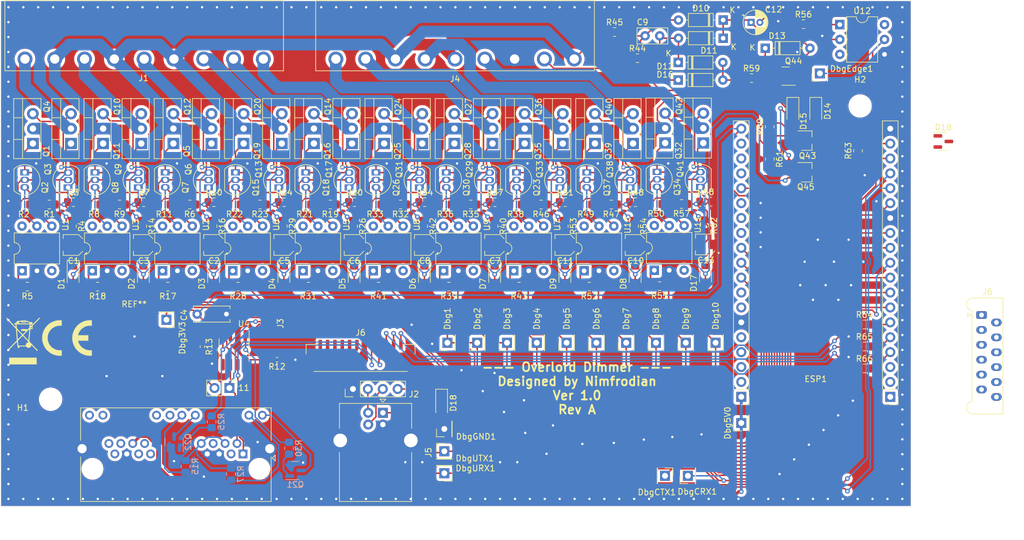
<source format=kicad_pcb>
(kicad_pcb (version 20221018) (generator pcbnew)
  (layers (0 "F.Cu" signal) (31 "B.Cu" signal) (34 "B.Paste" user) (35 "F.Paste" user) (36 "B.SilkS" user "B.Silkscreen") (37 "F.SilkS" user "F.Silkscreen") (38 "B.Mask" user) (39 "F.Mask" user) (44 "Edge.Cuts" user))
  (net 0 "")
  (net 1 "Net-(D1-K)")
  (net 2 "L")
  (net 3 "N")
  (net 4 "Net-(D6-K)")
  (net 6 "GND")
  (net 7 "CAN_L")
  (net 9 "VCC")
  (net 10 "+3.3V")
  (net 11 "CAN_H")
  (net 14 "Net-(D8-K)")
  (net 15 "Net-(D9-K)")
  (net 16 "Net-(D10-K)")
  (net 17 "+12V")
  (net 18 "Net-(Q23-E)")
  (net 19 "+5V")
  (net 20 "Net-(D17-K)")
  (net 21 "Net-(Q43-E)")
  (net 22 "TRGR1")
  (net 23 "TRGR2")
  (net 24 "TRGR3")
  (net 25 "TRGR4")
  (net 26 "TRGR5")
  (net 27 "TRGR6")
  (net 28 "TRGR7")
  (net 29 "TRGR8")
  (net 30 "TRGR9")
  (net 31 "TRGR10")
  (net 32 "CAN_TX")
  (net 33 "CAN_RX")
  (net 34 "EDGE_DETECT")
  (net 50 "STATUS_LED_G")
  (net 51 "STATUS_LED_B")
  (net 52 "STATUS_LED_R")
  (net 53 "UART_RX_0")
  (net 54 "UART_TX_0")
  (net 59 "Net-(Q6-B)")
  (net 60 "/Load_6")
  (net 61 "/Load_4")
  (net 62 "/Load_2")
  (net 63 "/Load_3")
  (net 64 "/Load_1")
  (net 65 "Net-(Q26-B)")
  (net 66 "/Load_5")
  (net 67 "/Load_7")
  (net 68 "Net-(Q34-B)")
  (net 69 "/Load_9")
  (net 70 "Net-(Q38-E)")
  (net 71 "/Load_8")
  (net 72 "/Load")
  (net 73 "Net-(R17-Pad2)")
  (net 74 "Net-(R49-Pad1)")
  (net 75 "Net-(R52-Pad2)")
  (net 92 "Net-(11-Pin_2)")
  (net 93 "Net-(Q1-S)")
  (net 94 "Net-(Q12-S)")
  (net 95 "Net-(D3-K)")
  (net 96 "Net-(Q10-S)")
  (net 97 "Net-(D2-K)")
  (net 98 "Net-(Q13-E)")
  (net 99 "Net-(D4-K)")
  (net 100 "Net-(Q14-S)")
  (net 101 "Net-(D5-K)")
  (net 102 "Net-(Q27-S)")
  (net 103 "Net-(D7-K)")
  (net 104 "Net-(Q24-S)")
  (net 105 "Net-(D10-A)")
  (net 106 "Net-(D11-A)")
  (net 107 "Net-(Q33-E)")
  (net 108 "Net-(D13-A)")
  (net 109 "Net-(Q32-S)")
  (net 110 "Net-(D12-A)")
  (net 111 "Net-(J2-Pin_2)")
  (net 112 "Net-(J2-Pin_3)")
  (net 113 "Net-(D18-K)")
  (net 124 "Net-(J3-Pad12)")
  (net 125 "Net-(Q22-D)")
  (net 126 "Net-(J3-Pad10)")
  (net 127 "Net-(Q21-D)")
  (net 130 "Net-(J6-Pin_10)")
  (net 131 "Net-(J6-Pin_11)")
  (net 132 "Net-(J6-Pin_12)")
  (net 133 "Net-(Q1-G)")
  (net 134 "Net-(Q2-B)")
  (net 135 "Net-(Q12-G)")
  (net 136 "Net-(Q8-B)")
  (net 137 "Net-(Q10-G)")
  (net 138 "Net-(Q13-C)")
  (net 139 "Net-(Q13-B)")
  (net 140 "Net-(Q14-G)")
  (net 141 "Net-(Q17-B)")
  (net 142 "Net-(Q21-G)")
  (net 143 "Net-(Q22-G)")
  (net 144 "Net-(Q23-B)")
  (net 145 "Net-(Q24-G)")
  (net 146 "Net-(Q27-G)")
  (net 147 "Net-(Q29-B)")
  (net 148 "Net-(Q32-G)")
  (net 149 "Net-(Q37-B)")
  (net 150 "Net-(Q37-E)")
  (net 151 "Net-(Q43-B)")
  (net 152 "Net-(Q44-C)")
  (net 153 "Net-(R2-Pad1)")
  (net 154 "Net-(R5-Pad2)")
  (net 155 "Net-(R8-Pad1)")
  (net 156 "Net-(R11-Pad1)")
  (net 157 "Net-(U4-Rs)")
  (net 158 "Net-(R18-Pad2)")
  (net 159 "Net-(R21-Pad1)")
  (net 160 "Net-(R22-Pad1)")
  (net 161 "Net-(R28-Pad2)")
  (net 162 "Net-(R31-Pad2)")
  (net 163 "Net-(R33-Pad1)")
  (net 164 "Net-(R36-Pad1)")
  (net 165 "Net-(R38-Pad1)")
  (net 166 "Net-(R39-Pad2)")
  (net 167 "Net-(R41-Pad2)")
  (net 168 "Net-(R43-Pad2)")
  (net 169 "Net-(R50-Pad1)")
  (net 170 "Net-(R55-Pad2)")
  (net 171 "Net-(R56-Pad2)")
  (net 175 "Net-(D18-A)")
  (net 176 "Net-(J6-Pin_1)")
  (net 177 "Net-(J6-Pin_2)")
  (net 178 "Net-(J6-Pin_3)")
  (net 183 "Load")
  (net 184 "/triggerCircuit1/N")
  (net 185 "/triggerCircuit2/N")
  (net 186 "/triggerCircuit3/N")
  (net 187 "/triggerCircuit5/N")
  (net 188 "/triggerCircuit4/N")
  (net 189 "/triggerCircuit6/N")
  (net 190 "/triggerCircuit7/N")
  (net 191 "/triggerCircuit8/N")
  (net 192 "/triggerCircuit9/N")
  (net 193 "/triggerCircuit10/N")
  (net 194 "Net-(D14-A)")
  (net 196 "Net-(D15-K)")
  (footprint "Package_DIP:DIP-6_W7.62mm" (layer "F.Cu") (at 76.989445 71.55 90)
    (fp_text reference "U5")
    (fp_text value "4N25")
  )
  (footprint "Package_TO_SOT_THT:TO-220-3_Vertical" (layer "F.Cu") (at 42.907361 49.85 90)
    (fp_text reference "Q11")
    (fp_text value "IRF740")
  )
  (footprint "Connector_PinHeader_2.54mm:PinHeader_1x01_P2.54mm_Vertical" (layer "F.Cu") (at 101.6 83.82 90)
    (fp_text reference "Dbg1")
    (fp_text value "Connector_Conn_01x01_Male")
  )
  (footprint "Package_TO_SOT_THT:TO-92_Inline" (layer "F.Cu") (at 77.449444 54.78 -90)
    (fp_text reference "Q18")
    (fp_text value "2N3904")
  )
  (footprint "Capacitor_SMD:CP_Elec_3x5.4" (layer "F.Cu") (at 121.701527 67.15 180)
    (fp_text reference "C11")
    (fp_text value "4.7u")
  )
  (footprint "Connector_PinHeader_2.54mm:PinHeader_1x01_P2.54mm_Vertical" (layer "F.Cu") (at 142.6 106.5 90)
    (fp_text reference "DbgCRX1")
    (fp_text value "Connector_Conn_01x01_Male")
  )
  (footprint "Resistor_SMD:R_0805_2012Metric_Pad1.20x1.40mm_HandSolder" (layer "F.Cu") (at 29.98 74.25 180)
    (fp_text reference "R5")
    (fp_text value "220")
  )
  (footprint "Diode_SMD:D_SMF" (layer "F.Cu") (at 133.608888 72.15 -90)
    (fp_text reference "D8")
    (fp_text value "VISHAY S07J-GS08")
  )
  (footprint "Resistor_SMD:R_0805_2012Metric_Pad1.20x1.40mm_HandSolder" (layer "F.Cu") (at 77.289445 60.25 180)
    (fp_text reference "R21")
    (fp_text value "1k")
  )
  (footprint "Package_TO_SOT_THT:TO-92_Inline" (layer "F.Cu") (at 137.336249 54.693809 -90)
    (fp_text reference "Q34")
    (fp_text value "2N3904")
  )
  (footprint "Capacitor_SMD:CP_Elec_3x5.4" (layer "F.Cu") (at 145.656249 67.063809 180)
    (fp_text reference "C13")
    (fp_text value "4.7u")
  )
  (footprint "Resistor_SMD:R_0805_2012Metric_Pad1.20x1.40mm_HandSolder" (layer "F.Cu") (at 73.772083 59.85)
    (fp_text reference "R24")
    (fp_text value "470k")
  )
  (footprint "Connector_PinHeader_2.54mm:PinHeader_1x02_P2.54mm_Vertical" (layer "F.Cu") (at 64.435 91.535 -90)
    (fp_text reference "11")
    (fp_text value "Conn_01x02_Male")
  )
  (footprint "Resistor_SMD:R_0805_2012Metric_Pad1.20x1.40mm_HandSolder" (layer "F.Cu") (at 141.52625 60.163809 180)
    (fp_text reference "R57")
    (fp_text value "10k")
  )
  (footprint "Package_TO_SOT_THT:TO-92_Inline" (layer "F.Cu") (at 101.404166 54.78 -90)
    (fp_text reference "Q30")
    (fp_text value "2N3904")
  )
  (footprint "Diode_SMD:D_SMF" (layer "F.Cu") (at 73.722083 72.15 -90)
    (fp_text reference "D4")
    (fp_text value "VISHAY S07J-GS08")
  )
  (footprint "Resistor_SMD:R_0805_2012Metric_Pad1.20x1.40mm_HandSolder" (layer "F.Cu") (at 172.7 88.2)
    (fp_text reference "R66")
    (fp_text value "220")
  )
  (footprint "Connector_PinHeader_2.54mm:PinHeader_1x01_P2.54mm_Vertical" (layer "F.Cu") (at 127 83.82 90)
    (fp_text reference "Dbg6")
    (fp_text value "Connector_Conn_01x01_Male")
  )
  (footprint "Package_DIP:DIP-6_W7.62mm" (layer "F.Cu") (at 124.898889 71.55 90)
    (fp_text reference "U10")
    (fp_text value "4N25")
  )
  (footprint "Resistor_SMD:R_0805_2012Metric_Pad1.20x1.40mm_HandSolder" (layer "F.Cu") (at 137.77625 74.163809 180)
    (fp_text reference "R55")
    (fp_text value "220")
  )
  (footprint "Resistor_SMD:R_0805_2012Metric_Pad1.20x1.40mm_HandSolder" (layer "F.Cu") (at 121.681527 59.85)
    (fp_text reference "R51")
    (fp_text value "470k")
  )
  (footprint "Package_TO_SOT_THT:TO-220-3_Vertical" (layer "F.Cu") (at 145.226249 49.763809 90)
    (fp_text reference "Q42")
    (fp_text value "IRF740")
  )
  (footprint "Resistor_SMD:R_0805_2012Metric_Pad1.20x1.40mm_HandSolder" (layer "F.Cu") (at 85.509444 63.95 -90)
    (fp_text reference "R26")
    (fp_text value "470k")
  )
  (footprint "Resistor_SMD:R_0805_2012Metric_Pad1.20x1.40mm_HandSolder" (layer "F.Cu") (at 41.357362 60.25 180)
    (fp_text reference "R8")
    (fp_text value "1k")
  )
  (footprint "Package_TO_SOT_THT:TO-220-3_Vertical" (layer "F.Cu") (at 73.362083 49.85 90)
    (fp_text reference "Q20")
    (fp_text value "IRF740")
  )
  (footprint "Resistor_SMD:R_0805_2012Metric_Pad1.20x1.40mm_HandSolder" (layer "F.Cu") (at 125.798889 74.25 180)
    (fp_text reference "R52")
    (fp_text value "220")
  )
  (footprint "Resistor_SMD:R_0805_2012Metric_Pad1.20x1.40mm_HandSolder" (layer "F.Cu") (at 145.396249 63.863809 -90)
    (fp_text reference "R62")
    (fp_text value "470k")
  )
  (footprint "Resistor_SMD:R_0805_2012Metric_Pad1.20x1.40mm_HandSolder" (layer "F.Cu") (at 53.334723 60.25 180)
    (fp_text reference "R11")
    (fp_text value "1k")
  )
  (footprint "Resistor_SMD:R_0805_2012Metric_Pad1.20x1.40mm_HandSolder" (layer "F.Cu") (at 61.794722 59.85)
    (fp_text reference "R10")
    (fp_text value "470k")
  )
  (footprint "Connector_Molex:Molex_Picoflex_90325-0012_2x06_P1.27mm_Vertical" (layer "F.Cu") (at 192.66 79.09)
    (fp_text reference "J6")
    (fp_text value "Conn_01x12_Pin")
  )
  (footprint "Capacitor_THT:CP_Radial_D4.0mm_P1.50mm" (layer "F.Cu") (at 153.377401 29.2)
    (fp_text reference "C12")
    (fp_text value "10uF")
  )
  (footprint "Package_TO_SOT_THT:TO-92_Inline" (layer "F.Cu") (at 84.839445 57.35 90)
    (fp_text reference "Q17")
    (fp_text value "2N3906")
  )
  (footprint "Resistor_SMD:R_0805_2012Metric_Pad1.20x1.40mm_HandSolder" (layer "F.Cu") (at 29.38 60.25 180)
    (fp_text reference "R2")
    (fp_text value "1k")
  )
  (footprint "Resistor_SMD:R_0805_2012Metric_Pad1.20x1.40mm_HandSolder" (layer "F.Cu") (at 97.486805 63.95 -90)
    (fp_text reference "R42")
    (fp_text value "470k")
  )
  (footprint "Package_DIP:DIP-6_W7.62mm" (layer "F.Cu") (at 53.034723 71.55 90)
    (fp_text reference "U2")
    (fp_text value "4N25")
  )
  (footprint "Resistor_SMD:R_0805_2012Metric_Pad1.20x1.40mm_HandSolder" (layer "F.Cu") (at 93.616806 60.25 180)
    (fp_text reference "R32")
    (fp_text value "10k")
  )
  (footprint "Diode_THT:D_DO-35_SOD27_P7.62mm_Horizontal" (layer "F.Cu") (at 155.79 33.6)
    (fp_text reference "D13")
    (fp_text value "1N4148")
  )
  (footprint "Capacitor_SMD:CP_Elec_3x5.4" (layer "F.Cu") (at 73.792083 67.15 180)
    (fp_text reference "C5")
    (fp_text value "4.7u")
  )
  (footprint "TerminalBlockCustom:TerminalBlock_9_5.08mm" (layer "F.Cu") (at 49.9 35.45 180)
    (fp_text reference "J1")
    (fp_text value "Connector_Screw_Terminal_01x09")
  )
  (footprint "Package_TO_SOT_THT:TO-220-3_Vertical" (layer "F.Cu") (at 85.339444 49.85 90)
    (fp_text reference "Q14")
    (fp_text value "IRF740")
  )
  (footprint "Diode_SMD:D_SMF" (layer "F.Cu") (at 121.631527 72.15 -90)
    (fp_text reference "D9")
    (fp_text value "VISHAY S07J-GS08")
  )
  (footprint "Package_DIP:DIP-6_W7.62mm" (layer "F.Cu") (at 112.921528 71.55 90)
    (fp_text reference "U7")
    (fp_text value "4N25")
  )
  (footprint "Package_TO_SOT_THT:TO-92_Inline" (layer "F.Cu") (at 48.907362 57.35 90)
    (fp_text reference "Q9")
    (fp_text value "2N3906")
  )
  (footprint "Connector_PinHeader_2.54mm:PinHeader_1x01_P2.54mm_Vertical" (layer "F.Cu") (at 53.7 79.9 180)
    (fp_text reference "Dbg3V3")
    (fp_text value "Connector_Conn_01x01_Male")
  )
  (footprint "Package_TO_SOT_THT:TO-92_Inline" (layer "F.Cu") (at 72.862084 57.35 90)
    (fp_text reference "Q13")
    (fp_text value "2N3906")
  )
  (footprint "Capacitor_SMD:CP_Elec_3x5.4" (layer "F.Cu") (at 109.724166 67.15 180)
    (fp_text reference "C7")
    (fp_text value "4.7u")
  )
  (footprint "Connector_Molex:Molex_CLIK-Mate_502386-1270_1x12-1MP_P1.25mm_Horizontal" (layer "F.Cu") (at 86.8 86)
    (fp_text reference "J6")
    (fp_text value "Conn_01x12_Female")
  )
  (footprint "Resistor_SMD:R_0805_2012Metric_Pad1.20x1.40mm_HandSolder" (layer "F.Cu") (at 41.957362 74.25 180)
    (fp_text reference "R18")
    (fp_text value "220")
  )
  (footprint "Package_TO_SOT_THT:TO-92_Inline" (layer "F.Cu") (at 120.771528 57.35 90)
    (fp_text reference "Q33")
    (fp_text value "2N3906")
  )
  (footprint "Capacitor_SMD:CP_Elec_3x5.4" (layer "F.Cu") (at 37.86 67.15 180)
    (fp_text reference "C1")
    (fp_text value "4.7u")
  )
  (footprint "Resistor_SMD:R_0402_1005Metric_Pad0.72x0.64mm_HandSolder" (layer "F.Cu") (at 59.835 84.49 -90)
    (fp_text reference "R13")
    (fp_text value "120")
  )
  (footprint "Resistor_SMD:R_0805_2012Metric_Pad1.20x1.40mm_HandSolder" (layer "F.Cu") (at 121.441527 63.95 -90)
    (fp_text reference "R53")
    (fp_text value "470k")
  )
  (footprint "Resistor_SMD:R_0805_2012Metric_Pad1.20x1.40mm_HandSolder" (layer "F.Cu") (at 49.817361 59.85)
    (fp_text reference "R7")
    (fp_text value "470k")
  )
  (footprint "Connector_RJ:RJ45_Amphenol_RJHSE538X-02" (layer "F.Cu") (at 66.75 102.77 180)
    (fp_text reference "J3")
    (fp_text value "RJ45x2")
  )
  (footprint "Resistor_SMD:R_0805_2012Metric_Pad1.20x1.40mm_HandSolder" (layer "F.Cu") (at 73.532083 63.95 -90)
    (fp_text reference "R29")
    (fp_text value "470k")
  )
  (footprint "Diode_THT:D_DO-35_SOD27_P7.62mm_Horizontal" (layer "F.Cu") (at 148.61 31.9 180)
    (fp_text reference "D11")
    (fp_text value "1N4148")
  )
  (footprint "Package_TO_SOT_THT:TO-220-3_Vertical" (layer "F.Cu") (at 37.43 49.85 90)
    (fp_text reference "Q4")
    (fp_text value "IRF740")
  )
  (footprint "Diode_THT:D_DO-35_SOD27_P7.62mm_Horizontal" (layer "F.Cu") (at 148.61 28.8 180)
    (fp_text reference "D10")
    (fp_text value "1N4148")
  )
  (footprint "Resistor_SMD:R_0805_2012Metric_Pad1.20x1.40mm_HandSolder" (layer "F.Cu") (at 109.464166 63.95 -90)
    (fp_text reference "R40")
    (fp_text value "470k")
  )
  (footprint "Resistor_SMD:R_0805_2012Metric_Pad1.20x1.40mm_HandSolder" (layer "F.Cu") (at 97.726805 59.85)
    (fp_text reference "R34")
    (fp_text value "470k")
  )
  (footprint "Resistor_SMD:R_0805_2012Metric_Pad1.20x1.40mm_HandSolder" (layer "F.Cu") (at 125.198889 60.25 180)
    (fp_text reference "R49")
    (fp_text value "1k")
  )
  (footprint "Resistor_SMD:R_0805_2012Metric_Pad1.20x1.40mm_HandSolder" (layer "F.Cu") (at 171.6 51.1 90)
    (fp_text reference "R63")
    (fp_text value "2.2k")
  )
  (footprint "Package_TO_SOT_THT:TO-220-3_Vertical" (layer "F.Cu") (at 138.726249 49.763809 90)
    (fp_text reference "Q32")
    (fp_text value "IRF740")
  )
  (footprint "Package_TO_SOT_THT:TO-220-3_Vertical" (layer "F.Cu") (at 102.794166 49.85 90)
    (fp_text reference "Q28")
    (fp_text value "IRF740")
  )
  (footprint "Symbol:CE-Logo_8.5x6mm_SilkScreen" (layer "F.Cu") (at 36.75 83)
    (fp_text reference "REF**" hide)
    (fp_text value "CE-Logo_8.5x6mm_SilkScreen" hide)
  )
  (footprint "Connector_PinHeader_2.54mm:PinHeader_1x01_P2.54mm_Vertical" (layer "F.Cu") (at 142.24 83.82 90)
    (fp_text reference "Dbg9")
    (fp_text value "Connector_Conn_01x01_Male")
  )
  (footprint "Package_DIP:DIP-6_W7.62mm" (layer "F.Cu") (at 41.057362 71.55 90)
    (fp_text reference "U3")
    (fp_text value "4N25")
  )
  (footprint "Capacitor_SMD:CP_Elec_3x5.4" (layer "F.Cu") (at 49.837361 67.15 180)
    (fp_text reference "C3")
    (fp_text value "4.7u")
  )
  (footprint "Connector_PinHeader_2.54mm:PinHeader_1x01_P2.54mm_Vertical" (layer "F.Cu") (at 101.075 98.515 90)
    (fp_text reference "DbgGND1")
    (fp_text value "Connector_Conn_01x01_Male")
  )
  (footprint "Resistor_SMD:R_0805_2012Metric_Pad1.20x1.40mm_HandSolder" (layer "F.Cu") (at 81.639445 60.25 180)
    (fp_text reference "R19")
    (fp_text value "10k")
  )
  (footprint "Package_TO_SOT_THT:TO-220-3_Vertical" (layer "F.Cu") (at 133.248888 49.85 90)
    (fp_text reference "Q40")
    (fp_text value "IRF740")
  )
  (footprint "Resistor_SMD:R_0805_2012Metric_Pad1.20x1.40mm_HandSolder" (layer "F.Cu") (at 101.844167 74.25 180)
    (fp_text reference "R39")
    (fp_text value "220")
  )
  (footprint "Package_TO_SOT_THT:TO-92_Inline" (layer "F.Cu") (at 96.816806 57.35 90)
    (fp_text reference "Q31")
    (fp_text value "2N3906")
  )
  (footprint "Package_TO_SOT_THT:TO-92_Inline" (layer "F.Cu") (at 132.748889 57.35 90)
    (fp_text reference "Q38")
    (fp_text value "2N3906")
  )
  (footprint "Package_TO_SOT_THT:TO-220-3_Vertical" (layer "F.Cu") (at 97.316805 49.85 90)
    (fp_text reference "Q24")
    (fp_text value "IRF740")
  )
  (footprint "Diode_SMD:D_SMF" (layer "F.Cu") (at 160.5 44.35 -90)
    (fp_text reference "D15")
    (fp_text value "VISHAY S07J-GS08")
  )
  (footprint "Capacitor_SMD:CP_Elec_3x5.4" (layer "F.Cu") (at 61.814722 67.15 180)
    (fp_text reference "C2")
    (fp_text value "4.7u")
  )
  (footprint "Resistor_SMD:R_0805_2012Metric_Pad1.20x1.40mm_HandSolder" (layer "F.Cu") (at 85.749444 59.85)
    (fp_text reference "R20")
    (fp_text value "470k")
  )
  (footprint "Capacitor_THT:C_Disc_D5.0mm_W2.5mm_P2.50mm" (layer "F.Cu") (at 135.3 31.5)
    (fp_text reference "C9")
    (fp_text value "1nF")
  )
  (footprint "Resistor_SMD:R_0805_2012Metric_Pad1.20x1.40mm_HandSolder" (layer "F.Cu") (at 129.548889 60.25 180)
    (fp_text reference "R47")
    (fp_text value "10k")
  )
  (footprint "Package_TO_SOT_THT:TO-220-3_Vertical" (layer "F.Cu") (at 49.407361 49.85 90)
    (fp_text reference "Q10")
    (fp_text value "IRF740")
  )
  (footprint "Package_TO_SOT_THT:TO-92_Inline" (layer "F.Cu") (at 113.381527 54.78 -90)
    (fp_text reference "Q23")
    (fp_text value "2N3904")
  )
  (footprint "Package_SO:SOIC-8_3.9x4.9mm_P1.27mm" (layer "F.Cu") (at 65.235 85.075 -90)
    (fp_text reference "U4")
    (fp_text value "SN65HVD230")
  )
  (footprint "Resistor_SMD:R_0805_2012Metric_Pad1.20x1.40mm_HandSolder" (layer "F.Cu") (at 37.84 59.85)
    (fp_text reference "R3")
    (fp_text value "470k")
  )
  (footprint "Connector_PinHeader_2.54mm:PinHeader_1x01_P2.54mm_Vertical" (layer "F.Cu") (at 147.32 83.82 90)
    (fp_text reference "Dbg10")
    (fp_text value "Connector_Conn_01x01_Male")
  )
  (footprint "Package_TO_SOT_SMD:SC-59_Handsoldering" (layer "F.Cu") (at 162.8 49.35)
    (fp_text reference "Q43")
    (fp_text value "2SC4061KT146N")
  )
  (footprint "Resistor_SMD:R_0805_2012Metric_Pad1.20x1.40mm_HandSolder" (layer "F.Cu") (at 162.3 29.5)
    (fp_text reference "R56")
    (fp_text value "1k")
  )
  (footprint "Connector_PinHeader_2.54mm:PinHeader_1x01_P2.54mm_Vertical" (layer "F.Cu") (at 151.7 97.5 90)
    (fp_text reference "Dbg5V0")
    (fp_text value "Connector_Conn_01x01_Male")
  )
  (footprint "MountingHole:MountingHole_3.5mm" (layer "F.Cu") (at 33.96 93.45)
    (fp_text reference "H1")
    (fp_text value "MountingHole")
  )
  (footprint "Connector_PinHeader_2.54mm:PinHeader_1x01_P2.54mm_Vertical" (layer "F.Cu") (at 132.08 83.82 90)
    (fp_text reference "Dbg7")
    (fp_text value "Connector_Conn_01x01_Male")
  )
  (footprint "Resistor_SMD:R_0805_2012Metric_Pad1.20x1.40mm_HandSolder" (layer "F.Cu") (at 109.704166 59.85)
    (fp_text reference "R37")
    (fp_text value "470k")
  )
  (footprint "Resistor_SMD:R_0805_2012Metric_Pad1.20x1.40mm_HandSolder" (layer "F.Cu") (at 105.594167 60.25 180)
    (fp_text reference "R35")
    (fp_text value "10k")
  )
  (footprint "Diode_SMD:D_SMF" (layer "F.Cu") (at 145.586249 72.063809 -90)
    (fp_text reference "D17")
    (fp_text value "VISHAY S07J-GS08")
  )
  (footprint "Capacitor_SMD:CP_Elec_3x5.4" (layer "F.Cu") (at 133.678888 67.15 180)
    (fp_text reference "C10")
    (fp_text value "4.7u")
  )
  (footprint "Package_TO_SOT_THT:TO-92_Inline" (layer "F.Cu") (at 29.54 54.78 -90)
    (fp_text reference "Q2")
    (fp_text value "2N3904")
  )
  (footprint "Connector_USB:USB_B_OST_USB-B1HSxx_Horizontal" (layer "F.Cu") (at 90.6 95.76 -90)
    (fp_text reference "J5")
    (fp_text value "USB_B")
  )
  (footprint "Resistor_SMD:R_0805_2012Metric_Pad1.20x1.40mm_HandSolder" (layer "F.Cu") (at 53.934723 74.25 180)
    (fp_text reference "R17")
    (fp_text value "220")
  )
  (footprint "Resistor_SMD:R_0805_2012Metric_Pad1.20x1.40mm_HandSolder" (layer "F.Cu") (at 45.707362 60.25 180)
    (fp_text reference "R9")
    (fp_text value "10k")
  )
  (footprint "Package_TO_SOT_SMD:SC-59_Handsoldering" (layer "F.Cu") (at 162.8 54.75)
    (fp_text reference "Q45")
    (fp_text value "2SC4061KT146N")
  )
  (footprint "Diode_THT:D_DO-35_SOD27_P7.62mm_Horizontal" (layer "F.Cu") (at 140.94 36.03)
    (fp_text reference "D12")
    (fp_text value "1N4148")
  )
  (footprint "Resistor_SMD:R_0805_2012Metric_Pad1.20x1.40mm_HandSolder" (layer "F.Cu") (at 145.636249 59.763809)
    (fp_text reference "R58")
    (fp_text value "470k")
  )
  (footprint "Diode_SMD:D_SMF" (layer "F.Cu") (at 164.4 44.34 -90)
    (fp_text reference "D14")
    (fp_text value "VISHAY S07J-GS08")
  )
  (footprint "Diode_SMD:D_SMF" (layer "F.Cu") (at 37.79 72.15 -90)
    (fp_text reference "D1")
    (fp_text value "VISHAY S07J-GS08")
  )
  (footprint "Resistor_SMD:R_0805_2012Metric_Pad1.20x1.40mm_HandSolder" (layer "F.Cu") (at 153.45 38.7)
    (fp_text reference "R59")
    (fp_text value "22k")
  )
  (footprint "Resistor_SMD:R_0805_2012Metric_Pad1.20x1.40mm_HandSolder" (layer "F.Cu") (at 57.684723 60.25 180)
    (fp_text reference "R6")
    (fp_text value "10k")
  )
  (footprint "Package_TO_SOT_THT:TO-220-3_Vertical" (layer "F.Cu") (at 90.816805 49.85 90)
    (fp_text reference "Q25")
    (fp_text value "IRF740")
  )
  (footprint "Resistor_SMD:R_0805_2012Metric_Pad1.20x1.40mm_HandSolder" (layer "F.Cu") (at 77.889445 74.25 180)
    (fp_text reference "R31")
    (fp_text value "220")
  )
  (footprint "Package_TO_SOT_THT:TO-220-3_Vertical" (layer "F.Cu") (at 54.884722 49.85 90)
    (fp_text reference "Q5")
    (fp_text value "IRF740")
  )
  (footprint "Resistor_SMD:R_0402_1005Metric_Pad0.72x0.64mm_HandSolder" (layer "F.Cu") (at 72.55 86.71 180)
    (fp_text reference "R12")
    (fp_text value "20K")
  )
  (footprint "Resistor_SMD:R_0805_2012Metric_Pad1.20x1.40mm_HandSolder" (layer "F.Cu") (at 137.17625 60.163809 180)
    (fp_text reference "R50")
    (fp_text value "1k")
  )
  (footprint "Resistor_SMD:R_0805_2012Metric_Pad1.20x1.40mm_HandSolder" (layer "F.Cu") (at 61.554722 63.95 -90)
    (fp_text reference "R16")
    (fp_text value "470k")
  )
  (footprint "Connector_PinHeader_2.54mm:PinHeader_1x01_P2.54mm_Vertical" (layer "F.Cu") (at 116.84 83.82 90)
    (fp_text reference "Dbg4")
    (fp_text value "Connector_Conn_01x01_Male")
  )
  (footprint "Resistor_SMD:R_0805_2012Metric_Pad1.20x1.40mm_HandSolder" (layer "F.Cu") (at 65.312084 60.25 180)
    (fp_text reference "R22")
    (fp_text value "1k")
  )
  (footprint "Diode_SMD:D_SMF" (layer "F.Cu") (at 97.676805 72.15 -90)
    (fp_text reference "D6")
    (fp_text value "VISHAY S07J-GS08")
  )
  (footprint "Connector_PinHeader_2.54mm:PinHeader_1x01_P2.54mm_Vertical" (layer "F.Cu") (at 138.7 106.5 -90)
    (fp_text reference "DbgCTX1")
    (fp_text value "Connector_Conn_01x01_Male")
  )
  (footprint "Symbol:Symbol_Highvoltage_Type2_CopperTop_Small" (layer "F.Cu") (at 48.2 87.4)
    (fp_text reference "REF**")
    (fp_text value "Symbol_Highvoltage_Type2_CopperTop_Small")
  )
  (footprint "Resistor_SMD:R_0805_2012Metric_Pad1.20x1.40mm_HandSolder" (layer "F.Cu") (at 33.73 60.25 180)
    (fp_text reference "R1")
    (fp_text value "10k")
  )
  (footprint "Resistor_SMD:R_0805_2012Metric_Pad1.20x1.40mm_HandSolder" (layer "F.Cu") (at 156.54 46.99 90)
    (fp_text reference "R60")
    (fp_text value "75k")
  )
  (footprint "Capacitor_SMD:CP_Elec_3x5.4" (layer "F.Cu") (at 85.769444 67.15 180)
    (fp_text reference "C6")
    (fp_text value "4.7u")
  )
  (footprint "Package_TO_SOT_THT:TO-92_Inline" (layer "F.Cu") (at 108.794167 57.35 90)
    (fp_text reference "Q29")
    (fp_text value "2N3906")
  )
  (footprint "Package_TO_SOT_THT:TO-92_Inline" (layer "F.Cu") (at 89.426805 54.78 -90)
    (fp_text reference "Q26")
    (fp_text value "2N3904")
  )
  (footprint "Resistor_SMD:R_0805_2012Metric_Pad1.20x1.40mm_HandSolder" (layer "F.Cu") (at 113.821528 74.25 180)
    (fp_text reference "R43")
    (fp_text value "220")
  )
  (footprint "Resistor_SMD:R_0805_2012Metric_Pad1.20x1.40mm_HandSolder" (layer "F.Cu") (at 113.221528 60.25 180)
    (fp_text reference "R38")
    (fp_text value "1k")
  )
  (footprint "Package_DIP:DIP-6_W7.62mm" (layer "F.Cu") (at 136.87625 71.463809 90)
    (fp_text reference "U11")
    (fp_text value "4N25")
  )
  (footprint "Resistor_SMD:R_0805_2012Metric_Pad1.20x1.40mm_HandSolder" (layer "F.Cu") (at 89.866806 74.25 180)
    (fp_text reference "R41")
    (fp_text value "220")
  )
  (footprint "Package_DIP:DIP-6_W7.62mm" (layer "F.Cu") (at 168.5 29.575)
    (fp_text reference "U12")
    (fp_text value "4N35")
  )
  (footprint "MountingHole:MountingHole_3.5mm" (layer "F.Cu") (at 171.96 43.45)
    (fp_text reference "H2")
    (fp_text value "MountingHole")
  )
  (footprint "Resistor_SMD:R_0805_2012Metric_Pad1.20x1.40mm_HandSolder" (layer "F.Cu") (at 49.577361 63.95 -90)
    (fp_text reference "R14")
    (fp_text value "470k")
  )
  (footprint "Resistor_SMD:R_0805_2012Metric_Pad1.20x1.40mm_HandSolder" (layer "F.Cu") (at 156.57 52.51 -90)
    (fp_text reference "R61")
    (fp_text value "100k")
  )
  (footprint "Package_TO_SOT_SMD:SOT-23" (layer "F.Cu") (at 186.1525 49.5)
    (fp_text reference "D18")
    (fp_text value "BZX84C12LT1G")
  )
  (footprint "Connector_PinHeader_2.54mm:PinHeader_1x01_P2.54mm_Vertical" (layer "F.Cu") (at 165.1 37.9 90)
    (fp_text reference "DbgEdge1")
    (fp_text value "Connector_Conn_01x01_Male")
  )
  (footprint "Package_TO_SOT_THT:TO-220-3_Vertical" (layer "F.Cu") (at 114.771527 49.85 90)
    (fp_text reference "Q35")
    (fp_text value "IRF740")
  )
  (footprint "Resistor_SMD:R_0805_2012Metric_Pad1.20x1.40mm_HandSolder" (layer "F.Cu") (at 69.662084 60.25 180)
    (fp_text reference "R23")
    (fp_text value "10k")
  )
  (footprint "Diode_THT:D_DO-35_SOD27_P7.62mm_Horizontal" (layer "F.Cu") (at 140.94 39.03)
    (fp_text reference "D16")
    (fp_text value "1N4148")
  )
  (footprint "Package_TO_SOT_THT:TO-220-3_Vertical" (layer "F.Cu") (at 109.294166 49.85 90)
    (fp_text reference "Q27")
    (fp_text value "IRF740")
  )
  (footprint "Diode_SMD:D_SMF" (layer "F.Cu") (at 85.699444 72.15 -90)
    (fp_text reference "D5")
    (fp_text value "VISHAY S07J-GS08")
  )
  (footprint "Resistor_SMD:R_0805_2012Metric_Pad1.20x1.40mm_HandSolder" (layer "F.Cu") (at 117.571528 60.25 180)
    (fp_text reference "R46")
    (fp_text value "10k")
  )
  (footprint "Connector_PinHeader_2.54mm:PinHeader_1x01_P2.54mm_Vertical" (layer "F.Cu") (at 121.92 83.82 90)
    (fp_text reference "Dbg5")
    (fp_text value "Connector_Conn_01x01_Male")
  )
  (footprint "Diode_SMD:D_SMF" (layer "F.Cu") (at 109.654166 72.15 -90)
    (fp_text reference "D7")
    (fp_text value "VISHAY S07J-GS08")
  )
  (footprint "Package_TO_SOT_THT:TO-92_Inline" (layer "F.Cu") (at 53.494722 54.78 -90)
    (fp_text reference "Q7")
    (fp_text value "2N3904")
  )
  (footprint "Package_TO_SOT_THT:TO-220-3_Vertical" (layer "F.Cu") (at 66.862083 49.85 90)
    (fp_text reference "Q19")
    (fp_text value "IRF740")
  )
  (footprint "Resistor_SMD:R_0805_2012Metric_Pad1.20x1.40mm_HandSolder" (layer "F.Cu") (at 101.244167 60.25 180)
    (fp_text reference "R36")
    (fp_text value "1k")
  )
  (footprint "Diode_SMD:D_SOD-123" (layer "F.Cu") (at 100.61 94.1 -90)
    (fp_text reference "D18")
    (fp_text value "SBR1A40S1")
  )
  (footprint "Resistor_SMD:R_0805_2012Metric_Pad1.20x1.40mm_HandSolder" (layer "F.Cu") (at 65.912084 74.25 180)
    (fp_text reference "R28")
    (fp_text value "220")
  )
  (footprint "Resistor_SMD:R_0805_2012Metric_Pad1.20x1.40mm_HandSolder" (layer "F.Cu") (at 172.7 80.7)
    (fp_text reference "R64")
    (fp_text value "220")
  )
  (footprint "Connector_PinHeader_2.54mm:PinHeader_1x01_P2.54mm_Vertical" (layer "F.Cu") (at 111.76 83.82 90)
    (fp_text reference "Dbg3")
    (fp_text value "Connector_Conn_01x01_Male")
  )
  (footprint "Package_TO_SOT_THT:TO-92_Inline" (layer "F.Cu") (at 144.72625 57.263809 90)
    (fp_text reference "Q41")
    (fp_text value "2N3906")
  )
  (footprint "Package_TO_SOT_THT:TO-92_Inline" (layer "F.Cu") (at 36.93 57.35 90)
    (fp_text reference "Q3")
    (fp_text value "2N3906")
  )
  (footprint "Package_DIP:DIP-6_W7.62mm" (layer "F.Cu") (at 100.944167 71.55 90)
    (fp_text reference "U9")
    (fp_text value "4N25")
  )
  (footprint "Resistor_SMD:R_0805_2012Metric_Pad1.20x1.40mm_HandSolder" (layer "F.Cu") (at 133.658888 59.85)
    (fp_text reference "R48")
    (fp_text value "470k")
  )
  (footprint "Capacitor_SMD:CP_Elec_3x5.4" (layer "F.Cu") (at 97.746805 67.15 180)
    (fp_text reference "C8")
    (fp_text value "4.7u")
  )
  (footprint "Connector_PinHeader_2.54mm:PinHeader_1x04_P2.54mm_Vertical" (layer "F.Cu") (at 85.5 91.7 90)
    (fp_text reference "J2")
    (fp_text value "USB_cable")
  )
  (footprint "Package_DIP:DIP-6_W7.62mm" (layer "F.Cu") (at 88.966806 71.55 90)
    (fp_text reference "U8")
    (fp_text value "4N25")
  )
  (footprint "Symbol:WEEE-Logo_5.6x8mm_SilkScreen" (layer "F.Cu") (at 29.25 83.5)
    (fp_text reference "REF**" hide)
    (fp_text value "WEEE-Logo_5.6x8mm_SilkScreen" hide)
  )
  (footprint "Connector_PinHeader_2.54mm:PinHeader_1x01_P2.54mm_Vertical" (layer "F.Cu") (at 101.075 102.315)
    (fp_text reference "DbgUTX1")
    (fp_text value "Connector_Conn_01x01_Male")
  )
  (footprint "Package_TO_SOT_THT:TO-220-3_Vertical" (layer "F.Cu") (at 30.93 49.85 90)
    (fp_text reference "Q1")
    (fp_text value "IRF740")
  )
  (footprint "Package_TO_SOT_THT:TO-92_Inline" (layer "F.Cu") (at 125.358888 54.78 -90)
    (fp_text reference "Q37")
    (fp_text value "2N3904")
  )
  (footprint "Diode_SMD:D_SMF" (layer "F.Cu") (at 49.767361 72.15 -90)
    (fp_text reference "D2")
    (fp_text value "VISHAY S07J-GS08")
  )
  (footprint "Connector_PinHeader_2.54mm:PinHeader_1x01_P2.54mm_Vertical" (layer "F.Cu") (at 101.075 106.065 180)
    (fp_text reference "DbgURX1")
    (fp_text value "Connector_Conn_01x01_Male")
  )
  (footprint "Package_DIP:DIP-6_W7.62mm" (layer "F.Cu") (at 65.012084 71.55 90)
    (fp_text reference "U6")
    (fp_text value "4N25")
  )
  (footprint "Package_TO_SOT_SMD:SOT-23" (layer "F.Cu") (at 159.25 38.36 180)
    (fp_text reference "Q44")
    (fp_text value "BC817")
  )
  (footprint "Resistor_SMD:R_0805_2012Metric_Pad1.20x1.40mm_HandSolder" (layer "F.Cu") (at 134 35.3)
    (fp_text reference "R44")
    (fp_text value "220k")
  )
  (footprint "Connector_PinHeader_2.54mm:PinHeader_1x01_P2.54mm_Vertical" (layer "F.Cu") (at 137.16 83.82 90)
    (fp_text reference "Dbg8")
    (fp_text value "Connector_Conn_01x01_Male")
  )
  (footprint "Capacitor_THT:C_Disc_D6.0mm_W2.5mm_P5.00mm" (layer "F.Cu") (at 63.935 78.935 180)
    (fp_text reference "C4")
    (fp_text value "100nF")
  )
  (footprint "Package_TO_SOT_THT:TO-92_Inline" (layer "F.Cu") (at 65.472083 54.78 -90)
    (fp_text reference "Q15")
    (fp_text value "2N3904")
  )
  (footprint "Package_TO_SOT_THT:TO-92_Inline" (layer "F.Cu") (at 41.517361 54.78 -90)
    (fp_text reference "Q8")
    (fp_text value "2N3904")
  )
  (footprint "Resistor_SMD:R_0805_2012Metric_Pad1.20x1.40mm_HandSolder" (layer "F.Cu") (at 130.1 30.84)
    (fp_text reference "R45")
    (fp_text value "220k")
  )
  (footprint "Resistor_SMD:R_0805_2012Metric_Pad1.20x1.40mm_HandSolder" (layer "F.Cu") (at 37.6 63.95 -90)
    (fp_text reference "R4")
    (fp_text value "470k")
  )
  (footprint "Resistor_SMD:R_0805_2012Metric_Pad1.20x1.40mm_HandSolder" (layer "F.Cu") (at 172.7 84.45)
    (fp_text reference "R65")
    (fp_text value "220")
  )
  (footprint "Package_TO_SOT_THT:TO-92_Inline" (layer "F.Cu") (at 60.884723 57.35 90)
    (fp_text reference "Q6")
    (fp_text value "2N3906")
  )
  (footprint "Resistor_SMD:R_0805_2012Metric_Pad1.20x1.40mm_HandSolder" (layer "F.Cu") (at 133.418888 63.95 -90)
    (fp_text reference "R54")
    (fp_text value "470k")
  )
  (footprint "Package_TO_SOT_THT:TO-220-3_Vertical" (layer "F.Cu") (at 61.384722 49.85 90)
    (fp_text reference "Q12")
    (fp_text value "IRF740")
  )
  (footprint "Resistor_SMD:R_0805_2012Metric_Pad1.20x1.40mm_HandSolder" (layer "F.Cu") (at 89.266806 60.25 180)
    (fp_text reference "R33")
    (fp_text value "1k")
  )
  (footprint "Package_DIP:DIP-6_W7.62mm" (layer "F.Cu") (at 29.08 71.55 90)
    (fp_text reference "U1")
    (fp_text value "4N25")
  )
  (footprint "Package_TO_SOT_THT:TO-220-3_Vertical" (layer "F.Cu") (at 126.748888 49.85 90)
    (fp_text reference "Q39")
    (fp_text value "IRF740")
  )
  (footprint "TerminalBlockCustom:TerminalBlock_9_5.08mm" (layer "F.Cu") (at 102.9 35.45 180)
    (fp_text reference "J4")
    (fp_text value "Connector_Screw_Terminal_01x09")
  )
  (footprint "Package_TO_SOT_THT:TO-220-3_Vertical" (layer "F.Cu") (at 78.839444 49.85 90)
    (fp_text reference "Q16")
    (fp_text value "IRF740")
  )
  (footprint "Overlord:ESP32-DevKitC-V4" (layer "F.Cu") (at 164.4 70.18 180)
    (fp_text reference "ESP1")
    (fp_text value "ESP-DevKitC-V4")
  )
  (footprint "Connector_PinHeader_2.54mm:PinHeader_1x01_P2.54mm_Vertical" (layer "F.Cu") (at 106.68 83.82 90)
    (fp_text reference "Dbg2")
    (fp_text value "Connector_Conn_01x01_Male")
  )
  (footprint "Package_TO_SOT_THT:TO-220-3_Vertical" (layer "F.Cu") (at 121.271527 49.85 90)
    (fp_text reference "Q36")
    (fp_text value "IRF740")
  )
  (footprint "Diode_SMD:D_SMF" (layer "F.Cu") (at 61.744722 72.15 -90)
    (fp_text reference "D3")
    (fp_text value "VISHAY S07J-GS08")
  )
  (footprint "Resistor_SMD:R_0805_2012Metric_Pad1.20x1.40mm_HandSolder" (layer "B.Cu") (at 64.71 106.21 90)
    (fp_text reference "R27")
    (fp_text value "5K")
  )
  (footprint "Resistor_SMD:R_0805_2012Metric_Pad1.20x1.40mm_HandSolder" (layer "B.Cu") (at 61.4 97.3 90)
    (fp_text reference "R25")
    (fp_text value "10K")
  )
  (footprint "Resistor_SMD:R_0805_2012Metric_Pad1.20x1.40mm_HandSolder" (layer "B.Cu") (at 56.97 104.89 90)
    (fp_text reference "R15")
    (fp_text value "5K")
  )
  (footprint "Package_TO_SOT_SMD:SOT-23" (layer "B.Cu") (at 75.6625 105.6)
    (fp_text reference "Q21")
    (fp_text value "2N7002E")
  )
  (footprint "Package_TO_SOT_SMD:SOT-23" (layer "B.Cu") (at 55 100.7375 90)
    (fp_text reference "Q22")
    (fp_text value "2N7002E")
  )
  (footprint "Resistor_SMD:R_0805_2012Metric_Pad1.20x1.40mm_HandSolder" (layer "B.Cu") (at 74.6 101.8 90)
    (fp_text reference "R30")
    (fp_text value "10K")
  )
  (gr_line locked (start 25.5 111.66) (end 25.5 25.56) (stroke (width 0.05)) (layer "Edge.Cuts"))
  (gr_line locked (start 180.6 25.56) (end 180.6 111.66) (stroke (width 0.05)) (layer "Edge.Cuts"))
  (gr_line locked (start 180.6 111.66) (end 25.5 111.66) (stroke (width 0.05)) (layer "Edge.Cuts"))
  (gr_line locked (start 25.5 25.56) (end 180.6 25.56) (stroke (width 0.05)) (layer "Edge.Cuts"))
  (gr_text "--- Overlord Dimmer ---\nDesigned by Nimfrodian\nVer 1.0\nRev A" (at 123.7 91.6) (layer "F.SilkS") (effects (font (size 1.5 1.5) (thickness 0.3))))
  (segment (start 159.34 48.54) (end 160.15 49.35) (width 0.25) (layer "F.Cu") (net 0))
  (segment (start 161.15 53.8) (end 159.8 52.45) (width 0.25) (layer "F.Cu") (net 0))
  (segment (start 159.8 52.5475) (end 159.8 51.85) (width 0.25) (layer "F.Cu") (net 0))
  (segment (start 164.4 49.3) (end 164.45 49.35) (width 0.25) (layer "F.Cu") (net 0))
  (segment (start 156.54 48.54) (end 159.34 48.54) (width 0.25) (layer "F.Cu") (net 0))
  (segment (start 160.15 49.35) (end 164.45 49.35) (width 0.25) (layer "F.Cu") (net 0))
  (segment (start 158.4 43.85) (end 160.35 45.8) (width 0.25) (layer "F.Cu") (net 0))
  (segment (start 158.2875 54.06) (end 159.8 52.5475) (width 0.25) (layer "F.Cu") (net 0))
  (segment (start 160.35 45.8) (end 160.5 45.8) (width 0.25) (layer "F.Cu") (net 0))
  (segment (start 156.57 54.06) (end 158.2875 54.06) (width 0.25) (layer "F.Cu") (net 0))
  (segment (start 164.4 45.7) (end 164.4 49.3) (width 0.25) (layer "F.Cu") (net 0))
  (segment (start 159.8 52.45) (end 159.8 51.85) (width 0.25) (layer "F.Cu") (net 0))
  (segment (start 103.923108 32.98) (end 105.455635 34.512527) (width 2) (layer "B.Cu") (net 0))
  (segment (start 29.58 40.011595) (end 29.58 35.45) (width 2) (layer "B.Cu") (net 0))
  (segment (start 132.380483 47.31) (end 133.248888 47.31) (width 2) (layer "B.Cu") (net 0))
  (segment (start 49.9 36.376873) (end 49.9 35.45) (width 2) (layer "B.Cu") (net 0))
  (segment (start 158.4 50.45) (end 158.4 43.85) (width 0.25) (layer "B.Cu") (net 0))
  (segment (start 70.22 35.45) (end 70.22 37.82) (width 2) (layer "B.Cu") (net 0))
  (segment (start 48.855766 47.31) (end 39.74 38.194234) (width 2) (layer "B.Cu") (net 0))
  (segment (start 115.593122 42.5) (end 120.403122 47.31) (width 2) (layer "B.Cu") (net 0))
  (segment (start 65.14 36.34) (end 65.14 35.45) (width 2) (layer "B.Cu") (net 0))
  (segment (start 138.293159 41.159124) (end 144.357844 47.223809) (width 2) (layer "B.Cu") (net 0))
  (segment (start 60.06 35.45) (end 61.13873 35.45) (width 2) (layer "B.Cu") (net 0))
  (segment (start 125.370483 40.3) (end 132.380483 47.31) (width 2) (layer "B.Cu") (net 0))
  (segment (start 159.8 51.85) (end 158.4 50.45) (width 0.25) (layer "B.Cu") (net 0))
  (segment (start 85.339444 47.31) (end 84.471039 47.31) (width 2) (layer "B.Cu") (net 0))
  (segment (start 106.8 42.5) (end 115.593122 42.5) (width 2) (layer "B.Cu") (net 0))
  (segment (start 120.403122 47.31) (end 121.271527 47.31) (width 2) (layer "B.Cu") (net 0))
  (segment (start 107.9 40.3) (end 125.370483 40.3) (width 2) (layer "B.Cu") (net 0))
  (segment (start 105.455635 34.512527) (end 105.455635 37.855635) (width 2) (layer "B.Cu") (net 0))
  (segment (start 96.4484 47.31) (end 97.316805 47.31) (width 2) (layer "B.Cu") (net 0))
  (segment (start 71.3 42.5) (end 65.14 36.34) (width 2) (layer "B.Cu") (net 0))
  (segment (start 87.66 35.45) (end 90.318211 38.108211) (width 2) (layer "B.Cu") (net 0))
  (segment (start 80.572309 40.3) (end 82.872309 42.6) (width 2) (layer "B.Cu") (net 0))
  (segment (start 39.74 38.194234) (end 39.74 35.45) (width 2) (layer "B.Cu") (net 0))
  (segment (start 108.425761 47.31) (end 109.294166 47.31) (width 2) (layer "B.Cu") (net 0))
  (segment (start 110.63 38.1) (end 126.281753 38.1) (width 2) (layer "B.Cu") (net 0))
  (segment (start 83.69179 40.308211) (end 101.423972 40.308211) (width 2) (layer "B.Cu") (net 0))
  (segment (start 70.22 37.82) (end 72.7 40.3) (width 2) (layer "B.Cu") (net 0))
  (segment (start 90.318211 38.108211) (end 102.408211 38.108211) (width 2) (layer "B.Cu") (net 0))
  (segment (start 82.58 35.45) (end 82.58 39.196421) (width 2) (layer "B.Cu") (net 0))
  (segment (start 107.98 35.45) (end 110.63 38.1) (width 2) (layer "B.Cu") (net 0))
  (segment (start 82.872309 42.6) (end 91.7384 42.6) (width 2) (layer "B.Cu") (net 0))
  (segment (start 101.423972 40.308211) (end 108.425761 47.31) (width 2) (layer "B.Cu") (net 0))
  (segment (start 91.7384 42.6) (end 96.4484 47.31) (width 2) (layer "B.Cu") (net 0))
  (segment (start 144.357844 47.223809) (end 145.226249 47.223809) (width 2) (layer "B.Cu") (net 0))
  (segment (start 97.82 35.45) (end 100.29 32.98) (width 2) (layer "B.Cu") (net 0))
  (segment (start 82.58 39.196421) (end 83.69179 40.308211) (width 2) (layer "B.Cu") (net 0))
  (segment (start 72.7 40.3) (end 80.572309 40.3) (width 2) (layer "B.Cu") (net 0))
  (segment (start 61.13873 35.45) (end 69.094365 43.405635) (width 2) (layer "B.Cu") (net 0))
  (segment (start 126.281753 38.1) (end 129.340877 41.159124) (width 2) (layer "B.Cu") (net 0))
  (segment (start 69.094365 43.593877) (end 72.810488 47.31) (width 2) (layer "B.Cu") (net 0))
  (segment (start 61.384722 47.31) (end 60.833127 47.31) (width 2) (layer "B.Cu") (net 0))
  (segment (start 49.407361 47.31) (end 48.855766 47.31) (width 2) (layer "B.Cu") (net 0))
  (segment (start 79.661039 42.5) (end 71.3 42.5) (width 2) (layer "B.Cu") (net 0))
  (segment (start 100.29 32.98) (end 103.923108 32.98) (width 2) (layer "B.Cu") (net 0))
  (segment (start 72.810488 47.31) (end 73.362083 47.31) (width 2) (layer "B.Cu") (net 0))
  (segment (start 69.094365 43.405635) (end 69.094365 43.593877) (width 2) (layer "B.Cu") (net 0))
  (segment (start 36.878405 47.31) (end 29.58 40.011595) (width 2) (layer "B.Cu") (net 0))
  (segment (start 105.455635 37.855635) (end 107.9 40.3) (width 2) (layer "B.Cu") (net 0))
  (segment (start 102.408211 38.108211) (end 106.8 42.5) (width 2) (layer "B.Cu") (net 0))
  (segment (start 37.43 47.31) (end 36.878405 47.31) (width 2) (layer "B.Cu") (net 0))
  (segment (start 84.471039 47.31) (end 79.661039 42.5) (width 2) (layer "B.Cu") (net 0))
  (segment (start 129.340877 41.159124) (end 138.293159 41.159124) (width 2) (layer "B.Cu") (net 0))
  (segment (start 60.833127 47.31) (end 49.9 36.376873) (width 2) (layer "B.Cu") (net 0))
  (segment (start 37.79 69.26) (end 38.4275 68.6225) (width 0.25) (layer "F.Cu") (net 1))
  (segment (start 37.6 61.013604) (end 38.1 61.513604) (width 0.25) (layer "F.Cu") (net 1))
  (segment (start 38.695 63.8) (end 38.695 66.8825) (width 0.25) (layer "F.Cu") (net 1))
  (segment (start 30.42 58.2) (end 36.7875 58.2) (width 0.25) (layer "F.Cu") (net 1))
  (segment (start 38.245 63.35) (end 38.695 63.8) (width 0.25) (layer "F.Cu") (net 1))
  (segment (start 38.4275 68.6225) (end 38.4275 67.15) (width 0.25) (layer "F.Cu") (net 1))
  (segment (start 29.54 57.32) (end 30.42 58.2) (width 0.25) (layer "F.Cu") (net 1))
  (segment (start 38.245 62.795) (end 38.245 63.35) (width 0.25) (layer "F.Cu") (net 1))
  (segment (start 38.695 66.8825) (end 38.4275 67.15) (width 0.25) (layer "F.Cu") (net 1))
  (segment (start 36.7875 58.2) (end 38.4375 59.85) (width 0.25) (layer "F.Cu") (net 1))
  (segment (start 37.6 60.55) (end 37.6 61.013604) (width 0.25) (layer "F.Cu") (net 1))
  (segment (start 37.79 70.7) (end 37.79 69.26) (width 0.25) (layer "F.Cu") (net 1))
  (segment (start 38.1 61.513604) (end 38.1 62.65) (width 0.25) (layer "F.Cu") (net 1))
  (segment (start 38.3 59.85) (end 37.6 60.55) (width 0.25) (layer "F.Cu") (net 1))
  (segment (start 38.4375 59.85) (end 38.3 59.85) (width 0.25) (layer "F.Cu") (net 1))
  (segment (start 38.1 62.65) (end 38.245 62.795) (width 0.25) (layer "F.Cu") (net 1))
  (segment (start 29.54 61.85) (end 31.62 63.93) (width 0.25) (layer "B.Cu") (net 1))
  (segment (start 29.54 57.32) (end 29.54 61.85) (width 0.25) (layer "B.Cu") (net 1))
  (segment (start 164.4 42.8) (end 163.228198 43.971802) (width 0.25) (layer "F.Cu") (net 2))
  (segment (start 95.21 32.98) (end 92.74 35.45) (width 2) (layer "F.Cu") (net 2))
  (segment (start 137.401249 43.868751) (end 137.401249 45.898809) (width 0.25) (layer "F.Cu") (net 2))
  (segment (start 100.43 32.98) (end 95.21 32.98) (width 2) (layer "F.Cu") (net 2))
  (segment (start 127.83 30.84) (end 128.55 30.84) (width 0.25) (layer "F.Cu") (net 2))
  (segment (start 139.63 41.64) (end 137.401249 43.868751) (width 0.25) (layer "F.Cu") (net 2))
  (segment (start 102.9 35.45) (end 100.43 32.98) (width 2) (layer "F.Cu") (net 2))
  (segment (start 157.215305 41.64) (end 139.63 41.64) (width 0.25) (layer "F.Cu") (net 2))
  (segment (start 123.24 35.45) (end 123.22 35.45) (width 0.25) (layer "F.Cu") (net 2))
  (segment (start 137.401249 45.898809) (end 138.726249 47.223809) (width 0.25) (layer "F.Cu") (net 2))
  (segment (start 123.22 35.45) (end 127.83 30.84) (width 0.25) (layer "F.Cu") (net 2))
  (segment (start 163.228198 43.971802) (end 159.547107 43.971802) (width 0.25) (layer "F.Cu") (net 2))
  (segment (start 159.547107 43.971802) (end 157.215305 41.64) (width 0.25) (layer "F.Cu") (net 2))
  (segment (start 64.374722 47.31) (end 64.374722 51.2125) (width 2) (layer "B.Cu") (net 2))
  (segment (start 40.707361 46.9225) (end 41.094861 47.31) (width 2) (layer "B.Cu") (net 2))
  (segment (start 39.63 52.0025) (end 35.9325 52.0025) (width 2) (layer "B.Cu") (net 2))
  (segment (start 80.651944 47.31) (end 78.839444 47.31) (width 2) (layer "B.Cu") (net 2))
  (segment (start 114.771527 47.31) (end 112.959027 47.31) (width 2) (layer "B.Cu") (net 2))
  (segment (start 55.25 35.45) (end 54.98 35.45) (width 2) (layer "B.Cu") (net 2))
  (segment (start 123.471527 52.0025) (end 119.674027 52.0025) (width 2) (layer "B.Cu") (net 2))
  (segment (start 75.562083 52.0025) (end 71.264583 52.0025) (width 2) (layer "B.Cu") (net 2))
  (segment (start 116.584027 47.31) (end 114.771527 47.31) (width 2) (layer "B.Cu") (net 2))
  (segment (start 64.662083 45.661595) (end 64.662083 44.862083) (width 2) (layer "B.Cu") (net 2))
  (segment (start 66.310488 47.31) (end 64.662083 45.661595) (width 2) (layer "B.Cu") (net 2))
  (segment (start 51.607361 48.774861) (end 51.607361 52.0025) (width 2) (layer "B.Cu") (net 2))
  (segment (start 40.707361 44.955766) (end 40.707361 46.9225) (width 2) (layer "B.Cu") (net 2))
  (segment (start 68.674583 47.31) (end 66.862083 47.31) (width 2) (layer "B.Cu") (net 2))
  (segment (start 99.516805 48.774861) (end 99.516805 52.0025) (width 2) (layer "B.Cu") (net 2))
  (segment (start 83.531944 52.0025) (end 81.039444 49.51) (width 2) (layer "B.Cu") (net 2))
  (segment (start 37.13 32.98) (end 42.35 32.98) (width 2) (layer "B.Cu") (net 2))
  (segment (start 32.7425 47.31) (end 30.93 47.31) (width 2) (layer "B.Cu") (net 2))
  (segment (start 104.994166 47.6975) (end 104.606666 47.31) (width 2) (layer "B.Cu") (net 2))
  (segment (start 126.748888 47.31) (end 124.936388 47.31) (width 2) (layer "B.Cu") (net 2))
  (segment (start 104.606666 47.31) (end 102.794166 47.31) (width 2) (layer "B.Cu") (net 2))
  (segment (start 45.107361 49.207361) (end 45.107361 47.6975) (width 2) (layer "B.Cu") (net 2))
  (segment (start 51.607361 52.0025) (end 47.9025 52.0025) (width 2) (layer "B.Cu") (net 2))
  (segment (start 135.726249 51.725139) (end 135.448888 52.0025) (width 2) (layer "B.Cu") (net 2))
  (segment (start 57.084722 49.8) (end 57.084722 47.6975) (width 2) (layer "B.Cu") (net 2))
  (segment (start 33.13 49.2) (end 33.13 47.6975) (width 2) (layer "B.Cu") (net 2))
  (segment (start 69.062083 49.8) (end 69.062083 47.6975) (width 2) (layer "B.Cu") (net 2))
  (segment (start 95.619305 52.0025) (end 93.016805 49.4) (width 2) (layer "B.Cu") (net 2))
  (segment (start 64.374722 51.2125) (end 63.584722 52.0025) (width 2) (layer "B.Cu") (net 2))
  (segment (start 107.396666 52.0025) (end 104.994166 49.6) (width 2) (layer "B.Cu") (net 2))
  (segment (start 54.333127 47.31) (end 54.884722 47.31) (width 2) (layer "B.Cu") (net 2))
  (segment (start 34.66 35.45) (end 37.13 32.98) (width 2) (layer "B.Cu") (net 2))
  (segment (start 111.494166 52.0025) (end 107.396666 52.0025) (width 2) (layer "B.Cu") (net 2))
  (segment (start 45.107361 47.6975) (end 44.719861 47.31) (width 2) (layer "B.Cu") (net 2))
  (segment (start 63.584722 52.0025) (end 59.287222 52.0025) (width 2) (layer "B.Cu") (net 2))
  (segment (start 66.862083 47.31) (end 66.310488 47.31) (width 2) (layer "B.Cu") (net 2))
  (segment (start 77.026944 47.31) (end 75.562083 48.774861) (width 2) (layer "B.Cu") (net 2))
  (segment (start 128.561388 47.31) (end 126.748888 47.31) (width 2) (layer "B.Cu") (net 2))
  (segment (start 128.948888 49.2) (end 128.948888 47.6975) (width 2) (layer "B.Cu") (net 2))
  (segment (start 44.82 35.45) (end 52.684722 43.314722) (width 2) (layer "B.Cu") (net 2))
  (segment (start 71.264583 52.0025) (end 69.062083 49.8) (width 2) (layer "B.Cu") (net 2))
  (segment (start 34.66 38.908405) (end 40.707361 44.955766) (width 2) (layer "B.Cu") (net 2))
  (segment (start 90.27 32.98) (end 57.45 32.98) (width 2) (layer "B.Cu") (net 2))
  (segment (start 87.127859 52.0025) (end 83.531944 52.0025) (width 2) (layer "B.Cu") (net 2))
  (segment (start 123.471527 48.774861) (end 123.471527 52.0025) (width 2) (layer "B.Cu") (net 2))
  (segment (start 135.448888 52.0025) (end 131.751388 52.0025) (width 2) (layer "B.Cu") (net 2))
  (segment (start 52.51 32.98) (end 54.98 35.45) (width 2) (layer "B.Cu") (net 2))
  (segment (start 93.016805 47.6975) (end 92.629305 47.31) (width 2) (layer "B.Cu") (net 2))
  (segment (start 66.862083 47.31) (end 64.374722 47.31) (width 2) (layer "B.Cu") (net 2))
  (segment (start 44.719861 47.31) (end 42.907361 47.31) (width 2) (layer "B.Cu") (net 2))
  (segment (start 116.971527 47.6975) (end 116.584027 47.31) (width 2) (layer "B.Cu") (net 2))
  (segment (start 92.74 35.45) (end 97.41 30.78) (width 2) (layer "B.Cu") (net 2))
  (segment (start 92.629305 47.31) (end 90.816805 47.31) (width 2) (layer "B.Cu") (net 2))
  (segment (start 81.039444 49.51) (end 81.039444 47.6975) (width 2) (layer "B.Cu") (net 2))
  (segment (start 59.287222 52.0025) (end 57.084722 49.8) (width 2) (layer "B.Cu") (net 2))
  (segment (start 44.82 35.45) (end 47.29 32.98) (width 2) (layer "B.Cu") (net 2))
  (segment (start 35.9325 52.0025) (end 33.13 49.2) (width 2) (layer "B.Cu") (net 2))
  (segment (start 116.971527 49.3) (end 116.971527 47.6975) (width 2) (layer "B.Cu") (net 2))
  (segment (start 102.794166 47.31) (end 100.981666 47.31) (width 2) (layer "B.Cu") (net 2))
  (segment (start 112.959027 47.31) (end 111.494166 48.774861) (width 2) (layer "B.Cu") (net 2))
  (segment (start 100.981666 47.31) (end 99.516805 48.774861) (width 2) (layer "B.Cu") (net 2))
  (segment (start 81.039444 47.6975) (end 80.651944 47.31) (width 2) (layer "B.Cu") (net 2))
  (segment (start 56.697222 47.31) (end 54.884722 47.31) (width 2) (layer "B.Cu") (net 2))
  (segment (start 131.751388 52.0025) (end 128.948888 49.2) (width 2) (layer "B.Cu") (net 2))
  (segment (start 52.684722 45.661595) (end 54.333127 47.31) (width 2) (layer "B.Cu") (net 2))
  (segment (start 42.35 32.98) (end 44.82 35.45) (width 2) (layer "B.Cu") (net 2))
  (segment (start 92.74 35.45) (end 90.27 32.98) (width 2) (layer "B.Cu") (net 2))
  (segment (start 39.63 48.774861) (end 39.63 52.0025) (width 2) (layer "B.Cu") (net 2))
  (segment (start 47.29 32.98) (end 52.51 32.98) (width 2) (layer "B.Cu") (net 2))
  (segment (start 97.41 30.78) (end 118.55 30.78) (width 2) (layer "B.Cu") (net 2))
  (segment (start 69.062083 47.6975) (end 68.674583 47.31) (width 2) (layer "B.Cu") (net 2))
  (segment (start 41.094861 47.31) (end 42.907361 47.31) (width 2) (layer "B.Cu") (net 2))
  (segment (start 54.884722 47.31) (end 53.072222 47.31) (width 2) (layer "B.Cu") (net 2))
  (segment (start 64.662083 44.862083) (end 55.25 35.45) (width 2) (layer "B.Cu") (net 2))
  (segment (start 53.072222 47.31) (end 51.607361 48.774861) (width 2) (layer "B.Cu") (net 2))
  (segment (start 119.674027 52.0025) (end 116.971527 49.3) (width 2) (layer "B.Cu") (net 2))
  (segment (start 90.816805 47.31) (end 89.004305 47.31) (width 2) (layer "B.Cu") (net 2))
  (segment (start 57.084722 47.6975) (end 56.697222 47.31) (width 2) (layer "B.Cu") (net 2))
  (segment (start 89.004305 47.31) (end 87.539444 48.774861) (width 2) (layer "B.Cu") (net 2))
  (segment (start 135.726249 47.223809) (end 135.726249 51.725139) (width 2) (layer "B.Cu") (net 2))
  (segment (start 99.516805 52.0025) (end 95.619305 52.0025) (width 2) (layer "B.Cu") (net 2))
  (segment (start 47.9025 52.0025) (end 45.107361 49.207361) (width 2) (layer "B.Cu") (net 2))
  (segment (start 118.55 30.78) (end 123.22 35.45) (width 2) (layer "B.Cu") (net 2))
  (segment (start 33.13 47.6975) (end 32.7425 47.31) (width 2) (layer "B.Cu") (net 2))
  (segment (start 87.539444 51.590915) (end 87.127859 52.0025) (width 2) (layer "B.Cu") (net 2))
  (segment (start 124.936388 47.31) (end 123.471527 48.774861) (width 2) (layer "B.Cu") (net 2))
  (segment (start 128.948888 47.6975) (end 128.561388 47.31) (width 2) (layer "B.Cu") (net 2))
  (segment (start 111.494166 48.774861) (end 111.494166 52.0025) (width 2) (layer "B.Cu") (net 2))
  (segment (start 78.839444 47.31) (end 77.026944 47.31) (width 2) (layer "B.Cu") (net 2))
  (segment (start 52.684722 43.314722) (end 52.684722 45.661595) (width 2) (layer "B.Cu") (net 2))
  (segment (start 104.994166 49.6) (end 104.994166 47.6975) (width 2) (layer "B.Cu") (net 2))
  (segment (start 41.094861 47.31) (end 39.63 48.774861) (width 2) (layer "B.Cu") (net 2))
  (segment (start 57.45 32.98) (end 54.98 35.45) (width 2) (layer "B.Cu") (net 2))
  (segment (start 93.016805 49.4) (end 93.016805 47.6975) (width 2) (layer "B.Cu") (net 2))
  (segment (start 87.539444 48.774861) (end 87.539444 51.590915) (width 2) (layer "B.Cu") (net 2))
  (segment (start 138.726249 47.223809) (end 135.726249 47.223809) (width 2) (layer "B.Cu") (net 2))
  (segment (start 34.66 35.45) (end 34.66 38.908405) (width 2) (layer "B.Cu") (net 2))
  (segment (start 75.562083 48.774861) (end 75.562083 52.0025) (width 2) (layer "B.Cu") (net 2))
  (segment (start 130.705 37.045) (end 132.45 35.3) (width 0.25) (layer "F.Cu") (net 3))
  (segment (start 158.4 40.8) (end 137.95 40.8) (width 0.25) (layer "F.Cu") (net 3))
  (segment (start 119.735 37.045) (end 130.705 37.045) (width 0.25) (layer "F.Cu") (net 3))
  (segment (start 137.95 40.8) (end 132.45 35.3) (width 0.25) (layer "F.Cu") (net 3))
  (segment (start 160.5 42.9) (end 158.4 40.8) (width 0.25) (layer "F.Cu") (net 3))
  (segment (start 118.14 35.45) (end 119.735 37.045) (width 0.25) (layer "F.Cu") (net 3))
  (segment (start 97.676805 70.7) (end 97.676805 69.26) (width 0.25) (layer "F.Cu") (net 4))
  (segment (start 98.131805 62.795) (end 98.131805 63.35) (width 0.25) (layer "F.Cu") (net 4))
  (segment (start 98.314305 68.6225) (end 98.314305 67.15) (width 0.25) (layer "F.Cu") (net 4))
  (segment (start 89.426805 57.32) (end 90.306805 58.2) (width 0.25) (layer "F.Cu") (net 4))
  (segment (start 98.581805 63.8) (end 98.581805 66.8825) (width 0.25) (layer "F.Cu") (net 4))
  (segment (start 98.581805 66.8825) (end 98.314305 67.15) (width 0.25) (layer "F.Cu") (net 4))
  (segment (start 97.486805 61.013604) (end 97.986805 61.513604) (width 0.25) (layer "F.Cu") (net 4))
  (segment (start 97.986805 62.65) (end 98.131805 62.795) (width 0.25) (layer "F.Cu") (net 4))
  (segment (start 98.186805 59.85) (end 97.486805 60.55) (width 0.25) (layer "F.Cu") (net 4))
  (segment (start 98.131805 63.35) (end 98.581805 63.8) (width 0.25) (layer "F.Cu") (net 4))
  (segment (start 97.486805 60.55) (end 97.486805 61.013604) (width 0.25) (layer "F.Cu") (net 4))
  (segment (start 90.306805 58.2) (end 96.674305 58.2) (width 0.25) (layer "F.Cu") (net 4))
  (segment (start 97.986805 61.513604) (end 97.986805 62.65) (width 0.25) (layer "F.Cu") (net 4))
  (segment (start 96.674305 58.2) (end 98.324305 59.85) (width 0.25) (layer "F.Cu") (net 4))
  (segment (start 98.324305 59.85) (end 98.186805 59.85) (width 0.25) (layer "F.Cu") (net 4))
  (segment (start 97.676805 69.26) (end 98.314305 68.6225) (width 0.25) (layer "F.Cu") (net 4))
  (segment (start 89.426805 61.85) (end 91.506805 63.93) (width 0.25) (layer "B.Cu") (net 4))
  (segment (start 89.426805 57.32) (end 89.426805 61.85) (width 0.25) (layer "B.Cu") (net 4))
  (via (at 48.25 82.75) (size 0.8) (drill 0.4) (layers "F.Cu" "B.Cu") (net 6))
  (via (at 62.32 26.62) (size 0.8) (drill 0.4) (layers "F.Cu" "B.Cu") (net 6))
  (via (at 75.02 26.62) (size 0.8) (drill 0.4) (layers "F.Cu" "B.Cu") (net 6))
  (via (at 179.16 44.4) (size 0.8) (drill 0.4) (layers "F.Cu" "B.Cu") (net 6))
  (via (at 156.3 26.62) (size 0.8) (drill 0.4) (layers "F.Cu" "B.Cu") (net 6))
  (via (at 26.76 110.44) (size 0.8) (drill 0.4) (layers "F.Cu" "B.Cu") (net 6))
  (via (at 97.88 26.62) (size 0.8) (drill 0.4) (layers "F.Cu" "B.Cu") (net 6))
  (via (at 105.5 26.62) (size 0.8) (drill 0.4) (layers "F.Cu" "B.Cu") (net 6))
  (via (at 179.16 90.12) (size 0.8) (drill 0.4) (layers "F.Cu" "B.Cu") (net 6))
  (via (at 108.04 110.44) (size 0.8) (drill 0.4) (layers "F.Cu" "B.Cu") (net 6))
  (via (at 91.25 53.25) (size 0.8) (drill 0.4) (layers "F.Cu" "B.Cu") (net 6))
  (via (at 92.8 110.44) (size 0.8) (drill 0.4) (layers "F.Cu" "B.Cu") (net 6))
  (via (at 59.78 26.62) (size 0.8) (drill 0.4) (layers "F.Cu" "B.Cu") (net 6))
  (via (at 26.76 57.1) (size 0.8) (drill 0.4) (layers "F.Cu" "B.Cu") (net 6))
  (via (at 128.36 110.44) (size 0.8) (drill 0.4) (layers "F.Cu" "B.Cu") (net 6))
  (via (at 151.22 110.44) (size 0.8) (drill 0.4) (layers "F.Cu" "B.Cu") (net 6))
  (via (at 174.08 26.62) (size 0.8) (drill 0.4) (layers "F.Cu" "B.Cu") (net 6))
  (via (at 138.52 110.44) (size 0.8) (drill 0.4) (layers "F.Cu" "B.Cu") (net 6))
  (via (at 179.16 39.32) (size 0.8) (drill 0.4) (layers "F.Cu" "B.Cu") (net 6))
  (via (at 29.3 26.62) (size 0.8) (drill 0.4) (layers "F.Cu" "B.Cu") (net 6))
  (via (at 161.38 110.44) (size 0.8) (drill 0.4) (layers "F.Cu" "B.Cu") (net 6))
  (via (at 172.5 70) (size 0.8) (drill 0.4) (layers "F.Cu" "B.Cu") (net 6))
  (via (at 176.62 26.62) (size 0.8) (drill 0.4) (layers "F.Cu" "B.Cu") (net 6))
  (via (at 179.16 64.72) (size 0.8) (drill 0.4) (layers "F.Cu" "B.Cu") (net 6))
  (via (at 174.74 59.7) (size 0.8) (drill 0.4) (layers "F.Cu" "B.Cu") (net 6))
  (via (at 34.38 110.44) (size 0.8) (drill 0.4) (layers "F.Cu" "B.Cu") (net 6))
  (via (at 179.16 105.36) (size 0.8) (drill 0.4) (layers "F.Cu" "B.Cu") (net 6))
  (via (at 166.46 26.62) (size 0.8) (drill 0.4) (layers "F.Cu" "B.Cu") (net 6))
  (via (at 115.66 26.62) (size 0.8) (drill 0.4) (layers "F.Cu" "B.Cu") (net 6))
  (via (at 80.1 26.62) (size 0.8) (drill 0.4) (layers "F.Cu" "B.Cu") (net 6))
  (via (at 146.14 110.44) (size 0.8) (drill 0.4) (layers "F.Cu" "B.Cu") (net 6))
  (via (at 114.67 93.62) (size 0.8) (drill 0.4) (layers "F.Cu" "B.Cu") (net 6))
  (via (at 179.16 54.56) (size 0.8) (drill 0.4) (layers "F.Cu" "B.Cu") (net 6))
  (via (at 49.62 110.44) (size 0.8) (drill 0.4) (layers "F.Cu" "B.Cu") (net 6))
  (via (at 179.16 95.2) (size 0.8) (drill 0.4) (layers "F.Cu" "B.Cu") (net 6))
  (via (at 176.62 110.44) (size 0.8) (drill 0.4) (layers "F.Cu" "B.Cu") (net 6))
  (via (at 169 26.62) (size 0.8) (drill 0.4) (layers "F.Cu" "B.Cu") (net 6))
  (via (at 111.25 95.625) (size 0.8) (drill 0.4) (layers "F.Cu" "B.Cu") (net 6))
  (via (at 94.43 104.18) (size 0.8) (drill 0.4) (layers "F.Cu" "B.Cu") (net 6))
  (via (at 179.16 36.78) (size 0.8) (drill 0.4) (layers "F.Cu" "B.Cu") (net 6))
  (via (at 104 88.5) (size 0.8) (drill 0.4) (layers "F.Cu" "B.Cu") (net 6))
  (via (at 161.38 26.62) (size 0.8) (drill 0.4) (layers "F.Cu" "B.Cu") (net 6))
  (via (at 170 82.75) (size 0.8) (drill 0.4) (layers "F.Cu" "B.Cu") (net 6))
  (via (at 44.54 110.44) (size 0.8) (drill 0.4) (layers "F.Cu" "B.Cu") (net 6))
  (via (at 110.58 104.18) (size 0.8) (drill 0.4) (layers "F.Cu" "B.Cu") (net 6))
  (via (at 158.84 110.44) (size 0.8) (drill 0.4) (layers "F.Cu" "B.Cu") (net 6))
  (via (at 179.16 110.44) (size 0.8) (drill 0.4) (layers "F.Cu" "B.Cu") (net 6))
  (via (at 164.75 66.25) (size 0.8) (drill 0.4) (layers "F.Cu" "B.Cu") (net 6))
  (via (at 64.86 26.62) (size 0.8) (drill 0.4) (layers "F.Cu" "B.Cu") (net 6))
  (via (at 158 29) (size 0.8) (drill 0.4) (layers "F.Cu" "B.Cu") (net 6))
  (via (at 123.28 110.44) (size 0.8) (drill 0.4) (layers "F.Cu" "B.Cu") (net 6))
  (via (at 67.4 110.44) (size 0.8) (drill 0.4) (layers "F.Cu" "B.Cu") (net 6))
  (via (at 135.98 26.62) (size 0.8) (drill 0.4) (layers "F.Cu" "B.Cu") (net 6))
  (via (at 179.16 41.86) (size 0.8) (drill 0.4) (layers "F.Cu" "B.Cu") (net 6))
  (via (at 62.32 110.44) (size 0.8) (drill 0.4) (layers "F.Cu" "B.Cu") (net 6))
  (via (at 135.98 110.44) (size 0.8) (drill 0.4) (layers "F.Cu" "B.Cu") (net 6))
  (via (at 165.5 31.5) (size 0.8) (drill 0.4) (layers "F.Cu" "B.Cu") (net 6))
  (via (at 95.34 26.62) (size 0.8) (drill 0.4) (layers "F.Cu" "B.Cu") (net 6))
  (via (at 53 89.5) (size 0.8) (drill 0.4) (layers "F.Cu" "B.Cu") (net 6))
  (via (at 39.46 110.44) (size 0.8) (drill 0.4) (layers "F.Cu" "B.Cu") (net 6))
  (via (at 26.76 85.04) (size 0.8) (drill 0.4) (layers "F.Cu" "B.Cu") (net 6))
  (via (at 57.24 110.44) (size 0.8) (drill 0.4) (layers "F.Cu" "B.Cu") (net 6))
  (via (at 26.76 29.16) (size 0.8) (drill 0.4) (layers "F.Cu" "B.Cu") (net 6))
  (via (at 179.16 74.88) (size 0.8) (drill 0.4) (layers "F.Cu" "B.Cu") (net 6))
  (via (at 31.84 110.44) (size 0.8) (drill 0.4) (layers "F.Cu" "B.Cu") (net 6))
  (via (at 99 84) (size 0.8) (drill 0.4) (layers "F.Cu" "B.Cu") (net 6))
  (via (at 110.58 26.62) (size 0.8) (drill 0.4) (layers "F.Cu" "B.Cu") (net 6))
  (via (at 179.16 100.28) (size 0.8) (drill 0.4) (layers "F.Cu" "B.Cu") (net 6))
  (via (at 57.24 26.62) (size 0.8) (drill 0.4) (layers "F.Cu" "B.Cu") (net 6))
  (via (at 168.249998 76.5) (size 0.8) (drill 0.4) (layers "F.Cu" "B.Cu") (net 6))
  (via (at 179.16 62.18) (size 0.8) (drill 0.4) (layers "F.Cu" "B.Cu") (net 6))
  (via (at 120.74 26.62) (size 0.8) (drill 0.4) (layers "F.Cu" "B.Cu") (net 6))
  (via (at 26.76 87.58) (size 0.8) (drill 0.4) (layers "F.Cu" "B.Cu") (net 6))
  (via (at 102.96 26.62) (size 0.8) (drill 0.4) (layers "F.Cu" "B.Cu") (net 6))
  (via (at 143.6 26.62) (size 0.8) (drill 0.4) (layers "F.Cu" "B.Cu") (net 6))
  (via (at 130.9 110.44) (size 0.8) (drill 0.4) (layers "F.Cu" "B.Cu") (net 6))
  (via (at 26.76 64.72) (size 0.8) (drill 0.4) (layers "F.Cu" "B.Cu") (net 6))
  (via (at 26.76 100.28) (size 0.8) (drill 0.4) (layers "F.Cu" "B.Cu") (net 6))
  (via (at 26.76 74.88) (size 0.8) (drill 0.4) (layers "F.Cu" "B.Cu") (net 6))
  (via (at 42 110.44) (size 0.8) (drill 0.4) (layers "F.Cu" "B.Cu") (net 6))
  (via (at 153.76 26.62) (size 0.8) (drill 0.4) (layers "F.Cu" "B.Cu") (net 6))
  (via (at 155 62.5) (size 0.8) (drill 0.4) (layers "F.Cu" "B.Cu") (net 6))
  (via (at 72.48 110.44) (size 0.8) (drill 0.4) (layers "F.Cu" "B.Cu") (net 6))
  (via (at 105.5 110.44) (size 0.8) (drill 0.4) (layers "F.Cu" "B.Cu") (net 6))
  (via (at 47.08 110.44) (size 0.8) (drill 0.4) (layers "F.Cu" "B.Cu") (net 6))
  (via (at 118.5 102.75) (size 0.8) (drill 0.4) (layers "F.Cu" "B.Cu") (net 6))
  (via (at 26.76 39.32) (size 0.8) (drill 0.4) (layers "F.Cu" "B.Cu") (net 6))
  (via (at 179.16 92.66) (size 0.8) (drill 0.4) (layers "F.Cu" "B.Cu") (net 6))
  (via (at 170 66.25) (size 0.8) (drill 0.4) (layers "F.Cu" "B.Cu") (net 6))
  (via (at 69.94 110.44) (size 0.8) (drill 0.4) (layers "F.Cu" "B.Cu") (net 6))
  (via (at 82.64 110.44) (size 0.8) (drill 0.4) (layers "F.Cu" "B.Cu") (net 6))
  (via (at 179.16 67.26) (size 0.8) (drill 0.4) (layers "F.Cu" "B.Cu") (net 6))
  (via (at 26.76 36.78) (size 0.8) (drill 0.4) (layers "F.Cu" "B.Cu") (net 6))
  (via (at 163.92 26.62) (size 0.8) (drill 0.4) (layers "F.Cu" "B.Cu") (net 6))
  (via (at 120.74 110.44) (size 0.8) (drill 0.4) (layers "F.Cu" "B.Cu") (net 6))
  (via (at 129.97 100.89) (size 0.8) (drill 0.4) (layers "F.Cu" "B.Cu") (net 6))
  (via (at 161.25 34.25) (size 0.8) (drill 0.4) (layers "F.Cu" "B.Cu") (net 6))
  (via (at 113.12 26.62) (size 0.8) (drill 0.4) (layers "F.Cu" "B.Cu") (net 6))
  (via (at 26.76 52.02) (size 0.8) (drill 0.4) (layers "F.Cu" "B.Cu") (net 6))
  (via (at 146.14 26.62) (size 0.8) (drill 0.4) (layers "F.Cu" "B.Cu") (net 6))
  (via (at 161.75 74) (size 0.8) (drill 0.4) (layers "F.Cu" "B.Cu") (net 6))
  (via (at 179.16 72.34) (size 0.8) (drill 0.4) (layers "F.Cu" "B.Cu") (net 6))
  (via (at 158.22 106.2) (size 0.8) (drill 0.4) (layers "F.Cu" "B.Cu") (net 6))
  (via (at 109.63 88.97) (size 0.8) (drill 0.4) (layers "F.Cu" "B.Cu") (net 6))
  (via (at 54.7 26.62) (size 0.8) (drill 0.4) (layers "F.Cu" "B.Cu") (net 6))
  (via (at 42 26.62) (size 0.8) (drill 0.4) (layers "F.Cu" "B.Cu") (net 6))
  (via (at 179.16 49.48) (size 0.8) (drill 0.4) (layers "F.Cu" "B.Cu") (net 6))
  (via (at 60.08 106.64) (size 0.8) (drill 0.4) (layers "F.Cu" "B.Cu") (net 6))
  (via (at 36.92 110.44) (size 0.8) (drill 0.4) (layers "F.Cu" "B.Cu") (net 6))
  (via (at 162.5 70) (size 0.8) (drill 0.4) (layers "F.Cu" "B.Cu") (net 6))
  (via (at 44.54 26.62) (size 0.8) (drill 0.4) (layers "F.Cu" "B.Cu") (net 6))
  (via (at 138.52 26.62) (size 0.8) (drill 0.4) (layers "F.Cu" "B.Cu") (net 6))
  (via (at 75.68 86.72) (size 0.8) (drill 0.4) (layers "F.Cu" "B.Cu") (net 6))
  (via (at 80.1 110.44) (size 0.8) (drill 0.4) (layers "F.Cu" "B.Cu") (net 6))
  (via (at 90.26 26.62) (size 0.8) (drill 0.4) (layers "F.Cu" "B.Cu") (net 6))
  (via (at 26.76 34.24) (size 0.8) (drill 0.4) (layers "F.Cu" "B.Cu") (net 6))
  (via (at 26.76 62.18) (size 0.8) (drill 0.4) (layers "F.Cu" "B.Cu") (net 6))
  (via (at 85.18 110.44) (size 0.8) (drill 0.4) (layers "F.Cu" "B.Cu") (net 6))
  (via (at 179.16 52.02) (size 0.8) (drill 0.4) (layers "F.Cu" "B.Cu") (net 6))
  (via (at 90.26 110.44) (size 0.8) (drill 0.4) (layers "F.Cu" "B.Cu") (net 6))
  (via (at 113.12 110.44) (size 0.8) (drill 0.4) (layers "F.Cu" "B.Cu") (net 6))
  (via (at 179.16 82.5) (size 0.8) (drill 0.4) (layers "F.Cu" "B.Cu") (net 6))
  (via (at 26.76 69.8) (size 0.8) (drill 0.4) (layers "F.Cu" "B.Cu") (net 6))
  (via (at 179.16 87.58) (size 0.8) (drill 0.4) (layers "F.Cu" "B.Cu") (net 6))
  (via (at 179.16 77.42) (size 0.8) (drill 0.4) (layers "F.Cu" "B.Cu") (net 6))
  (via (at 174.08 110.44) (size 0.8) (drill 0.4) (layers "F.Cu" "B.Cu") (net 6))
  (via (at 26.76 97.74) (size 0.8) (drill 0.4) (layers "F.Cu" "B.Cu") (net 6))
  (via (at 128.36 26.62) (size 0.8) (drill 0.4) (layers "F.Cu" "B.Cu") (net 6))
  (via (at 43.5 89.5) (size 0.8) (drill 0.4) (layers "F.Cu" "B.Cu") (net 6))
  (via (at 67.4 26.62) (size 0.8) (drill 0.4) (layers "F.Cu" "B.Cu") (net 6))
  (via (at 169 110.44) (size 0.8) (drill 0.4) (layers "F.Cu" "B.Cu") (net 6))
  (via (at 156.3 110.44) (size 0.8) (drill 0.4) (layers "F.Cu" "B.Cu") (net 6))
  (via (at 179.16 102.82) (size 0.8) (drill 0.4) (layers "F.Cu" "B.Cu") (net 6))
  (via (at 26.76 54.56) (size 0.8) (drill 0.4) (layers "F.Cu" "B.Cu") (net 6))
  (via (at 26.76 107.9) (size 0.8) (drill 0.4) (layers "F.Cu" "B.Cu") (net 6))
  (via (at 139.95 99.88) (size 0.8) (drill 0.4) (layers "F.Cu" "B.Cu") (net 6))
  (via (at 92.8 26.62) (size 0.8) (drill 0.4) (layers "F.Cu" "B.Cu") (net 6))
  (via (at 26.76 77.42) (size 0.8) (drill 0.4) (layers "F.Cu" "B.Cu") (net 6))
  (via (at 114.875 99.1875) (size 0.8) (drill 0.4) (layers "F.Cu" "B.Cu") (net 6))
  (via (at 168.22 96.2) (size 0.8) (drill 0.4) (layers "F.Cu" "B.Cu") (net 6))
  (via (at 26.76 72.34) (size 0.8) (drill 0.4) (layers "F.Cu" "B.Cu") (net 6))
  (via (at 144.92 99.44) (size 0.8) (drill 0.4) (layers "F.Cu" "B.Cu") (net 6))
  (via (at 172.75 55.25) (size 0.8) (drill 0.4) (layers "F.Cu" "B.Cu") (net 6))
  (via (at 155 67.5) (size 0.8) (drill 0.4) (layers "F.Cu" "B.Cu") (net 6))
  (via (at 179.16 85.04) (size 0.8) (drill 0.4) (layers "F.Cu" "B.Cu") (net 6))
  (via (at 26.76 90.12) (size 0.8) (drill 0.4) (layers "F.Cu" "B.Cu") (net 6))
  (via (at 26.76 105.36) (size 0.8) (drill 0.4) (layers "F.Cu" "B.Cu") (net 6))
  (via (at 179.16 34.24) (size 0.8) (drill 0.4) (layers "F.Cu" "B.Cu") (net 6))
  (via (at 69.25 100.75) (size 0.8) (drill 0.4) (layers "F.Cu" "B.Cu") (net 6))
  (via (at 141.06 26.62) (size 0.8) (drill 0.4) (layers "F.Cu" "B.Cu") (net 6))
  (via (at 54.7 110.44) (size 0.8) (drill 0.4) (layers "F.Cu" "B.Cu") (net 6))
  (via (at 26.76 95.2) (size 0.8) (drill 0.4) (layers "F.Cu" "B.Cu") (net 6))
  (via (at 87.72 26.62) (size 0.8) (drill 0.4) (layers "F.Cu" "B.Cu") (net 6))
  (via (at 55 104) (size 0.8) (drill 0.4) (layers "F.Cu" "B.Cu") (net 6))
  (via (at 179.16 69.8) (size 0.8) (drill 0.4) (layers "F.Cu" "B.Cu") (net 6))
  (via (at 26.76 46.94) (size 0.8) (drill 0.4) (layers "F.Cu" "B.Cu") (net 6))
  (via (at 102.96 110.44) (size 0.8) (drill 0.4) (layers "F.Cu" "B.Cu") (net 6))
  (via (at 52.16 26.62) (size 0.8) (drill 0.4) (layers "F.Cu" "B.Cu") (net 6))
  (via (at 135.08 100.33) (size 0.8) (drill 0.4) (layers "F.Cu" "B.Cu") (net 6))
  (via (at 95.34 110.44) (size 0.8) (drill 0.4) (layers "F.Cu" "B.Cu") (net 6))
  (via (at 119.6 97.92) (size 0.8) (drill 0.4) (layers "F.Cu" "B.Cu") (net 6))
  (via (at 29.3 110.44) (size 0.8) (drill 0.4) (layers "F.Cu" "B.Cu") (net 6))
  (via (at 133.44 26.62) (size 0.8) (drill 0.4) (layers "F.Cu" "B.Cu") (net 6))
  (via (at 133.44 110.44) (size 0.8) (drill 0.4) (layers "F.Cu" "B.Cu") (net 6))
  (via (at 148.68 110.44) (size 0.8) (drill 0.4) (layers "F.Cu" "B.Cu") (net 6))
  (via (at 95.5 80.75) (size 0.8) (drill 0.4) (layers "F.Cu" "B.Cu") (net 6))
  (via (at 179.16 57.1) (size 0.8) (drill 0.4) (layers "F.Cu" "B.Cu") (net 6))
  (via (at 26.76 26.62) (size 0.8) (drill 0.4) (layers "F.Cu" "B.Cu") (net 6))
  (via (at 155 60) (size 0.8) (drill 0.4) (layers "F.Cu" "B.Cu") (net 6))
  (via (at 43.5 53.25) (size 0.8) (drill 0.4) (layers "F.Cu" "B.Cu") (net 6))
  (via (at 82.64 26.62) (size 0.8) (drill 0.4) (layers "F.Cu" "B.Cu") (net 6))
  (via (at 170.416664 74) (size 0.8) (drill 0.4) (layers "F.Cu" "B.Cu") (net 6))
  (via (at 85.18 26.62) (size 0.8) (drill 0.4) (layers "F.Cu" "B.Cu") (net 6))
  (via (at 55.5 53.25) (size 0.8) (drill 0.4) (layers "F.Cu" "B.Cu") (net 6))
  (via (at 26.76 31.7) (size 0.8) (drill 0.4) (layers "F.Cu" "B.Cu") (net 6))
  (via (at 110.58 110.44) (size 0.8) (drill 0.4) (layers "F.Cu" "B.Cu") (net 6))
  (via (at 26.76 59.64) (size 0.8) (drill 0.4) (layers "F.Cu" "B.Cu") (net 6))
  (via (at 171.54 110.44) (size 0.8) (drill 0.4) (layers "F.Cu" "B.Cu") (net 6))
  (via (at 115.25 53.25) (size 0.8) (drill 0.4) (layers "F.Cu" "B.Cu") (net 6))
  (via (at 179.16 46.94) (size 0.8) (drill 0.4) (layers "F.Cu" "B.Cu") (net 6))
  (via (at 75.02 110.44) (size 0.8) (drill 0.4) (layers "F.Cu" "B.Cu") (net 6))
  (via (at 97.32 104.18) (size 0.8) (drill 0.4) (layers "F.Cu" "B.Cu") (net 6))
  (via (at 77 104.25) (size 0.8) (drill 0.4) (layers "F.Cu" "B.Cu") (net 6))
  (via (at 179.16 79.96) (size 0.8) (drill 0.4) (layers "F.Cu" "B.Cu") (net 6))
  (via (at 163.22 101.2) (size 0.8) (drill 0.4) (layers "F.Cu" "B.Cu") (net 6))
  (via (at 141.06 110.44) (size 0.8) (drill 0.4) (layers "F.Cu" "B.Cu") (net 6))
  (via (at 61.468 87.376) (size 0.8) (drill 0.4) (layers "F.Cu" "B.Cu") (net 6))
  (via (at 69.94 26.62) (size 0.8) (drill 0.4) (layers "F.Cu" "B.Cu") (net 6))
  (via (at 151.22 26.62) (size 0.8) (drill 0.4) (layers "F.Cu" "B.Cu") (net 6))
  (via (at 143.6 110.44) (size 0.8) (drill 0.4) (layers "F.Cu" "B.Cu") (net 6))
  (via (at 160.72 103.7) (size 0.8) (drill 0.4) (layers "F.Cu" "B.Cu") (net 6))
  (via (at 153.76 110.44) (size 0.8) (drill 0.4) (layers "F.Cu" "B.Cu") (net 6))
  (via (at 72.48 26.62) (size 0.8) (drill 0.4) (layers "F.Cu" "B.Cu") (net 6))
  (via (at 170 86.25) (size 0.8) (drill 0.4) (layers "F.Cu" "B.Cu") (net 6))
  (via (at 123.28 26.62) (size 0.8) (drill 0.4) (layers "F.Cu" "B.Cu") (net 6))
  (via (at 26.76 82.5) (size 0.8) (drill 0.4) (layers "F.Cu" "B.Cu") (net 6))
  (via (at 26.76 67.26) (size 0.8) (drill 0.4) (layers "F.Cu" "B.Cu") (net 6))
  (via (at 118.2 26.62) (size 0.8) (drill 0.4) (layers "F.Cu" "B.Cu") (net 6))
  (via (at 125.82 26.62) (size 0.8) (drill 0.4) (layers "F.Cu" "B.Cu") (net 6))
  (via (at 49.62 26.62) (size 0.8) (drill 0.4) (layers "F.Cu" "B.Cu") (net 6))
  (via (at 100.42 26.62) (size 0.8) (drill 0.4) (layers "F.Cu" "B.Cu") (net 6))
  (via (at 100.42 110.44) (size 0.8) (drill 0.4) (layers "F.Cu" "B.Cu") (net 6))
  (via (at 118.2 110.44) (size 0.8) (drill 0.4) (layers "F.Cu" "B.Cu") (net 6))
  (via (at 26.76 102.82) (size 0.8) (drill 0.4) (layers "F.Cu" "B.Cu") (net 6))
  (via (at 77.56 110.44) (size 0.8) (drill 0.4) (layers "F.Cu" "B.Cu") (net 6))
  (via (at 163.92 110.44) (size 0.8) (drill 0.4) (layers "F.Cu" "B.Cu") (net 6))
  (via (at 155 65) (size 0.8) (drill 0.4) (layers "F.Cu" "B.Cu") (net 6))
  (via (at 52.16 110.44) (size 0.8) (drill 0.4) (layers "F.Cu" "B.Cu") (net 6))
  (via (at 167.5 70) (size 0.8) (drill 0.4) (layers "F.Cu" "B.Cu") (net 6))
  (via (at 179.16 31.7) (size 0.8) (drill 0.4) (layers "F.Cu" "B.Cu") (net 6))
  (via (at 107.625 92.0625) (size 0.8) (drill 0.4) (layers "F.Cu" "B.Cu") (net 6))
  (via (at 163.916666 76.5) (size 0.8) (drill 0.4) (layers "F.Cu" "B.Cu") (net 6))
  (via (at 127.25 53.25) (size 0.8) (drill 0.4) (layers "F.Cu" "B.Cu") (net 6))
  (via (at 26.76 44.4) (size 0.8) (drill 0.4) (layers "F.Cu" "B.Cu") (net 6))
  (via (at 64.86 110.44) (size 0.8) (drill 0.4) (layers "F.Cu" "B.Cu") (net 6))
  (via (at 130.9 26.62) (size 0.8) (drill 0.4) (layers "F.Cu" "B.Cu") (net 6))
  (via (at 179.16 29.16) (size 0.8) (drill 0.4) (layers "F.Cu" "B.Cu") (net 6))
  (via (at 67.5 53.25) (size 0.8) (drill 0.4) (layers "F.Cu" "B.Cu") (net 6))
  (via (at 108.04 26.62) (size 0.8) (drill 0.4) (layers "F.Cu" "B.Cu") (net 6))
  (via (at 179.16 107.9) (size 0.8) (drill 0.4) (layers "F.Cu" "B.Cu") (net 6))
  (via (at 39.46 26.62) (size 0.8) (drill 0.4) (layers "F.Cu" "B.Cu") (net 6))
  (via (at 148.68 26.62) (size 0.8) (drill 0.4) (layers "F.Cu" "B.Cu") (net 6))
  (via (at 36.92 26.62) (size 0.8) (drill 0.4) (layers "F.Cu" "B.Cu") (net 6))
  (via (at 87.72 110.44) (size 0.8) (drill 0.4) (layers "F.Cu" "B.Cu") (net 6))
  (via (at 26.76 41.86) (size 0.8) (drill 0.4) (layers "F.Cu" "B.Cu") (net 6))
  (via (at 31.5 53.25) (size 0.8) (drill 0.4) (layers "F.Cu" "B.Cu") (net 6))
  (via (at 26.76 92.66) (size 0.8) (drill 0.4) (layers "F.Cu" "B.Cu") (net 6))
  (via (at 47.08 26.62) (size 0.8) (drill 0.4) (layers "F.Cu" "B.Cu") (net 6))
  (via (at 26.76 49.48) (size 0.8) (drill 0.4) (layers "F.Cu" "B.Cu") (net 6))
  (via (at 171.54 26.62) (size 0.8) (drill 0.4) (layers "F.Cu" "B.Cu") (net 6))
  (via (at 34.38 26.62) (size 0.8) (drill 0.4) (layers "F.Cu" "B.Cu") (net 6))
  (via (at 158.84 26.62) (size 0.8) (drill 0.4) (layers "F.Cu" "B.Cu") (net 6))
  (via (at 79.5 53.25) (size 0.8) (drill 0.4) (layers "F.Cu" "B.Cu") (net 6))
  (via (at 166.083332 74) (size 0.8) (drill 0.4) (layers "F.Cu" "B.Cu") (net 6))
  (via (at 170.72 93.7) (size 0.8) (drill 0.4) (layers "F.Cu" "B.Cu") (net 6))
  (via (at 124.61 101.07) (size 0.8) (drill 0.4) (layers "F.Cu" "B.Cu") (net 6))
  (via (at 31.84 26.62) (size 0.8) (drill 0.4) (layers "F.Cu" "B.Cu") (net 6))
  (via (at 103.25 53.25) (size 0.8) (drill 0.4) (layers "F.Cu" "B.Cu") (net 6))
  (via (at 115.66 110.44) (size 0.8) (drill 0.4) (layers "F.Cu" "B.Cu") (net 6))
  (via (at 165.72 98.7) (size 0.8) (drill 0.4) (layers "F.Cu" "B.Cu") (net 6))
  (via (at 179.16 97.74) (size 0.8) (drill 0.4) (layers "F.Cu" "B.Cu") (net 6))
  (via (at 97.88 110.44) (size 0.8) (drill 0.4) (layers "F.Cu" "B.Cu") (net 6))
  (via (at 59.78 110.44) (size 0.8) (drill 0.4) (layers "F.Cu" "B.Cu") (net 6))
  (via (at 139.25 53.25) (size 0.8) (drill 0.4) (layers "F.Cu" "B.Cu") (net 6))
  (via (at 113.52 104.18) (size 0.8) (drill 0.4) (layers "F.Cu" "B.Cu") (net 6))
  (via (at 179.16 59.64) (size 0.8) (drill 0.4) (layers "F.Cu" "B.Cu") (net 6))
  (via (at 179.16 26.62) (size 0.8) (drill 0.4) (layers "F.Cu" "B.Cu") (net 6))
  (via (at 77.56 26.62) (size 0.8) (drill 0.4) (layers "F.Cu" "B.Cu") (net 6))
  (via (at 26.76 79.96) (size 0.8) (drill 0.4) (layers "F.Cu" "B.Cu") (net 6))
  (via (at 166.46 110.44) (size 0.8) (drill 0.4) (layers "F.Cu" "B.Cu") (net 6))
  (via (at 125.82 110.44) (size 0.8) (drill 0.4) (layers "F.Cu" "B.Cu") (net 6))
  (segment (start 64.6 87.55) (end 64.6 91.37) (width 0.25) (layer "F.Cu") (net 7))
  (segment (start 65.42 92.52) (end 64.435 91.535) (width 0.25) (layer "F.Cu") (net 7))
  (segment (start 65.734 98.970396) (end 65.42 98.656396) (width 0.25) (layer "F.Cu") (net 7))
  (segment (start 65.42 98.656396) (end 65.42 92.52) (width 0.25) (layer "F.Cu") (net 7))
  (segment (start 90.1 87.6) (end 89.925 87.425) (width 0.25) (layer "F.Cu") (net 7))
  (segment (start 89.925 87.425) (end 89.925 84.15) (width 0.25) (layer "F.Cu") (net 7))
  (segment (start 65.734 100.99) (end 65.734 98.970396) (width 0.25) (layer "F.Cu") (net 7))
  (segment (start 64.6 91.37) (end 64.435 91.535) (width 0.25) (layer "F.Cu") (net 7))
  (via (at 90.1 87.6) (size 0.8) (drill 0.4) (layers "F.Cu" "B.Cu") (net 7))
  (segment (start 65.175 89.745) (end 65.175 89.099695) (width 0.25) (layer "B.Cu") (net 7))
  (segment (start 66.8 83.7) (end 86.2 83.7) (width 0.25) (layer "B.Cu") (net 7))
  (segment (start 64.435 91.535) (end 64.435 90.565) (width 0.25) (layer "B.Cu") (net 7))
  (segment (start 86.2 83.7) (end 90.1 87.6) (width 0.25) (layer "B.Cu") (net 7))
  (segment (start 65.45 88.824695) (end 65.45 85.05) (width 0.25) (layer "B.Cu") (net 7))
  (segment (start 65.175 89.099695) (end 65.45 88.824695) (width 0.25) (layer "B.Cu") (net 7))
  (segment (start 65.45 85.05) (end 66.8 83.7) (width 0.25) (layer "B.Cu") (net 7))
  (segment (start 64.435 90.565) (end 65.215 89.785) (width 0.25) (layer "B.Cu") (net 7))
  (segment (start 65.215 89.785) (end 65.175 89.745) (width 0.25) (layer "B.Cu") (net 7))
  (segment (start 161.15 55.7) (end 159.65 55.7) (width 0.25) (layer "F.Cu") (net 9))
  (segment (start 37.8 72.15) (end 37.79 72.26) (width 0.25) (layer "F.Cu") (net 9))
  (segment (start 145.586249 73.513809) (end 145.596249 72.063809) (width 0.25) (layer "F.Cu") (net 9))
  (segment (start 121.641527 72.15) (end 121.631527 72.26) (width 0.25) (layer "F.Cu") (net 9))
  (segment (start 85.709444 72.15) (end 85.699444 72.26) (width 0.25) (layer "F.Cu") (net 9))
  (segment (start 109.664166 72.15) (end 109.654166 72.26) (width 0.25) (layer "F.Cu") (net 9))
  (segment (start 97.686805 72.15) (end 97.676805 72.26) (width 0.25) (layer "F.Cu") (net 9))
  (segment (start 73.732083 72.15) (end 73.722083 72.26) (width 0.25) (layer "F.Cu") (net 9))
  (segment (start 133.618888 72.15) (end 133.608888 72.26) (width 0.25) (layer "F.Cu") (net 9))
  (segment (start 73.722083 73.6) (end 73.732083 72.15) (width 0.25) (layer "F.Cu") (net 9))
  (segment (start 61.754722 72.15) (end 61.744722 72.26) (width 0.25) (layer "F.Cu") (net 9))
  (segment (start 133.608888 73.6) (end 133.618888 72.15) (width 0.25) (layer "F.Cu") (net 9))
  (segment (start 159.2 56.15) (end 159.3 56.05) (width 0.25) (layer "F.Cu") (net 9))
  (segment (start 85.699444 73.6) (end 85.709444 72.15) (width 0.25) (layer "F.Cu") (net 9))
  (segment (start 121.631527 73.6) (end 121.641527 72.15) (width 0.25) (layer "F.Cu") (net 9))
  (segment (start 145.596249 72.063809) (end 145.586249 72.173809) (width 0.25) (layer "F.Cu") (net 9))
  (segment (start 97.676805 73.6) (end 97.686805 72.15) (width 0.25) (layer "F.Cu") (net 9))
  (segment (start 61.744722 73.6) (end 61.754722 72.15) (width 0.25) (layer "F.Cu") (net 9))
  (segment (start 37.79 73.6) (end 37.8 72.15) (width 0.25) (layer "F.Cu") (net 9))
  (segment (start 159.65 55.7) (end 159.2 56.15) (width 0.25) (layer "F.Cu") (net 9))
  (segment (start 49.767361 73.6) (end 49.777361 72.15) (width 0.25) (layer "F.Cu") (net 9))
  (segment (start 49.777361 72.15) (end 49.767361 72.26) (width 0.25) (layer "F.Cu") (net 9))
  (segment (start 109.654166 73.6) (end 109.664166 72.15) (width 0.25) (layer "F.Cu") (net 9))
  (via (at 37.8 72.15) (size 0.8) (drill 0.4) (layers "F.Cu" "B.Cu") (net 9))
  (via (at 49.777361 72.15) (size 0.8) (drill 0.4) (layers "F.Cu" "B.Cu") (net 9))
  (via (at 145.596249 72.063809) (size 0.8) (drill 0.4) (layers "F.Cu" "B.Cu") (net 9))
  (via (at 73.732083 72.15) (size 0.8) (drill 0.4) (layers "F.Cu" "B.Cu") (net 9))
  (via (at 121.641527 72.15) (size 0.8) (drill 0.4) (layers "F.Cu" "B.Cu") (net 9))
  (via (at 97.686805 72.15) (size 0.8) (drill 0.4) (layers "F.Cu" "B.Cu") (net 9))
  (via (at 85.709444 72.15) (size 0.8) (drill 0.4) (layers "F.Cu" "B.Cu") (net 9))
  (via (at 109.664166 72.15) (size 0.8) (drill 0.4) (layers "F.Cu" "B.Cu") (net 9))
  (via (at 133.618888 72.15) (size 0.8) (drill 0.4) (layers "F.Cu" "B.Cu") (net 9))
  (via (at 159.2 56.15) (size 0.8) (drill 0.4) (layers "F.Cu" "B.Cu") (net 9))
  (via (at 61.754722 72.15) (size 0.8) (drill 0.4) (layers "F.Cu" "B.Cu") (net 9))
  (segment (start 146.6 51.1) (end 146.6 47.3) (width 0.25) (layer "B.Cu") (net 9))
  (segment (start 149.1 44.8) (end 153.7 44.8) (width 0.25) (layer "B.Cu") (net 9))
  (segment (start 61.754722 72.15) (end 63.479722 70.425) (width 0.25) (layer "B.Cu") (net 9))
  (segment (start 49.777361 72.15) (end 51.502361 70.425) (width 0.25) (layer "B.Cu") (net 9))
  (segment (start 83.984444 70.425) (end 85.709444 72.15) (width 0.25) (layer "B.Cu") (net 9))
  (segment (start 39.525 70.425) (end 48.052361 70.425) (width 0.25) (layer "B.Cu") (net 9))
  (segment (start 143.871249 70.338809) (end 145.596249 72.063809) (width 0.25) (layer "B.Cu") (net 9))
  (segment (start 107.939166 70.425) (end 109.664166 72.15) (width 0.25) (layer "B.Cu") (net 9))
  (segment (start 73.732083 72.15) (end 75.457083 70.425) (width 0.25) (layer "B.Cu") (net 9))
  (segment (start 146.251249 51.448751) (end 146.6 51.1) (width 0.25) (layer "B.Cu") (net 9))
  (segment (start 135.430079 70.338809) (end 143.871249 70.338809) (width 0.25) (layer "B.Cu") (net 9))
  (segment (start 133.618888 72.15) (end 135.430079 70.338809) (width 0.25) (layer "B.Cu") (net 9))
  (segment (start 99.411805 70.425) (end 107.939166 70.425) (width 0.25) (layer "B.Cu") (net 9))
  (segment (start 85.709444 72.15) (end 87.434444 70.425) (width 0.25) (layer "B.Cu") (net 9))
  (segment (start 109.664166 72.15) (end 111.389166 70.425) (width 0.25) (layer "B.Cu") (net 9))
  (segment (start 145.596249 72.063809) (end 146.251249 71.408809) (width 0.25) (layer "B.Cu") (net 9))
  (segment (start 60.029722 70.425) (end 61.754722 72.15) (width 0.25) (layer "B.Cu") (net 9))
  (segment (start 95.961805 70.425) (end 97.686805 72.15) (width 0.25) (layer "B.Cu") (net 9))
  (segment (start 146.6 47.3) (end 149.1 44.8) (width 0.25) (layer "B.Cu") (net 9))
  (segment (start 119.916527 70.425) (end 121.641527 72.15) (width 0.25) (layer "B.Cu") (net 9))
  (segment (start 75.457083 70.425) (end 83.984444 70.425) (width 0.25) (layer "B.Cu") (net 9))
  (segment (start 72.007083 70.425) (end 73.732083 72.15) (width 0.25) (layer "B.Cu") (net 9))
  (segment (start 63.479722 70.425) (end 72.007083 70.425) (width 0.25) (layer "B.Cu") (net 9))
  (segment (start 154.79 45.89) (end 154.79 54.67) (width 0.25) (layer "B.Cu") (net 9))
  (segment (start 51.502361 70.425) (end 60.029722 70.425) (width 0.25) (layer "B.Cu") (net 9))
  (segment (start 123.366527 70.425) (end 131.893888 70.425) (width 0.25) (layer "B.Cu") (net 9))
  (segment (start 121.641527 72.15) (end 123.366527 70.425) (width 0.25) (layer "B.Cu") (net 9))
  (segment (start 97.686805 72.15) (end 99.411805 70.425) (width 0.25) (layer "B.Cu") (net 9))
  (segment (start 37.8 72.15) (end 39.525 70.425) (width 0.25) (layer "B.Cu") (net 9))
  (segment (start 87.434444 70.425) (end 95.961805 70.425) (width 0.25) (layer "B.Cu") (net 9))
  (segment (start 146.251249 71.408809) (end 146.251249 51.448751) (width 0.25) (layer "B.Cu") (net 9))
  (segment (start 156.27 56.15) (end 159.2 56.15) (width 0.25) (layer "B.Cu") (net 9))
  (segment (start 154.79 54.67) (end 156.27 56.15) (width 0.25) (layer "B.Cu") (net 9))
  (segment (start 48.052361 70.425) (end 49.777361 72.15) (width 0.25) (layer "B.Cu") (net 9))
  (segment (start 153.7 44.8) (end 154.79 45.89) (width 0.25) (layer "B.Cu") (net 9))
  (segment (start 111.389166 70.425) (end 119.916527 70.425) (width 0.25) (layer "B.Cu") (net 9))
  (segment (start 131.893888 70.425) (end 133.618888 72.15) (width 0.25) (layer "B.Cu") (net 9))
  (segment (start 151.7 47.32) (end 149.75 49.27) (width 0.25) (layer "F.Cu") (net 10))
  (segment (start 171.6 58.8) (end 171.6 52.65) (width 0.25) (layer "F.Cu") (net 10))
  (segment (start 149.75 49.27) (end 149.75 57.191701) (width 0.25) (layer "F.Cu") (net 10))
  (segment (start 169.8 60.6) (end 171.6 58.8) (width 0.25) (layer "F.Cu") (net 10))
  (segment (start 151.308299 58.75) (end 157.15 58.75) (width 0.25) (layer "F.Cu") (net 10))
  (segment (start 60.85 80.85) (end 58.935 78.935) (width 0.25) (layer "F.Cu") (net 10))
  (segment (start 64.6 81.582696) (end 63.867304 80.85) (width 0.25) (layer "F.Cu") (net 10))
  (segment (start 149.75 57.191701) (end 151.308299 58.75) (width 0.25) (layer "F.Cu") (net 10))
  (segment (start 53.7 78.76) (end 54.2 78.26) (width 0.25) (layer "F.Cu") (net 10))
  (segment (start 159 60.6) (end 169.8 60.6) (width 0.25) (layer "F.Cu") (net 10))
  (segment (start 54.2 78.26) (end 58.26 78.26) (width 0.25) (layer "F.Cu") (net 10))
  (segment (start 63.867304 80.85) (end 60.85 80.85) (width 0.25) (layer "F.Cu") (net 10))
  (segment (start 53.7 79.9) (end 53.7 78.76) (width 0.25) (layer "F.Cu") (net 10))
  (segment (start 157.15 58.75) (end 159 60.6) (width 0.25) (layer "F.Cu") (net 10))
  (segment (start 64.6 82.6) (end 64.6 81.582696) (width 0.25) (layer "F.Cu") (net 10))
  (segment (start 58.26 78.26) (end 58.935 78.935) (width 0.25) (layer "F.Cu") (net 10))
  (segment (start 147.7 73.9) (end 147.7 49.5) (width 0.25) (layer "B.Cu") (net 10))
  (segment (start 149.88 47.32) (end 151.7 47.32) (width 0.25) (layer "B.Cu") (net 10))
  (segment (start 147.7 49.5) (end 149.88 47.32) (width 0.25) (layer "B.Cu") (net 10))
  (segment (start 62.17 75.7) (end 145.9 75.7) (width 0.25) (layer "B.Cu") (net 10))
  (segment (start 145.9 75.7) (end 147.7 73.9) (width 0.25) (layer "B.Cu") (net 10))
  (segment (start 58.935 78.935) (end 62.17 75.7) (width 0.25) (layer "B.Cu") (net 10))
  (segment (start 63.975 84.575) (end 65.87 86.47) (width 0.25) (layer "F.Cu") (net 11))
  (segment (start 66.184 99.91972) (end 66.809 100.54472) (width 0.25) (layer "F.Cu") (net 11))
  (segment (start 65.87 89.43) (end 65.87 98.47) (width 0.25) (layer "F.Cu") (net 11))
  (segment (start 66.184 98.784) (end 66.184 99.91972) (width 0.25) (layer "F.Cu") (net 11))
  (segment (start 65.9 89.4) (end 65.87 89.43) (width 0.25) (layer "F.Cu") (net 11))
  (segment (start 65.87 89.37) (end 65.9 89.4) (width 0.25) (layer "F.Cu") (net 11))
  (segment (start 88.675 87.575) (end 88.675 84.15) (width 0.25) (layer "F.Cu") (net 11))
  (segment (start 60.805 81.3) (end 63.680908 81.3) (width 0.25) (layer "F.Cu") (net 11))
  (segment (start 59.835 82.27) (end 60.805 81.3) (width 0.25) (layer "F.Cu") (net 11))
  (segment (start 65.87 87.55) (end 65.87 89.37) (width 0.25) (layer "F.Cu") (net 11))
  (segment (start 88.7 87.6) (end 88.675 87.575) (width 0.25) (layer "F.Cu") (net 11))
  (segment (start 66.809 102.711) (end 66.75 102.77) (width 0.25) (layer "F.Cu") (net 11))
  (segment (start 65.87 98.47) (end 66.184 98.784) (width 0.25) (layer "F.Cu") (net 11))
  (segment (start 65.87 86.47) (end 65.87 87.55) (width 0.25) (layer "F.Cu") (net 11))
  (segment (start 63.975 81.594092) (end 63.975 84.575) (width 0.25) (layer "F.Cu") (net 11))
  (segment (start 59.835 83.8975) (end 59.835 82.27) (width 0.25) (layer "F.Cu") (net 11))
  (segment (start 63.680908 81.3) (end 63.975 81.594092) (width 0.25) (layer "F.Cu") (net 11))
  (segment (start 66.809 100.54472) (end 66.809 102.711) (width 0.25) (layer "F.Cu") (net 11))
  (via (at 88.7 87.6) (size 0.8) (drill 0.4) (layers "F.Cu" "B.Cu") (net 11))
  (via (at 65.9 89.4) (size 0.8) (drill 0.4) (layers "F.Cu" "B.Cu") (net 11))
  (segment (start 88.7 87.6) (end 88.7 87.5) (width 0.25) (layer "B.Cu") (net 11))
  (segment (start 65.9 85.274695) (end 66.974695 84.2) (width 0.25) (layer "B.Cu") (net 11))
  (segment (start 88.7 86.836396) (end 88.7 87.6) (width 0.25) (layer "B.Cu") (net 11))
  (segment (start 65.9 89.4) (end 65.9 85.274695) (width 0.25) (layer "B.Cu") (net 11))
  (segment (start 66.974695 84.2) (end 86.063604 84.2) (width 0.25) (layer "B.Cu") (net 11))
  (segment (start 86.063604 84.2) (end 88.7 86.836396) (width 0.25) (layer "B.Cu") (net 11))
  (segment (start 134.063888 63.35) (end 134.513888 63.8) (width 0.25) (layer "F.Cu") (net 14))
  (segment (start 133.418888 61.013604) (end 133.918888 61.513604) (width 0.25) (layer "F.Cu") (net 14))
  (segment (start 125.358888 57.32) (end 126.238888 58.2) (width 0.25) (layer "F.Cu") (net 14))
  (segment (start 134.063888 62.795) (end 134.063888 63.35) (width 0.25) (layer "F.Cu") (net 14))
  (segment (start 133.418888 60.55) (end 133.418888 61.013604) (width 0.25) (layer "F.Cu") (net 14))
  (segment (start 133.608888 70.7) (end 133.608888 69.26) (width 0.25) (layer "F.Cu") (net 14))
  (segment (start 133.918888 61.513604) (end 133.918888 62.65) (width 0.25) (layer "F.Cu") (net 14))
  (segment (start 132.606388 58.2) (end 134.256388 59.85) (width 0.25) (layer "F.Cu") (net 14))
  (segment (start 134.256388 59.85) (end 134.118888 59.85) (width 0.25) (layer "F.Cu") (net 14))
  (segment (start 133.918888 62.65) (end 134.063888 62.795) (width 0.25) (layer "F.Cu") (net 14))
  (segment (start 134.513888 63.8) (end 134.513888 66.8825) (width 0.25) (layer "F.Cu") (net 14))
  (segment (start 134.513888 66.8825) (end 134.246388 67.15) (width 0.25) (layer "F.Cu") (net 14))
  (segment (start 134.118888 59.85) (end 133.418888 60.55) (width 0.25) (layer "F.Cu") (net 14))
  (segment (start 134.246388 68.6225) (end 134.246388 67.15) (width 0.25) (layer "F.Cu") (net 14))
  (segment (start 133.608888 69.26) (end 134.246388 68.6225) (width 0.25) (layer "F.Cu") (net 14))
  (segment (start 126.238888 58.2) (end 132.606388 58.2) (width 0.25) (layer "F.Cu") (net 14))
  (segment (start 125.358888 61.85) (end 127.438888 63.93) (width 0.25) (layer "B.Cu") (net 14))
  (segment (start 125.358888 57.32) (end 125.358888 61.85) (width 0.25) (layer "B.Cu") (net 14))
  (segment (start 121.441527 61.013604) (end 121.941527 61.513604) (width 0.25) (layer "F.Cu") (net 15))
  (segment (start 122.536527 63.8) (end 122.536527 66.8825) (width 0.25) (layer "F.Cu") (net 15))
  (segment (start 122.086527 63.35) (end 122.536527 63.8) (width 0.25) (layer "F.Cu") (net 15))
  (segment (start 122.141527 59.85) (end 121.441527 60.55) (width 0.25) (layer "F.Cu") (net 15))
  (segment (start 122.269027 68.6225) (end 122.269027 67.15) (width 0.25) (layer "F.Cu") (net 15))
  (segment (start 122.279027 59.85) (end 122.141527 59.85) (width 0.25) (layer "F.Cu") (net 15))
  (segment (start 121.941527 61.513604) (end 121.941527 62.65) (width 0.25) (layer "F.Cu") (net 15))
  (segment (start 121.441527 60.55) (end 121.441527 61.013604) (width 0.25) (layer "F.Cu") (net 15))
  (segment (start 114.261527 58.2) (end 120.629027 58.2) (width 0.25) (layer "F.Cu") (net 15))
  (segment (start 121.631527 70.7) (end 121.631527 69.26) (width 0.25) (layer "F.Cu") (net 15))
  (segment (start 121.631527 69.26) (end 122.269027 68.6225) (width 0.25) (layer "F.Cu") (net 15))
  (segment (start 122.536527 66.8825) (end 122.269027 67.15) (width 0.25) (layer "F.Cu") (net 15))
  (segment (start 120.629027 58.2) (end 122.279027 59.85) (width 0.25) (layer "F.Cu") (net 15))
  (segment (start 113.381527 57.32) (end 114.261527 58.2) (width 0.25) (layer "F.Cu") (net 15))
  (segment (start 121.941527 62.65) (end 122.086527 62.795) (width 0.25) (layer "F.Cu") (net 15))
  (segment (start 122.086527 62.795) (end 122.086527 63.35) (width 0.25) (layer "F.Cu") (net 15))
  (segment (start 113.381527 57.32) (end 113.381527 61.85) (width 0.25) (layer "B.Cu") (net 15))
  (segment (start 113.381527 61.85) (end 115.461527 63.93) (width 0.25) (layer "B.Cu") (net 15))
  (segment (start 152.977401 28.8) (end 153.377401 29.2) (width 0.25) (layer "F.Cu") (net 16))
  (segment (start 160.75 29.5) (end 160.75 32.95) (width 0.25) (layer "F.Cu") (net 16))
  (segment (start 160.75 32.95) (end 155 38.7) (width 0.25) (layer "F.Cu") (net 16))
  (segment (start 160.125 30.125) (end 160.75 29.5) (width 0.25) (layer "F.Cu") (net 16))
  (segment (start 153.377401 29.2) (end 154.302401 30.125) (width 0.25) (layer "F.Cu") (net 16))
  (segment (start 148.61 28.8) (end 152.977401 28.8) (width 0.25) (layer "F.Cu") (net 16))
  (segment (start 154.302401 30.125) (end 160.125 30.125) (width 0.25) (layer "F.Cu") (net 16))
  (segment (start 148.61 31.9) (end 148.61 28.8) (width 0.25) (layer "F.Cu") (net 16))
  (segment (start 64.71 105.21) (end 61.31 105.21) (width 0.25) (layer "B.Cu") (net 17))
  (segment (start 61.31 105.21) (end 59.075 102.975) (width 0.25) (layer "B.Cu") (net 17))
  (segment (start 62.627 99.915) (end 63.702 100.99) (width 0.25) (layer "B.Cu") (net 17))
  (segment (start 59.638 100.99) (end 58.888 101.74) (width 0.25) (layer "B.Cu") (net 17))
  (segment (start 59.638 100.99) (end 60.713 99.915) (width 0.25) (layer "B.Cu") (net 17))
  (segment (start 60.713 99.915) (end 62.627 99.915) (width 0.25) (layer "B.Cu") (net 17))
  (segment (start 59.638 100.99) (end 56.97 103.658) (width 0.25) (layer "B.Cu") (net 17))
  (segment (start 56.97 103.658) (end 56.97 104.2925) (width 0.25) (layer "B.Cu") (net 17))
  (segment (start 58.888 102.788) (end 59.075 102.975) (width 0.25) (layer "B.Cu") (net 17))
  (segment (start 58.888 101.74) (end 58.888 102.788) (width 0.25) (layer "B.Cu") (net 17))
  (segment (start 113.381527 51.24) (end 114.771527 49.85) (width 0.25) (layer "F.Cu") (net 18))
  (segment (start 120.091527 53.324695) (end 120.091527 51.03) (width 0.25) (layer "F.Cu") (net 18))
  (segment (start 113.411527 54.81) (end 120 54.81) (width 0.25) (layer "F.Cu") (net 18))
  (segment (start 120.441527 63.5475) (end 121.441527 64.5475) (width 0.25) (layer "F.Cu") (net 18))
  (segment (start 113.381527 54.78) (end 113.411527 54.81) (width 0.25) (layer "F.Cu") (net 18))
  (segment (start 120.091527 51.03) (end 121.271527 49.85) (width 0.25) (layer "F.Cu") (net 18))
  (segment (start 120.366527 53.599695) (end 120.091527 53.324695) (width 0.25) (layer "F.Cu") (net 18))
  (segment (start 113.381527 54.78) (end 113.381527 51.24) (width 0.25) (layer "F.Cu") (net 18))
  (segment (start 120.366527 54.443473) (end 120.366527 53.599695) (width 0.25) (layer "F.Cu") (net 18))
  (segment (start 120 54.81) (end 120.366527 54.443473) (width 0.25) (layer "F.Cu") (net 18))
  (segment (start 120.441527 62.35) (end 120.441527 63.5475) (width 0.25) (layer "F.Cu") (net 18))
  (via (at 120.441527 62.35) (size 0.8) (drill 0.4) (layers "F.Cu" "B.Cu") (net 18))
  (segment (start 119.316527 56.04) (end 119.316527 61.225) (width 0.25) (layer "B.Cu") (net 18))
  (segment (start 120.546527 54.81) (end 119.316527 56.04) (width 0.25) (layer "B.Cu") (net 18))
  (segment (start 119.316527 61.225) (end 120.441527 62.35) (width 0.25) (layer "B.Cu") (net 18))
  (segment (start 120.771527 54.81) (end 120.546527 54.81) (width 0.25) (layer "B.Cu") (net 18))
  (segment (start 151.7 109.2) (end 151.257918 109.2) (width 0.5) (layer "F.Cu") (net 19))
  (segment (start 56.35 108.93) (end 52.2 104.78) (width 0.5) (layer "F.Cu") (net 19))
  (segment (start 150.957918 109.5) (end 147.341244 109.5) (width 0.5) (layer "F.Cu") (net 19))
  (segment (start 52.2 104.78) (end 52.2 101.508943) (width 0.5) (layer "F.Cu") (net 19))
  (segment (start 151.257918 109.2) (end 150.957918 109.5) (width 0.5) (layer "F.Cu") (net 19))
  (segment (start 50.481057 99.79) (end 49.152 99.79) (width 0.5) (layer "F.Cu") (net 19))
  (segment (start 49.152 99.79) (end 47.952 100.99) (width 0.5) (layer "F.Cu") (net 19))
  (segment (start 52.2 101.508943) (end 50.481057 99.79) (width 0.5) (layer "F.Cu") (net 19))
  (segment (start 147.341244 109.5) (end 146.771244 108.93) (width 0.5) (layer "F.Cu") (net 19))
  (segment (start 146.771244 108.93) (end 56.35 108.93) (width 0.5) (layer "F.Cu") (net 19))
  (via (at 151.7 109.2) (size 0.8) (drill 0.4) (layers "F.Cu" "B.Cu") (net 19))
  (segment (start 151.7 93.04) (end 151.7 109.2) (width 0.5) (layer "B.Cu") (net 19))
  (segment (start 144.583749 58.113809) (end 146.233749 59.763809) (width 0.25) (layer "F.Cu") (net 20))
  (segment (start 145.896249 62.563809) (end 146.041249 62.708809) (width 0.25) (layer "F.Cu") (net 20))
  (segment (start 138.216249 58.113809) (end 144.583749 58.113809) (width 0.25) (layer "F.Cu") (net 20))
  (segment (start 145.396249 60.927413) (end 145.896249 61.427413) (width 0.25) (layer "F.Cu") (net 20))
  (segment (start 146.041249 62.708809) (end 146.041249 63.263809) (width 0.25) (layer "F.Cu") (net 20))
  (segment (start 145.896249 61.427413) (end 145.896249 62.563809) (width 0.25) (layer "F.Cu") (net 20))
  (segment (start 146.491249 63.713809) (end 146.491249 66.796309) (width 0.25) (layer "F.Cu") (net 20))
  (segment (start 137.336249 57.233809) (end 138.216249 58.113809) (width 0.25) (layer "F.Cu") (net 20))
  (segment (start 145.586249 70.613809) (end 145.586249 69.173809) (width 0.25) (layer "F.Cu") (net 20))
  (segment (start 145.586249 69.173809) (end 146.223749 68.536309) (width 0.25) (layer "F.Cu") (net 20))
  (segment (start 145.396249 60.463809) (end 145.396249 60.927413) (width 0.25) (layer "F.Cu") (net 20))
  (segment (start 146.491249 66.796309) (end 146.223749 67.063809) (width 0.25) (layer "F.Cu") (net 20))
  (segment (start 146.096249 59.763809) (end 145.396249 60.463809) (width 0.25) (layer "F.Cu") (net 20))
  (segment (start 146.233749 59.763809) (end 146.096249 59.763809) (width 0.25) (layer "F.Cu") (net 20))
  (segment (start 146.223749 68.536309) (end 146.223749 67.063809) (width 0.25) (layer "F.Cu") (net 20))
  (segment (start 146.041249 63.263809) (end 146.491249 63.713809) (width 0.25) (layer "F.Cu") (net 20))
  (segment (start 137.336249 61.763809) (end 139.416249 63.843809) (width 0.25) (layer "B.Cu") (net 20))
  (segment (start 137.336249 57.233809) (end 137.336249 61.763809) (width 0.25) (layer "B.Cu") (net 20))
  (segment (start 161.15 50.3) (end 161.15 51.45) (width 0.25) (layer "F.Cu") (net 21))
  (segment (start 161.15 51.45) (end 164.45 54.75) (width 0.25) (layer "F.Cu") (net 21))
  (segment (start 103.433604 83.82) (end 103.883604 84.27) (width 0.25) (layer "F.Cu") (net 22))
  (segment (start 67.6 79.5) (end 65.91 77.81) (width 0.25) (layer "F.Cu") (net 22))
  (segment (start 163.24 75.26) (end 177.1 75.26) (width 0.25) (layer "F.Cu") (net 22))
  (segment (start 106.23 85.73) (end 106.23 88.45) (width 0.25) (layer "F.Cu") (net 22))
  (segment (start 122.18 104.4) (end 145.6 104.4) (width 0.25) (layer "F.Cu") (net 22))
  (segment (start 35.09 77.81) (end 31.53 74.25) (width 0.25) (layer "F.Cu") (net 22))
  (segment (start 147.613604 106.413604) (end 152.51396 106.413604) (width 0.25) (layer "F.Cu") (net 22))
  (segment (start 94.6 79.5) (end 67.6 79.5) (width 0.25) (layer "F.Cu") (net 22))
  (segment (start 94.6 79.5) (end 99.1 79.5) (width 0.25) (layer "F.Cu") (net 22))
  (segment (start 104.77 84.27) (end 106.23 85.73) (width 0.25) (layer "F.Cu") (net 22))
  (segment (start 159.2 99.727564) (end 159.2 79.3) (width 0.25) (layer "F.Cu") (net 22))
  (segment (start 99.1 79.5) (end 101.6 82) (width 0.25) (layer "F.Cu") (net 22))
  (segment (start 101.6 82) (end 101.6 83.82) (width 0.25) (layer "F.Cu") (net 22))
  (segment (start 103.883604 84.27) (end 104.77 84.27) (width 0.25) (layer "F.Cu") (net 22))
  (segment (start 152.51396 106.413604) (end 159.2 99.727564) (width 0.25) (layer "F.Cu") (net 22))
  (segment (start 106.23 88.45) (end 122.18 104.4) (width 0.25) (layer "F.Cu") (net 22))
  (segment (start 101.6 83.82) (end 103.433604 83.82) (width 0.25) (layer "F.Cu") (net 22))
  (segment (start 159.2 79.3) (end 163.24 75.26) (width 0.25) (layer "F.Cu") (net 22))
  (segment (start 145.6 104.4) (end 147.613604 106.413604) (width 0.25) (layer "F.Cu") (net 22))
  (segment (start 65.91 77.81) (end 35.09 77.81) (width 0.25) (layer "F.Cu") (net 22))
  (segment (start 152.327564 105.963604) (end 158.7 99.591168) (width 0.25) (layer "F.Cu") (net 23))
  (segment (start 104.07 83.82) (end 106.68 83.82) (width 0.25) (layer "F.Cu") (net 23))
  (segment (start 106.68 83.82) (end 106.68 88.263604) (width 0.25) (layer "F.Cu") (net 23))
  (segment (start 66.096396 77.36) (end 44.4 77.36) (width 0.25) (layer "F.Cu") (net 23))
  (segment (start 106.68 88.263604) (end 122.3 103.883604) (width 0.25) (layer "F.Cu") (net 23))
  (segment (start 158.7 99.591168) (end 158.7 75) (width 0.25) (layer "F.Cu") (net 23))
  (segment (start 147.8 105.963604) (end 152.327564 105.963604) (width 0.25) (layer "F.Cu") (net 23))
  (segment (start 99.3 79.05) (end 104.07 83.82) (width 0.25) (layer "F.Cu") (net 23))
  (segment (start 160.98 72.72) (end 177.1 72.72) (width 0.25) (layer "F.Cu") (net 23))
  (segment (start 145.72 103.883604) (end 147.8 105.963604) (width 0.25) (layer "F.Cu") (net 23))
  (segment (start 44.4 77.36) (end 43.507362 76.467362) (width 0.25) (layer "F.Cu") (net 23))
  (segment (start 67.786396 79.05) (end 66.096396 77.36) (width 0.25) (layer "F.Cu") (net 23))
  (segment (start 99.3 79.05) (end 67.786396 79.05) (width 0.25) (layer "F.Cu") (net 23))
  (segment (start 158.7 75) (end 160.98 72.72) (width 0.25) (layer "F.Cu") (net 23))
  (segment (start 122.3 103.883604) (end 145.72 103.883604) (width 0.25) (layer "F.Cu") (net 23))
  (segment (start 43.507362 76.467362) (end 43.507362 74.25) (width 0.25) (layer "F.Cu") (net 23))
  (segment (start 55.484723 74.25) (end 55.484723 76.094723) (width 0.25) (layer "F.Cu") (net 24))
  (segment (start 160.16 67.64) (end 177.1 67.64) (width 0.25) (layer "F.Cu") (net 24))
  (segment (start 67.972792 78.6) (end 99 78.6) (width 0.25) (layer "F.Cu") (net 24))
  (segment (start 109.03 83.82) (end 111.76 83.82) (width 0.25) (layer "F.Cu") (net 24))
  (segment (start 66.282792 76.91) (end 67.972792 78.6) (width 0.25) (layer "F.Cu") (net 24))
  (segment (start 122.486396 103.433604) (end 145.933604 103.433604) (width 0.25) (layer "F.Cu") (net 24))
  (segment (start 152.354772 105.3) (end 158.25 99.404772) (width 0.25) (layer "F.Cu") (net 24))
  (segment (start 56.3 76.91) (end 66.282792 76.91) (width 0.25) (layer "F.Cu") (net 24))
  (segment (start 99 78.6) (end 99.486396 78.6) (width 0.25) (layer "F.Cu") (net 24))
  (segment (start 147.8 105.3) (end 152.354772 105.3) (width 0.25) (layer "F.Cu") (net 24))
  (segment (start 111.76 92.707208) (end 122.486396 103.433604) (width 0.25) (layer "F.Cu") (net 24))
  (segment (start 147.65 105.15) (end 147.8 105.3) (width 0.25) (layer "F.Cu") (net 24))
  (segment (start 145.933604 103.433604) (end 147.65 105.15) (width 0.25) (layer "F.Cu") (net 24))
  (segment (start 111.76 83.82) (end 111.76 92.707208) (width 0.25) (layer "F.Cu") (net 24))
  (segment (start 158.25 99.404772) (end 158.25 69.55) (width 0.25) (layer "F.Cu") (net 24))
  (segment (start 107.266802 82.056802) (end 109.03 83.82) (width 0.25) (layer "F.Cu") (net 24))
  (segment (start 99.486396 78.6) (end 102.943198 82.056802) (width 0.25) (layer "F.Cu") (net 24))
  (segment (start 158.25 69.55) (end 160.16 67.64) (width 0.25) (layer "F.Cu") (net 24))
  (segment (start 55.484723 76.094723) (end 56.3 76.91) (width 0.25) (layer "F.Cu") (net 24))
  (segment (start 102.943198 82.056802) (end 107.266802 82.056802) (width 0.25) (layer "F.Cu") (net 24))
  (segment (start 116.84 83.82) (end 116.84 97.150812) (width 0.25) (layer "F.Cu") (net 25))
  (segment (start 147.8 104.663604) (end 152.354772 104.663604) (width 0.25) (layer "F.Cu") (net 25))
  (segment (start 157.8 67.509188) (end 160.209188 65.1) (width 0.25) (layer "F.Cu") (net 25))
  (segment (start 152.354772 104.663604) (end 157.8 99.218376) (width 0.25) (layer "F.Cu") (net 25))
  (segment (start 99.672792 78.15) (end 103.129594 81.606802) (width 0.25) (layer "F.Cu") (net 25))
  (segment (start 147.368198 104.231802) (end 147.8 104.663604) (width 0.25) (layer "F.Cu") (net 25))
  (segment (start 122.672792 102.983604) (end 146.12 102.983604) (width 0.25) (layer "F.Cu") (net 25))
  (segment (start 103.129594 81.606802) (end 114.626802 81.606802) (width 0.25) (layer "F.Cu") (net 25))
  (segment (start 116.84 97.150812) (end 122.672792 102.983604) (width 0.25) (layer "F.Cu") (net 25))
  (segment (start 160.209188 65.1) (end 177.1 65.1) (width 0.25) (layer "F.Cu") (net 25))
  (segment (start 99.3 78.15) (end 99.672792 78.15) (width 0.25) (layer "F.Cu") (net 25))
  (segment (start 71.362084 78.15) (end 99.3 78.15) (width 0.25) (layer "F.Cu") (net 25))
  (segment (start 114.626802 81.606802) (end 116.84 83.82) (width 0.25) (layer "F.Cu") (net 25))
  (segment (start 67.462084 74.25) (end 71.362084 78.15) (width 0.25) (layer "F.Cu") (net 25))
  (segment (start 146.12 102.983604) (end 147.368198 104.231802) (width 0.25) (layer "F.Cu") (net 25))
  (segment (start 157.8 99.218376) (end 157.8 67.509188) (width 0.25) (layer "F.Cu") (net 25))
  (segment (start 82.889445 77.7) (end 99.3 77.7) (width 0.25) (layer "F.Cu") (net 26))
  (segment (start 120.521802 82.421802) (end 121.92 83.82) (width 0.25) (layer "F.Cu") (net 26))
  (segment (start 157.35 67.322792) (end 162.636396 62.036396) (width 0.25) (layer "F.Cu") (net 26))
  (segment (start 79.439445 74.25) (end 82.889445 77.7) (width 0.25) (layer "F.Cu") (net 26))
  (segment (start 122.859188 102.533604) (end 146.306396 102.533604) (width 0.25) (layer "F.Cu") (net 26))
  (segment (start 99.3 77.7) (end 99.859188 77.7) (width 0.25) (layer "F.Cu") (net 26))
  (segment (start 114.813198 81.156802) (end 116.078198 82.421802) (width 0.25) (layer "F.Cu") (net 26))
  (segment (start 121.92 101.594416) (end 122.859188 102.533604) (width 0.25) (layer "F.Cu") (net 26))
  (segment (start 175.083604 62.036396) (end 177.1 60.02) (width 0.25) (layer "F.Cu") (net 26))
  (segment (start 162.636396 62.036396) (end 175.083604 62.036396) (width 0.25) (layer "F.Cu") (net 26))
  (segment (start 121.92 83.82) (end 121.92 101.594416) (width 0.25) (layer "F.Cu") (net 26))
  (segment (start 147.818198 104.045406) (end 152.336574 104.045406) (width 0.25) (layer "F.Cu") (net 26))
  (segment (start 116.078198 82.421802) (end 120.521802 82.421802) (width 0.25) (layer "F.Cu") (net 26))
  (segment (start 152.336574 104.045406) (end 157.35 99.03198) (width 0.25) (layer "F.Cu") (net 26))
  (segment (start 146.306396 102.533604) (end 147.818198 104.045406) (width 0.25) (layer "F.Cu") (net 26))
  (segment (start 99.859188 77.7) (end 103.31599 81.156802) (width 0.25) (layer "F.Cu") (net 26))
  (segment (start 103.31599 81.156802) (end 114.813198 81.156802) (width 0.25) (layer "F.Cu") (net 26))
  (segment (start 157.35 99.03198) (end 157.35 67.322792) (width 0.25) (layer "F.Cu") (net 26))
  (segment (start 94.416806 77.25) (end 99.4 77.25) (width 0.25) (layer "F.Cu") (net 27))
  (segment (start 99.4 77.25) (end 100.045584 77.25) (width 0.25) (layer "F.Cu") (net 27))
  (segment (start 174.65 57.022792) (end 174.65 53.55) (width 0.25) (layer "F.Cu") (net 27))
  (segment (start 127 83.82) (end 127 100.583604) (width 0.25) (layer "F.Cu") (net 27))
  (segment (start 91.416806 74.25) (end 94.416806 77.25) (width 0.25) (layer "F.Cu") (net 27))
  (segment (start 170.104594 61.568198) (end 174.65 57.022792) (width 0.25) (layer "F.Cu") (net 27))
  (segment (start 156.9 98.845584) (end 156.9 67.136396) (width 0.25) (layer "F.Cu") (net 27))
  (segment (start 114.999594 80.706802) (end 116.264594 81.971802) (width 0.25) (layer "F.Cu") (net 27))
  (segment (start 147.8 103.390812) (end 152.354772 103.390812) (width 0.25) (layer "F.Cu") (net 27))
  (segment (start 152.354772 103.390812) (end 156.9 98.845584) (width 0.25) (layer "F.Cu") (net 27))
  (segment (start 174.65 53.55) (end 175.8 52.4) (width 0.25) (layer "F.Cu") (net 27))
  (segment (start 175.8 52.4) (end 177.1 52.4) (width 0.25) (layer "F.Cu") (net 27))
  (segment (start 100.045584 77.25) (end 103.502386 80.706802) (width 0.25) (layer "F.Cu") (net 27))
  (segment (start 125.151802 81.971802) (end 127 83.82) (width 0.25) (layer "F.Cu") (net 27))
  (segment (start 128.5 102.083604) (end 146.492792 102.083604) (width 0.25) (layer "F.Cu") (net 27))
  (segment (start 146.492792 102.083604) (end 147.604594 103.195406) (width 0.25) (layer "F.Cu") (net 27))
  (segment (start 156.9 67.136396) (end 162.468198 61.568198) (width 0.25) (layer "F.Cu") (net 27))
  (segment (start 103.502386 80.706802) (end 114.999594 80.706802) (width 0.25) (layer "F.Cu") (net 27))
  (segment (start 116.264594 81.971802) (end 125.151802 81.971802) (width 0.25) (layer "F.Cu") (net 27))
  (segment (start 147.604594 103.195406) (end 147.8 103.390812) (width 0.25) (layer "F.Cu") (net 27))
  (segment (start 162.468198 61.568198) (end 170.104594 61.568198) (width 0.25) (layer "F.Cu") (net 27))
  (segment (start 127 100.583604) (end 128.5 102.083604) (width 0.25) (layer "F.Cu") (net 27))
  (segment (start 152.38198 102.727208) (end 156.45 98.659188) (width 0.25) (layer "F.Cu") (net 28))
  (segment (start 103.394167 74.25) (end 103.394167 78.550969) (width 0.25) (layer "F.Cu") (net 28))
  (segment (start 129.781802 81.521802) (end 132.08 83.82) (width 0.25) (layer "F.Cu") (net 28))
  (segment (start 132.08 100.213604) (end 133.5 101.633604) (width 0.25) (layer "F.Cu") (net 28))
  (segment (start 156.45 66.95) (end 162.35 61.05) (width 0.25) (layer "F.Cu") (net 28))
  (segment (start 147.772792 102.727208) (end 152.38198 102.727208) (width 0.25) (layer "F.Cu") (net 28))
  (segment (start 174.2 51.3) (end 175.64 49.86) (width 0.25) (layer "F.Cu") (net 28))
  (segment (start 133.5 101.633604) (end 146.679188 101.633604) (width 0.25) (layer "F.Cu") (net 28))
  (segment (start 162.35 61.05) (end 169.986396 61.05) (width 0.25) (layer "F.Cu") (net 28))
  (segment (start 103.394167 78.550969) (end 105.1 80.256802) (width 0.25) (layer "F.Cu") (net 28))
  (segment (start 156.45 98.659188) (end 156.45 66.95) (width 0.25) (layer "F.Cu") (net 28))
  (segment (start 174.2 56.836396) (end 174.2 51.3) (width 0.25) (layer "F.Cu") (net 28))
  (segment (start 115.18599 80.256802) (end 116.45099 81.521802) (width 0.25) (layer "F.Cu") (net 28))
  (segment (start 132.08 83.82) (end 132.08 100.213604) (width 0.25) (layer "F.Cu") (net 28))
  (segment (start 116.45099 81.521802) (end 129.781802 81.521802) (width 0.25) (layer "F.Cu") (net 28))
  (segment (start 175.64 49.86) (end 177.1 49.86) (width 0.25) (layer "F.Cu") (net 28))
  (segment (start 146.679188 101.633604) (end 147.772792 102.727208) (width 0.25) (layer "F.Cu") (net 28))
  (segment (start 105.1 80.256802) (end 115.18599 80.256802) (width 0.25) (layer "F.Cu") (net 28))
  (segment (start 169.986396 61.05) (end 174.2 56.836396) (width 0.25) (layer "F.Cu") (net 28))
  (segment (start 115.371528 79.805944) (end 116.632792 81.067208) (width 0.25) (layer "F.Cu") (net 29))
  (segment (start 115.371528 74.25) (end 115.371528 79.805944) (width 0.25) (layer "F.Cu") (net 29))
  (segment (start 156 98.472792) (end 156 71.94) (width 0.25) (layer "F.Cu") (net 29))
  (segment (start 137.16 83.82) (end 137.16 99.943604) (width 0.25) (layer "F.Cu") (net 29))
  (segment (start 152.354772 102.11802) (end 156 98.472792) (width 0.25) (layer "F.Cu") (net 29))
  (segment (start 138.4 101.183604) (end 146.865584 101.183604) (width 0.25) (layer "F.Cu") (net 29))
  (segment (start 146.865584 101.183604) (end 147.8 102.11802) (width 0.25) (layer "F.Cu") (net 29))
  (segment (start 156 71.94) (end 151.7 67.64) (width 0.25) (layer "F.Cu") (net 29))
  (segment (start 116.632792 81.067208) (end 134.407208 81.067208) (width 0.25) (layer "F.Cu") (net 29))
  (segment (start 147.8 102.11802) (end 152.354772 102.11802) (width 0.25) (layer "F.Cu") (net 29))
  (segment (start 137.16 99.943604) (end 138.4 101.183604) (width 0.25) (layer "F.Cu") (net 29))
  (segment (start 134.407208 81.067208) (end 137.16 83.82) (width 0.25) (layer "F.Cu") (net 29))
  (segment (start 142.24 99.873604) (end 143.1 100.733604) (width 0.25) (layer "F.Cu") (net 30))
  (segment (start 143.1 100.733604) (end 147.05198 100.733604) (width 0.25) (layer "F.Cu") (net 30))
  (segment (start 127.348889 74.25) (end 127.348889 79.366097) (width 0.25) (layer "F.Cu") (net 30))
  (segment (start 128.6 80.617208) (end 139.037208 80.617208) (width 0.25) (layer "F.Cu") (net 30))
  (segment (start 142.24 83.82) (end 142.24 99.873604) (width 0.25) (layer "F.Cu") (net 30))
  (segment (start 151.7 70.18) (end 155.55 74.03) (width 0.25) (layer "F.Cu") (net 30))
  (segment (start 139.037208 80.617208) (end 142.24 83.82) (width 0.25) (layer "F.Cu") (net 30))
  (segment (start 147.05198 100.733604) (end 147.8 101.481624) (width 0.25) (layer "F.Cu") (net 30))
  (segment (start 155.55 74.03) (end 155.55 98.286396) (width 0.25) (layer "F.Cu") (net 30))
  (segment (start 127.348889 79.366097) (end 128.6 80.617208) (width 0.25) (layer "F.Cu") (net 30))
  (segment (start 155.55 98.286396) (end 152.354772 101.481624) (width 0.25) (layer "F.Cu") (net 30))
  (segment (start 152.354772 101.481624) (end 147.8 101.481624) (width 0.25) (layer "F.Cu") (net 30))
  (segment (start 152.3 100.9) (end 155.1 98.1) (width 0.25) (layer "F.Cu") (net 31))
  (segment (start 155.1 76.12) (end 151.7 72.72) (width 0.25) (layer "F.Cu") (net 31))
  (segment (start 147.32 83.82) (end 147.32 100.365228) (width 0.25) (layer "F.Cu") (net 31))
  (segment (start 139.978198 80.921802) (end 144.421802 80.921802) (width 0.25) (layer "F.Cu") (net 31))
  (segment (start 155.1 98.1) (end 155.1 76.12) (width 0.25) (layer "F.Cu") (net 31))
  (segment (start 144.421802 80.921802) (end 147.32 83.82) (width 0.25) (layer "F.Cu") (net 31))
  (segment (start 147.854772 100.9) (end 152.3 100.9) (width 0.25) (layer "F.Cu") (net 31))
  (segment (start 139.32625 74.163809) (end 139.32625 80.269854) (width 0.25) (layer "F.Cu") (net 31))
  (segment (start 147.32 100.365228) (end 147.854772 100.9) (width 0.25) (layer "F.Cu") (net 31))
  (segment (start 139.32625 80.269854) (end 139.978198 80.921802) (width 0.25) (layer "F.Cu") (net 31))
  (segment (start 174.02 78.25) (end 174.75 78.98) (width 0.25) (layer "F.Cu") (net 32))
  (segment (start 139.875 105.325) (end 145.252208 105.325) (width 0.25) (layer "F.Cu") (net 32))
  (segment (start 146.463604 106.536396) (end 147.952208 108.025) (width 0.25) (layer "F.Cu") (net 32))
  (segment (start 145.227208 105.3) (end 146.463604 106.536396) (width 0.25) (layer "F.Cu") (net 32))
  (segment (start 149.575 108.025) (end 150.1 107.5) (width 0.25) (layer "F.Cu") (net 32))
  (segment (start 93.275152 80.675152) (end 117.9 105.3) (width 0.25) (layer "F.Cu") (net 32))
  (segment (start 117.9 105.3) (end 145.227208 105.3) (width 0.25) (layer "F.Cu") (net 32))
  (segment (start 67.14 82.6) (end 67.550305 82.6) (width 0.25) (layer "F.Cu") (net 32))
  (segment (start 67.550305 82.6) (end 69.475153 80.675152) (width 0.25) (layer "F.Cu") (net 32))
  (segment (start 160.1 80.786396) (end 162.636396 78.25) (width 0.25) (layer "F.Cu") (net 32))
  (segment (start 152.700356 107.5) (end 160.1 100.100356) (width 0.25) (layer "F.Cu") (net 32))
  (segment (start 145.252208 105.325) (end 146.463604 106.536396) (width 0.25) (layer "F.Cu") (net 32))
  (segment (start 147.952208 108.025) (end 149.575 108.025) (width 0.25) (layer "F.Cu") (net 32))
  (segment (start 160.1 100.100356) (end 160.1 80.786396) (width 0.25) (layer "F.Cu") (net 32))
  (segment (start 69.475153 80.675152) (end 93.275152 80.675152) (width 0.25) (layer "F.Cu") (net 32))
  (segment (start 150.1 107.5) (end 152.700356 107.5) (width 0.25) (layer "F.Cu") (net 32))
  (segment (start 67.2 82.66) (end 67.14 82.6) (width 0.25) (layer "F.Cu") (net 32))
  (segment (start 138.7 106.5) (end 139.875 105.325) (width 0.25) (layer "F.Cu") (net 32))
  (segment (start 162.636396 78.25) (end 174.02 78.25) (width 0.25) (layer "F.Cu") (net 32))
  (segment (start 67.2 85) (end 67.2 82.66) (width 0.25) (layer "F.Cu") (net 32))
  (via (at 174.75 78.98) (size 0.8) (drill 0.4) (layers "F.Cu" "B.Cu") (net 32))
  (via (at 67.2 85) (size 0.8) (drill 0.4) (layers "F.Cu" "B.Cu") (net 32))
  (segment (start 174.75 72.53) (end 177.1 70.18) (width 0.25) (layer "B.Cu") (net 32))
  (segment (start 73.15972 100.8) (end 68.835 96.47528) (width 0.25) (layer "B.Cu") (net 32))
  (segment (start 174.75 78.98) (end 174.75 72.53) (width 0.25) (layer "B.Cu") (net 32))
  (segment (start 74.6 100.8) (end 73.15972 100.8) (width 0.25) (layer "B.Cu") (net 32))
  (segment (start 68.835 86.635) (end 67.2 85) (width 0.25) (layer "B.Cu") (net 32))
  (segment (start 68.835 96.47528) (end 68.835 86.635) (width 0.25) (layer "B.Cu") (net 32))
  (segment (start 63.33 82.6) (end 63.33 84.97) (width 0.25) (layer "F.Cu") (net 33))
  (segment (start 149.913604 107.05) (end 152.51396 107.05) (width 0.25) (layer "F.Cu") (net 33))
  (segment (start 149.663604 107.3) (end 149.913604 107.05) (width 0.25) (layer "F.Cu") (net 33))
  (segment (start 68.9 80.225) (end 93.461396 80.225) (width 0.25) (layer "F.Cu") (net 33))
  (segment (start 162.45 77.8) (end 177.1 77.8) (width 0.25) (layer "F.Cu") (net 33))
  (segment (start 148.9 107.4) (end 149 107.3) (width 0.25) (layer "F.Cu") (net 33))
  (segment (start 63.33 84.97) (end 63.3 85) (width 0.25) (layer "F.Cu") (net 33))
  (segment (start 159.65 80.6) (end 162.45 77.8) (width 0.25) (layer "F.Cu") (net 33))
  (segment (start 147.863604 107.3) (end 148.7 107.3) (width 0.25) (layer "F.Cu") (net 33))
  (segment (start 118.086396 104.85) (end 145.413604 104.85) (width 0.25) (layer "F.Cu") (net 33))
  (segment (start 159.65 99.91396) (end 159.65 80.6) (width 0.25) (layer "F.Cu") (net 33))
  (segment (start 152.51396 107.05) (end 159.65 99.91396) (width 0.25) (layer "F.Cu") (net 33))
  (segment (start 148.8 107.3) (end 148.9 107.4) (width 0.25) (layer "F.Cu") (net 33))
  (segment (start 148.7 107.3) (end 148.8 107.3) (width 0.25) (layer "F.Cu") (net 33))
  (segment (start 93.461396 80.225) (end 118.086396 104.85) (width 0.25) (layer "F.Cu") (net 33))
  (segment (start 145.413604 104.85) (end 147.863604 107.3) (width 0.25) (layer "F.Cu") (net 33))
  (segment (start 149 107.3) (end 149.663604 107.3) (width 0.25) (layer "F.Cu") (net 33))
  (via (at 148.7 107.3) (size 0.8) (drill 0.4) (layers "F.Cu" "B.Cu") (net 33))
  (via (at 68.9 80.225) (size 0.8) (drill 0.4) (layers "F.Cu" "B.Cu") (net 33))
  (via (at 63.3 85) (size 0.8) (drill 0.4) (layers "F.Cu" "B.Cu") (net 33))
  (segment (start 63.2 85) (end 63.3 85) (width 0.25) (layer "B.Cu") (net 33))
  (segment (start 147.9 106.5) (end 142.6 106.5) (width 0.25) (layer "B.Cu") (net 33))
  (segment (start 68.9 80.225) (end 68.075 80.225) (width 0.25) (layer "B.Cu") (net 33))
  (segment (start 63.07 85.13) (end 63.2 85) (width 0.25) (layer "B.Cu") (net 33))
  (segment (start 68.075 80.225) (end 63.3 85) (width 0.25) (layer "B.Cu") (net 33))
  (segment (start 63.07 94.63) (end 63.07 85.13) (width 0.25) (layer "B.Cu") (net 33))
  (segment (start 148.7 107.3) (end 147.9 106.5) (width 0.25) (layer "B.Cu") (net 33))
  (segment (start 63.3 85) (end 63.3 84.9) (width 0.25) (layer "B.Cu") (net 33))
  (segment (start 63.3 84.9) (end 63.2 85) (width 0.25) (layer "B.Cu") (net 33))
  (segment (start 61.4 96.3) (end 63.07 94.63) (width 0.25) (layer "B.Cu") (net 33))
  (segment (start 166.02 57.48) (end 168 55.5) (width 0.25) (layer "F.Cu") (net 34))
  (segment (start 168 55.5) (end 168 51.75) (width 0.25) (layer "F.Cu") (net 34))
  (segment (start 168 51.75) (end 170.2 49.55) (width 0.25) (layer "F.Cu") (net 34))
  (segment (start 174.085 47.065) (end 171.6 49.55) (width 0.25) (layer "F.Cu") (net 34))
  (segment (start 170.2 49.55) (end 171.6 49.55) (width 0.25) (layer "F.Cu") (net 34))
  (segment (start 151.7 57.48) (end 166.02 57.48) (width 0.25) (layer "F.Cu") (net 34))
  (segment (start 176.12 32.115) (end 174.085 34.15) (width 0.25) (layer "F.Cu") (net 34))
  (segment (start 174.085 34.15) (end 174.085 47.065) (width 0.25) (layer "F.Cu") (net 34))
  (segment (start 165.1 37.9) (end 170.335 37.9) (width 0.25) (layer "B.Cu") (net 34))
  (segment (start 170.335 37.9) (end 176.12 32.115) (width 0.25) (layer "B.Cu") (net 34))
  (segment (start 173.6 84.5) (end 175.48 84.5) (width 0.25) (layer "F.Cu") (net 50))
  (segment (start 175.48 84.5) (end 177.1 82.88) (width 0.25) (layer "F.Cu") (net 50))
  (segment (start 176.74 80.7) (end 177.1 80.34) (width 0.25) (layer "F.Cu") (net 51))
  (segment (start 173.7 80.7) (end 176.74 80.7) (width 0.25) (layer "F.Cu") (net 51))
  (segment (start 174.32 88.2) (end 177.1 85.42) (width 0.25) (layer "F.Cu") (net 52))
  (segment (start 173.7 88.2) (end 174.32 88.2) (width 0.25) (layer "F.Cu") (net 52))
  (segment (start 150.462792 108.41) (end 149.947792 108.925) (width 0.25) (layer "F.Cu") (net 53))
  (segment (start 169.36 108.68) (end 157.018299 108.68) (width 0.25) (layer "F.Cu") (net 53))
  (segment (start 88.59 101.39) (end 83 95.8) (width 0.25) (layer "F.Cu") (net 53))
  (segment (start 146.824416 108.17) (end 121.69 108.17) (width 0.25) (layer "F.Cu") (net 53))
  (segment (start 147.579416 108.925) (end 146.824416 108.17) (width 0.25) (layer "F.Cu") (net 53))
  (segment (start 119.497208 108.17) (end 121.69 108.17) (width 0.25) (layer "F.Cu") (net 53))
  (segment (start 117.392208 106.065) (end 119.497208 108.17) (width 0.25) (layer "F.Cu") (net 53))
  (segment (start 84.925 87.575) (end 84.925 84.15) (width 0.25) (layer "F.Cu") (net 53))
  (segment (start 101.075 106.065) (end 117.392208 106.065) (width 0.25) (layer "F.Cu") (net 53))
  (segment (start 83 89.5) (end 84.925 87.575) (width 0.25) (layer "F.Cu") (net 53))
  (segment (start 83 95.8) (end 83 89.5) (width 0.25) (layer "F.Cu") (net 53))
  (segment (start 149.947792 108.925) (end 147.579416 108.925) (width 0.25) (layer "F.Cu") (net 53))
  (segment (start 101.545 105.595) (end 101.075 106.065) (width 0.25) (layer "F.Cu") (net 53))
  (segment (start 157.018299 108.68) (end 156.748299 108.41) (width 0.25) (layer "F.Cu") (net 53))
  (segment (start 156.748299 108.41) (end 150.462792 108.41) (width 0.25) (layer "F.Cu") (net 53))
  (segment (start 101.075 106.065) (end 93.265 106.065) (width 0.25) (layer "F.Cu") (net 53))
  (segment (start 169.82 109.1) (end 169.8 109.12) (width 0.25) (layer "F.Cu") (net 53))
  (segment (start 93.265 106.065) (end 88.59 101.39) (width 0.25) (layer "F.Cu") (net 53))
  (segment (start 169.8 109.12) (end 169.36 108.68) (width 0.25) (layer "F.Cu") (net 53))
  (via (at 169.8 109.12) (size 0.8) (drill 0.4) (layers "F.Cu" "B.Cu") (net 53))
  (segment (start 173.38 70.781701) (end 173.38 91.718299) (width 0.25) (layer "B.Cu") (net 53))
  (segment (start 175.196396 57.48) (end 173.38 59.296396) (width 0.25) (layer "B.Cu") (net 53))
  (segment (start 173.675 105.195) (end 169.79 109.08) (width 0.25) (layer "B.Cu") (net 53))
  (segment (start 173.38 59.296396) (end 173.38 69.218299) (width 0.25) (layer "B.Cu") (net 53))
  (segment (start 173.675 92.013299) (end 173.675 105.195) (width 0.25) (layer "B.Cu") (net 53))
  (segment (start 173.38 69.218299) (end 173.675 69.513299) (width 0.25) (layer "B.Cu") (net 53))
  (segment (start 177.1 57.48) (end 175.196396 57.48) (width 0.25) (layer "B.Cu") (net 53))
  (segment (start 173.38 91.718299) (end 173.675 92.013299) (width 0.25) (layer "B.Cu") (net 53))
  (segment (start 173.675 69.513299) (end 173.675 70.486701) (width 0.25) (layer "B.Cu") (net 53))
  (segment (start 173.675 70.486701) (end 173.38 70.781701) (width 0.25) (layer "B.Cu") (net 53))
  (segment (start 100.845 102.545) (end 90.381396 102.545) (width 0.25) (layer "F.Cu") (net 54))
  (segment (start 127.07 107.72) (end 147.010812 107.72) (width 0.25) (layer "F.Cu") (net 54))
  (segment (start 101.075 102.315) (end 100.845 102.545) (width 0.25) (layer "F.Cu") (net 54))
  (segment (start 150.276396 107.96) (end 156.934695 107.96) (width 0.25) (layer "F.Cu") (net 54))
  (segment (start 114.278604 102.315) (end 119.683604 107.72) (width 0.25) (layer "F.Cu") (net 54))
  (segment (start 119.683604 107.72) (end 127.07 107.72) (width 0.25) (layer "F.Cu") (net 54))
  (segment (start 90.381396 102.545) (end 88.538198 100.701802) (width 0.25) (layer "F.Cu") (net 54))
  (segment (start 85.375 85.9) (end 85.375 87.761396) (width 0.25) (layer "F.Cu") (net 54))
  (segment (start 147.010812 107.72) (end 147.765812 108.475) (width 0.25) (layer "F.Cu") (net 54))
  (segment (start 157.199695 108.225) (end 168.545 108.225) (width 0.25) (layer "F.Cu") (net 54))
  (segment (start 83.45 95.613604) (end 88.538198 100.701802) (width 0.25) (layer "F.Cu") (net 54))
  (segment (start 86.175 85.1) (end 85.375 85.9) (width 0.25) (layer "F.Cu") (net 54))
  (segment (start 149.761396 108.475) (end 150.276396 107.96) (width 0.25) (layer "F.Cu") (net 54))
  (segment (start 86.175 84.15) (end 86.175 85.1) (width 0.25) (layer "F.Cu") (net 54))
  (segment (start 101.075 102.315) (end 114.278604 102.315) (width 0.25) (layer "F.Cu") (net 54))
  (segment (start 101.075 102.315) (end 101.075 102.465) (width 0.25) (layer "F.Cu") (net 54))
  (segment (start 156.934695 107.96) (end 157.199695 108.225) (width 0.25) (layer "F.Cu") (net 54))
  (segment (start 168.545 108.225) (end 169.79 106.98) (width 0.25) (layer "F.Cu") (net 54))
  (segment (start 83.45 89.686396) (end 83.45 95.613604) (width 0.25) (layer "F.Cu") (net 54))
  (segment (start 147.765812 108.475) (end 149.761396 108.475) (width 0.25) (layer "F.Cu") (net 54))
  (segment (start 85.375 87.761396) (end 83.45 89.686396) (width 0.25) (layer "F.Cu") (net 54))
  (via (at 169.79 106.98) (size 0.8) (drill 0.4) (layers "F.Cu" "B.Cu") (net 54))
  (segment (start 173.225 70.300305) (end 172.93 70.595305) (width 0.25) (layer "B.Cu") (net 54))
  (segment (start 173.225 92.199695) (end 173.225 103.545) (width 0.25) (layer "B.Cu") (net 54))
  (segment (start 172.93 69.404695) (end 173.225 69.699695) (width 0.25) (layer "B.Cu") (net 54))
  (segment (start 172.93 70.595305) (end 172.93 91.904695) (width 0.25) (layer "B.Cu") (net 54))
  (segment (start 173.225 103.545) (end 169.79 106.98) (width 0.25) (layer "B.Cu") (net 54))
  (segment (start 173.225 69.699695) (end 173.225 70.300305) (width 0.25) (layer "B.Cu") (net 54))
  (segment (start 172.93 91.904695) (end 173.225 92.199695) (width 0.25) (layer "B.Cu") (net 54))
  (segment (start 172.93 59.11) (end 172.93 69.404695) (width 0.25) (layer "B.Cu") (net 54))
  (segment (start 169.79 106.98) (end 169.83 106.94) (width 0.25) (layer "B.Cu") (net 54))
  (segment (start 177.1 54.94) (end 172.93 59.11) (width 0.25) (layer "B.Cu") (net 54))
  (segment (start 53.494722 56.05) (end 60.854722 56.05) (width 0.25) (layer "F.Cu") (net 59))
  (segment (start 53.359722 59.225) (end 52.334722 60.25) (width 0.25) (layer "F.Cu") (net 59))
  (segment (start 55.659722 59.225) (end 53.359722 59.225) (width 0.25) (layer "F.Cu") (net 59))
  (segment (start 56.684722 60.25) (end 55.659722 59.225) (width 0.25) (layer "F.Cu") (net 59))
  (segment (start 52.944722 56.05) (end 52.334722 56.66) (width 0.25) (layer "F.Cu") (net 59))
  (segment (start 52.334722 56.66) (end 52.334722 60.25) (width 0.25) (layer "F.Cu") (net 59))
  (segment (start 53.494722 56.05) (end 52.944722 56.05) (width 0.25) (layer "F.Cu") (net 59))
  (segment (start 60.854722 56.05) (end 60.884722 56.08) (width 0.25) (layer "F.Cu") (net 59))
  (segment (start 91.591805 59.225) (end 89.291805 59.225) (width 0.25) (layer "F.Cu") (net 65))
  (segment (start 89.291805 59.225) (end 88.266805 60.25) (width 0.25) (layer "F.Cu") (net 65))
  (segment (start 88.876805 56.05) (end 88.266805 56.66) (width 0.25) (layer "F.Cu") (net 65))
  (segment (start 89.426805 56.05) (end 96.786805 56.05) (width 0.25) (layer "F.Cu") (net 65))
  (segment (start 88.266805 56.66) (end 88.266805 60.25) (width 0.25) (layer "F.Cu") (net 65))
  (segment (start 92.616805 60.25) (end 91.591805 59.225) (width 0.25) (layer "F.Cu") (net 65))
  (segment (start 96.786805 56.05) (end 96.816805 56.08) (width 0.25) (layer "F.Cu") (net 65))
  (segment (start 89.426805 56.05) (end 88.876805 56.05) (width 0.25) (layer "F.Cu") (net 65))
  (segment (start 140.526249 60.163809) (end 139.501249 59.138809) (width 0.25) (layer "F.Cu") (net 68))
  (segment (start 137.201249 59.138809) (end 136.176249 60.163809) (width 0.25) (layer "F.Cu") (net 68))
  (segment (start 137.336249 55.963809) (end 144.696249 55.963809) (width 0.25) (layer "F.Cu") (net 68))
  (segment (start 136.786249 55.963809) (end 136.176249 56.573809) (width 0.25) (layer "F.Cu") (net 68))
  (segment (start 137.336249 55.963809) (end 136.786249 55.963809) (width 0.25) (layer "F.Cu") (net 68))
  (segment (start 136.176249 56.573809) (end 136.176249 60.163809) (width 0.25) (layer "F.Cu") (net 68))
  (segment (start 144.696249 55.963809) (end 144.726249 55.993809) (width 0.25) (layer "F.Cu") (net 68))
  (segment (start 139.501249 59.138809) (end 137.201249 59.138809) (width 0.25) (layer "F.Cu") (net 68))
  (segment (start 134.063888 63.9975) (end 133.418888 63.3525) (width 0.25) (layer "F.Cu") (net 70))
  (segment (start 132.661388 60.25) (end 133.061388 59.85) (width 0.25) (layer "F.Cu") (net 70))
  (segment (start 133.111388 67.15) (end 133.19577 67.15) (width 0.25) (layer "F.Cu") (net 70))
  (segment (start 134.063888 66.281882) (end 134.063888 63.9975) (width 0.25) (layer "F.Cu") (net 70))
  (segment (start 131.875 45.625) (end 132.73 44.77) (width 0.25) (layer "F.Cu") (net 70))
  (segment (start 131.5 46) (end 127.978888 46) (width 0.25) (layer "F.Cu") (net 70))
  (segment (start 131.5 46) (end 131.875 45.625) (width 0.25) (layer "F.Cu") (net 70))
  (segment (start 132.73 44.77) (end 133.248888 44.77) (width 0.25) (layer "F.Cu") (net 70))
  (segment (start 132.018888 60.25) (end 132.661388 60.25) (width 0.25) (layer "F.Cu") (net 70))
  (segment (start 131.618888 53.9) (end 131.5 53.9) (width 0.25) (layer "F.Cu") (net 70))
  (segment (start 133.418888 61.65) (end 132.018888 60.25) (width 0.25) (layer "F.Cu") (net 70))
  (segment (start 127.978888 46) (end 127.739444 45.760556) (width 0.25) (layer "F.Cu") (net 70))
  (segment (start 127.739444 45.760556) (end 126.748888 44.77) (width 0.25) (layer "F.Cu") (net 70))
  (segment (start 130.548888 60.25) (end 132.018888 60.25) (width 0.25) (layer "F.Cu") (net 70))
  (segment (start 133.418888 63.3525) (end 133.418888 61.65) (width 0.25) (layer "F.Cu") (net 70))
  (segment (start 133.19577 67.15) (end 134.063888 66.281882) (width 0.25) (layer "F.Cu") (net 70))
  (segment (start 131.5 53.9) (end 131.5 47.14) (width 0.25) (layer "F.Cu") (net 70))
  (segment (start 131.5 47.14) (end 131.5 46) (width 0.25) (layer "F.Cu") (net 70))
  (via (at 132.018888 60.25) (size 0.8) (drill 0.4) (layers "F.Cu" "B.Cu") (net 70))
  (via (at 131.618888 53.9) (size 0.8) (drill 0.4) (layers "F.Cu" "B.Cu") (net 70))
  (segment (start 133.823888 54.457918) (end 133.823888 56.432082) (width 0.25) (layer "B.Cu") (net 70))
  (segment (start 132.748888 59.52) (end 132.748888 57.35) (width 0.25) (layer "B.Cu") (net 70))
  (segment (start 133.823888 56.432082) (end 132.90597 57.35) (width 0.25) (layer "B.Cu") (net 70))
  (segment (start 132.90597 57.35) (end 132.748888 57.35) (width 0.25) (layer "B.Cu") (net 70))
  (segment (start 132.018888 60.25) (end 132.748888 59.52) (width 0.25) (layer "B.Cu") (net 70))
  (segment (start 133.26597 53.9) (end 133.823888 54.457918) (width 0.25) (layer "B.Cu") (net 70))
  (segment (start 131.618888 53.9) (end 133.26597 53.9) (width 0.25) (layer "B.Cu") (net 70))
  (segment (start 52.384722 74.25) (end 52.384722 72.2) (width 0.25) (layer "F.Cu") (net 73))
  (segment (start 52.384722 72.2) (end 53.034722 71.55) (width 0.25) (layer "F.Cu") (net 73))
  (segment (start 126.198888 60.25) (end 126.298888 60.25) (width 0.25) (layer "F.Cu") (net 74))
  (segment (start 126.298888 60.25) (end 129.978888 63.93) (width 0.25) (layer "F.Cu") (net 74))
  (segment (start 124.248888 74.25) (end 124.248888 72.2) (width 0.25) (layer "F.Cu") (net 75))
  (segment (start 124.248888 72.2) (end 124.898888 71.55) (width 0.25) (layer "F.Cu") (net 75))
  (segment (start 59.835 89.475) (end 61.895 91.535) (width 0.25) (layer "F.Cu") (net 92))
  (segment (start 59.835 85.0925) (end 59.835 89.475) (width 0.25) (layer "F.Cu") (net 92))
  (segment (start 34.73 60.25) (end 36.2 60.25) (width 0.25) (layer "F.Cu") (net 93))
  (segment (start 37.376882 67.15) (end 38.245 66.281882) (width 0.25) (layer "F.Cu") (net 93))
  (segment (start 36.105 53.595) (end 36.105 49.945) (width 0.25) (layer "F.Cu") (net 93))
  (segment (start 36.105 46.095) (end 37.43 44.77) (width 0.25) (layer "F.Cu") (net 93))
  (segment (start 38.245 66.281882) (end 38.245 63.9975) (width 0.25) (layer "F.Cu") (net 93))
  (segment (start 37.6 63.3525) (end 37.6 61.65) (width 0.25) (layer "F.Cu") (net 93))
  (segment (start 36.2 60.25) (end 36.8425 60.25) (width 0.25) (layer "F.Cu") (net 93))
  (segment (start 37.2925 67.15) (end 37.376882 67.15) (width 0.25) (layer "F.Cu") (net 93))
  (segment (start 30.93 44.77) (end 32.255 46.095) (width 0.25) (layer "F.Cu") (net 93))
  (segment (start 36.105 49.945) (end 36.105 46.095) (width 0.25) (layer "F.Cu") (net 93))
  (segment (start 32.255 46.095) (end 36.105 46.095) (width 0.25) (layer "F.Cu") (net 93))
  (segment (start 37.6 61.65) (end 36.2 60.25) (width 0.25) (layer "F.Cu") (net 93))
  (segment (start 36.8425 60.25) (end 37.2425 59.85) (width 0.25) (layer "F.Cu") (net 93))
  (segment (start 35.8 53.9) (end 36.105 53.595) (width 0.25) (layer "F.Cu") (net 93))
  (segment (start 38.245 63.9975) (end 37.6 63.3525) (width 0.25) (layer "F.Cu") (net 93))
  (via (at 36.2 60.25) (size 0.8) (drill 0.4) (layers "F.Cu" "B.Cu") (net 93))
  (via (at 35.8 53.9) (size 0.8) (drill 0.4) (layers "F.Cu" "B.Cu") (net 93))
  (segment (start 37.447082 53.9) (end 38.005 54.457918) (width 0.25) (layer "B.Cu") (net 93))
  (segment (start 36.2 60.25) (end 36.93 59.52) (width 0.25) (layer "B.Cu") (net 93))
  (segment (start 38.005 54.457918) (end 38.005 56.432082) (width 0.25) (layer "B.Cu") (net 93))
  (segment (start 35.8 53.9) (end 37.447082 53.9) (width 0.25) (layer "B.Cu") (net 93))
  (segment (start 37.087082 57.35) (end 36.93 57.35) (width 0.25) (layer "B.Cu") (net 93))
  (segment (start 36.93 59.52) (end 36.93 57.35) (width 0.25) (layer "B.Cu") (net 93))
  (segment (start 38.005 56.432082) (end 37.087082 57.35) (width 0.25) (layer "B.Cu") (net 93))
  (segment (start 56.114722 46) (end 60 46) (width 0.25) (layer "F.Cu") (net 94))
  (segment (start 61.554722 61.65) (end 60.154722 60.25) (width 0.25) (layer "F.Cu") (net 94))
  (segment (start 60.797222 60.25) (end 61.197222 59.85) (width 0.25) (layer "F.Cu") (net 94))
  (segment (start 58.684722 60.25) (end 60.154722 60.25) (width 0.25) (layer "F.Cu") (net 94))
  (segment (start 62.199722 63.9975) (end 61.554722 63.3525) (width 0.25) (layer "F.Cu") (net 94))
  (segment (start 61.554722 63.3525) (end 61.554722 61.65) (width 0.25) (layer "F.Cu") (net 94))
  (segment (start 59.754722 53.9) (end 60 53.654722) (width 0.25) (layer "F.Cu") (net 94))
  (segment (start 61.23 44.77) (end 61.384722 44.77) (width 0.25) (layer "F.Cu") (net 94))
  (segment (start 60 46) (end 61.23 44.77) (width 0.25) (layer "F.Cu") (net 94))
  (segment (start 61.247222 67.15) (end 61.331604 67.15) (width 0.25) (layer "F.Cu") (net 94))
  (segment (start 61.331604 67.15) (end 62.199722 66.281882) (width 0.25) (layer "F.Cu") (net 94))
  (segment (start 60.154722 60.25) (end 60.797222 60.25) (width 0.25) (layer "F.Cu") (net 94))
  (segment (start 54.884722 44.77) (end 56.114722 46) (width 0.25) (layer "F.Cu") (net 94))
  (segment (start 60 46.25) (end 60 46) (width 0.25) (layer "F.Cu") (net 94))
  (segment (start 62.199722 66.281882) (end 62.199722 63.9975) (width 0.25) (layer "F.Cu") (net 94))
  (segment (start 60 53.654722) (end 60 46.25) (width 0.25) (layer "F.Cu") (net 94))
  (via (at 60.154722 60.25) (size 0.8) (drill 0.4) (layers "F.Cu" "B.Cu") (net 94))
  (via (at 59.754722 53.9) (size 0.8) (drill 0.4) (layers "F.Cu" "B.Cu") (net 94))
  (segment (start 61.959722 56.432082) (end 61.041804 57.35) (width 0.25) (layer "B.Cu") (net 94))
  (segment (start 60.154722 60.25) (end 60.884722 59.52) (width 0.25) (layer "B.Cu") (net 94))
  (segment (start 60.884722 59.52) (end 60.884722 57.35) (width 0.25) (layer "B.Cu") (net 94))
  (segment (start 61.401804 53.9) (end 61.959722 54.457918) (width 0.25) (layer "B.Cu") (net 94))
  (segment (start 59.754722 53.9) (end 61.401804 53.9) (width 0.25) (layer "B.Cu") (net 94))
  (segment (start 61.959722 54.457918) (end 61.959722 56.432082) (width 0.25) (layer "B.Cu") (net 94))
  (segment (start 61.041804 57.35) (end 60.884722 57.35) (width 0.25) (layer "B.Cu") (net 94))
  (segment (start 62.054722 62.65) (end 62.199722 62.795) (width 0.25) (layer "F.Cu") (net 95))
  (segment (start 53.494722 57.32) (end 54.374722 58.2) (width 0.25) (layer "F.Cu") (net 95))
  (segment (start 60.742222 58.2) (end 62.392222 59.85) (width 0.25) (layer "F.Cu") (net 95))
  (segment (start 62.649722 63.8) (end 62.649722 66.8825) (width 0.25) (layer "F.Cu") (net 95))
  (segment (start 62.199722 63.35) (end 62.649722 63.8) (width 0.25) (layer "F.Cu") (net 95))
  (segment (start 62.254722 59.85) (end 61.554722 60.55) (width 0.25) (layer "F.Cu") (net 95))
  (segment (start 61.744722 69.26) (end 62.382222 68.6225) (width 0.25) (layer "F.Cu") (net 95))
  (segment (start 61.554722 60.55) (end 61.554722 61.013604) (width 0.25) (layer "F.Cu") (net 95))
  (segment (start 54.374722 58.2) (end 60.742222 58.2) (width 0.25) (layer "F.Cu") (net 95))
  (segment (start 62.392222 59.85) (end 62.254722 59.85) (width 0.25) (layer "F.Cu") (net 95))
  (segment (start 62.382222 68.6225) (end 62.382222 67.15) (width 0.25) (layer "F.Cu") (net 95))
  (segment (start 61.554722 61.013604) (end 62.054722 61.513604) (width 0.25) (layer "F.Cu") (net 95))
  (segment (start 62.054722 61.513604) (end 62.054722 62.65) (width 0.25) (layer "F.Cu") (net 95))
  (segment (start 62.649722 66.8825) (end 62.382222 67.15) (width 0.25) (layer "F.Cu") (net 95))
  (segment (start 61.744722 70.7) (end 61.744722 69.26) (width 0.25) (layer "F.Cu") (net 95))
  (segment (start 62.199722 62.795) (end 62.199722 63.35) (width 0.25) (layer "F.Cu") (net 95))
  (segment (start 53.494722 61.85) (end 55.574722 63.93) (width 0.25) (layer "B.Cu") (net 95))
  (segment (start 53.494722 57.32) (end 53.494722 61.85) (width 0.25) (layer "B.Cu") (net 95))
  (segment (start 47.777361 53.9) (end 48 53.677361) (width 0.25) (layer "F.Cu") (net 96))
  (segment (start 48.819861 60.25) (end 49.219861 59.85) (width 0.25) (layer "F.Cu") (net 96))
  (segment (start 49.269861 67.15) (end 49.354243 67.15) (width 0.25) (layer "F.Cu") (net 96))
  (segment (start 42.907361 44.77) (end 44.137361 46) (width 0.25) (layer "F.Cu") (net 96))
  (segment (start 48.177361 46) (end 49.407361 44.77) (width 0.25) (layer "F.Cu") (net 96))
  (segment (start 49.354243 67.15) (end 50.222361 66.281882) (width 0.25) (layer "F.Cu") (net 96))
  (segment (start 48 53.677361) (end 48 46.177361) (width 0.25) (layer "F.Cu") (net 96))
  (segment (start 49.577361 61.65) (end 48.177361 60.25) (width 0.25) (layer "F.Cu") (net 96))
  (segment (start 48.177361 60.25) (end 48.819861 60.25) (width 0.25) (layer "F.Cu") (net 96))
  (segment (start 48 46.177361) (end 49.407361 44.77) (width 0.25) (layer "F.Cu") (net 96))
  (segment (start 44.137361 46) (end 48.177361 46) (width 0.25) (layer "F.Cu") (net 96))
  (segment (start 50.222361 63.9975) (end 49.577361 63.3525) (width 0.25) (layer "F.Cu") (net 96))
  (segment (start 46.707361 60.25) (end 48.177361 60.25) (width 0.25) (layer "F.Cu") (net 96))
  (segment (start 50.222361 66.281882) (end 50.222361 63.9975) (width 0.25) (layer "F.Cu") (net 96))
  (segment (start 49.577361 63.3525) (end 49.577361 61.65) (width 0.25) (layer "F.Cu") (net 96))
  (via (at 47.777361 53.9) (size 0.8) (drill 0.4) (layers "F.Cu" "B.Cu") (net 96))
  (via (at 48.177361 60.25) (size 0.8) (drill 0.4) (layers "F.Cu" "B.Cu") (net 96))
  (segment (start 49.982361 56.432082) (end 49.064443 57.35) (width 0.25) (layer "B.Cu") (net 96))
  (segment (start 49.424443 53.9) (end 49.982361 54.457918) (width 0.25) (layer "B.Cu") (net 96))
  (segment (start 48.907361 59.52) (end 48.907361 57.35) (width 0.25) (layer "B.Cu") (net 96))
  (segment (start 47.777361 53.9) (end 49.424443 53.9) (width 0.25) (layer "B.Cu") (net 96))
  (segment (start 48.177361 60.25) (end 48.907361 59.52) (width 0.25) (layer "B.Cu") (net 96))
  (segment (start 49.982361 54.457918) (end 49.982361 56.432082) (width 0.25) (layer "B.Cu") (net 96))
  (segment (start 49.064443 57.35) (end 48.907361 57.35) (width 0.25) (layer "B.Cu") (net 96))
  (segment (start 49.577361 61.013604) (end 50.077361 61.513604) (width 0.25) (layer "F.Cu") (net 97))
  (segment (start 50.277361 59.85) (end 49.577361 60.55) (width 0.25) (layer "F.Cu") (net 97))
  (segment (start 50.077361 62.65) (end 50.222361 62.795) (width 0.25) (layer "F.Cu") (net 97))
  (segment (start 49.577361 60.55) (end 49.577361 61.013604) (width 0.25) (layer "F.Cu") (net 97))
  (segment (start 49.767361 70.7) (end 49.767361 69.26) (width 0.25) (layer "F.Cu") (net 97))
  (segment (start 50.077361 61.513604) (end 50.077361 62.65) (width 0.25) (layer "F.Cu") (net 97))
  (segment (start 50.672361 63.8) (end 50.672361 66.8825) (width 0.25) (layer "F.Cu") (net 97))
  (segment (start 41.517361 57.32) (end 42.397361 58.2) (width 0.25) (layer "F.Cu") (net 97))
  (segment (start 50.672361 66.8825) (end 50.404861 67.15) (width 0.25) (layer "F.Cu") (net 97))
  (segment (start 42.397361 58.2) (end 48.764861 58.2) (width 0.25) (layer "F.Cu") (net 97))
  (segment (start 50.404861 68.6225) (end 50.404861 67.15) (width 0.25) (layer "F.Cu") (net 97))
  (segment (start 50.222361 63.35) (end 50.672361 63.8) (width 0.25) (layer "F.Cu") (net 97))
  (segment (start 50.222361 62.795) (end 50.222361 63.35) (width 0.25) (layer "F.Cu") (net 97))
  (segment (start 49.767361 69.26) (end 50.404861 68.6225) (width 0.25) (layer "F.Cu") (net 97))
  (segment (start 48.764861 58.2) (end 50.414861 59.85) (width 0.25) (layer "F.Cu") (net 97))
  (segment (start 50.414861 59.85) (end 50.277361 59.85) (width 0.25) (layer "F.Cu") (net 97))
  (segment (start 41.517361 57.32) (end 41.517361 61.85) (width 0.25) (layer "B.Cu") (net 97))
  (segment (start 41.517361 61.85) (end 43.597361 63.93) (width 0.25) (layer "B.Cu") (net 97))
  (segment (start 70.662083 60.25) (end 72.132083 60.25) (width 0.25) (layer "F.Cu") (net 98))
  (segment (start 72.25 46) (end 68.092083 46) (width 0.25) (layer "F.Cu") (net 98))
  (segment (start 73.362083 44.887917) (end 73.362083 44.77) (width 0.25) (layer "F.Cu") (net 98))
  (segment (start 72.774583 60.25) (end 73.174583 59.85) (width 0.25) (layer "F.Cu") (net 98))
  (segment (start 68.092083 46) (end 66.862083 44.77) (width 0.25) (layer "F.Cu") (net 98))
  (segment (start 72 46.25) (end 73.362083 44.887917) (width 0.25) (layer "F.Cu") (net 98))
  (segment (start 72 53.632083) (end 72 46.25) (width 0.25) (layer "F.Cu") (net 98))
  (segment (start 74.177083 66.281882) (end 74.177083 63.9975) (width 0.25) (layer "F.Cu") (net 98))
  (segment (start 73.532083 61.65) (end 72.132083 60.25) (width 0.25) (layer "F.Cu") (net 98))
  (segment (start 73.224583 67.15) (end 73.308965 67.15) (width 0.25) (layer "F.Cu") (net 98))
  (segment (start 74.177083 63.9975) (end 73.532083 63.3525) (width 0.25) (layer "F.Cu") (net 98))
  (segment (start 73.532083 63.3525) (end 73.532083 61.65) (width 0.25) (layer "F.Cu") (net 98))
  (segment (start 73.308965 67.15) (end 74.177083 66.281882) (width 0.25) (layer "F.Cu") (net 98))
  (segment (start 71.732083 53.9) (end 72 53.632083) (width 0.25) (layer "F.Cu") (net 98))
  (segment (start 72.132083 60.25) (end 72.774583 60.25) (width 0.25) (layer "F.Cu") (net 98))
  (via (at 72.132083 60.25) (size 0.8) (drill 0.4) (layers "F.Cu" "B.Cu") (net 98))
  (via (at 71.732083 53.9) (size 0.8) (drill 0.4) (layers "F.Cu" "B.Cu") (net 98))
  (segment (start 73.379165 53.9) (end 73.937083 54.457918) (width 0.25) (layer "B.Cu") (net 98))
  (segment (start 72.132083 60.25) (end 72.862083 59.52) (width 0.25) (layer "B.Cu") (net 98))
  (segment (start 73.937083 54.457918) (end 73.937083 56.432082) (width 0.25) (layer "B.Cu") (net 98))
  (segment (start 73.019165 57.35) (end 72.862083 57.35) (width 0.25) (layer "B.Cu") (net 98))
  (segment (start 71.732083 53.9) (end 73.379165 53.9) (width 0.25) (layer "B.Cu") (net 98))
  (segment (start 73.937083 56.432082) (end 73.019165 57.35) (width 0.25) (layer "B.Cu") (net 98))
  (segment (start 72.862083 59.52) (end 72.862083 57.35) (width 0.25) (layer "B.Cu") (net 98))
  (segment (start 73.722083 70.7) (end 73.722083 69.26) (width 0.25) (layer "F.Cu") (net 99))
  (segment (start 74.359583 68.6225) (end 74.359583 67.15) (width 0.25) (layer "F.Cu") (net 99))
  (segment (start 74.032083 62.65) (end 74.177083 62.795) (width 0.25) (layer "F.Cu") (net 99))
  (segment (start 73.532083 61.013604) (end 74.032083 61.513604) (width 0.25) (layer "F.Cu") (net 99))
  (segment (start 74.627083 63.8) (end 74.627083 66.8825) (width 0.25) (layer "F.Cu") (net 99))
  (segment (start 74.177083 63.35) (end 74.627083 63.8) (width 0.25) (layer "F.Cu") (net 99))
  (segment (start 72.719583 58.2) (end 74.369583 59.85) (width 0.25) (layer "F.Cu") (net 99))
  (segment (start 74.232083 59.85) (end 73.532083 60.55) (width 0.25) (layer "F.Cu") (net 99))
  (segment (start 74.032083 61.513604) (end 74.032083 62.65) (width 0.25) (layer "F.Cu") (net 99))
  (segment (start 73.532083 60.55) (end 73.532083 61.013604) (width 0.25) (layer "F.Cu") (net 99))
  (segment (start 74.627083 66.8825) (end 74.359583 67.15) (width 0.25) (layer "F.Cu") (net 99))
  (segment (start 66.352083 58.2) (end 72.719583 58.2) (width 0.25) (layer "F.Cu") (net 99))
  (segment (start 74.369583 59.85) (end 74.232083 59.85) (width 0.25) (layer "F.Cu") (net 99))
  (segment (start 73.722083 69.26) (end 74.359583 68.6225) (width 0.25) (layer "F.Cu") (net 99))
  (segment (start 65.472083 57.32) (end 66.352083 58.2) (width 0.25) (layer "F.Cu") (net 99))
  (segment (start 74.177083 62.795) (end 74.177083 63.35) (width 0.25) (layer "F.Cu") (net 99))
  (segment (start 65.472083 57.32) (end 65.472083 61.85) (width 0.25) (layer "B.Cu") (net 99))
  (segment (start 65.472083 61.85) (end 67.552083 63.93) (width 0.25) (layer "B.Cu") (net 99))
  (segment (start 82.639444 60.25) (end 84.109444 60.25) (width 0.25) (layer "F.Cu") (net 100))
  (segment (start 86.154444 66.281882) (end 86.154444 63.9975) (width 0.25) (layer "F.Cu") (net 100))
  (segment (start 84.109444 46) (end 85.339444 44.77) (width 0.25) (layer "F.Cu") (net 100))
  (segment (start 86.154444 63.9975) (end 85.509444 63.3525) (width 0.25) (layer "F.Cu") (net 100))
  (segment (start 83.75 53.859444) (end 83.75 46.25) (width 0.25) (layer "F.Cu") (net 100))
  (segment (start 85.286326 67.15) (end 86.154444 66.281882) (width 0.25) (layer "F.Cu") (net 100))
  (segment (start 84.751944 60.25) (end 85.151944 59.85) (width 0.25) (layer "F.Cu") (net 100))
  (segment (start 85.509444 63.3525) (end 85.509444 61.65) (width 0.25) (layer "F.Cu") (net 100))
  (segment (start 83.75 46.25) (end 84 46) (width 0.25) (layer "F.Cu") (net 100))
  (segment (start 79.02 44.77) (end 78.839444 44.77) (width 0.25) (layer "F.Cu") (net 100))
  (segment (start 80.25 46) (end 79.02 44.77) (width 0.25) (layer "F.Cu") (net 100))
  (segment (start 84 46) (end 84.109444 46) (width 0.25) (layer "F.Cu") (net 100))
  (segment (start 84 46) (end 80.25 46) (width 0.25) (layer "F.Cu") (net 100))
  (segment (start 83.709444 53.9) (end 83.75 53.859444) (width 0.25) (layer "F.Cu") (net 100))
  (segment (start 85.201944 67.15) (end 85.286326 67.15) (width 0.25) (layer "F.Cu") (net 100))
  (segment (start 85.509444 61.65) (end 84.109444 60.25) (width 0.25) (layer "F.Cu") (net 100))
  (segment (start 84.109444 60.25) (end 84.751944 60.25) (width 0.25) (layer "F.Cu") (net 100))
  (via (at 84.109444 60.25) (size 0.8) (drill 0.4) (layers "F.Cu" "B.Cu") (net 100))
  (via (at 83.709444 53.9) (size 0.8) (drill 0.4) (layers "F.Cu" "B.Cu") (net 100))
  (segment (start 84.839444 59.52) (end 84.839444 57.35) (width 0.25) (layer "B.Cu") (net 100))
  (segment (start 85.914444 54.457918) (end 85.914444 56.432082) (width 0.25) (layer "B.Cu") (net 100))
  (segment (start 84.109444 60.25) (end 84.839444 59.52) (width 0.25) (layer "B.Cu") (net 100))
  (segment (start 85.914444 56.432082) (end 84.996526 57.35) (width 0.25) (layer "B.Cu") (net 100))
  (segment (start 85.356526 53.9) (end 85.914444 54.457918) (width 0.25) (layer "B.Cu") (net 100))
  (segment (start 83.709444 53.9) (end 85.356526 53.9) (width 0.25) (layer "B.Cu") (net 100))
  (segment (start 84.996526 57.35) (end 84.839444 57.35) (width 0.25) (layer "B.Cu") (net 100))
  (segment (start 85.699444 69.26) (end 86.336944 68.6225) (width 0.25) (layer "F.Cu") (net 101))
  (segment (start 85.699444 70.7) (end 85.699444 69.26) (width 0.25) (layer "F.Cu") (net 101))
  (segment (start 86.604444 66.8825) (end 86.336944 67.15) (width 0.25) (layer "F.Cu") (net 101))
  (segment (start 86.336944 68.6225) (end 86.336944 67.15) (width 0.25) (layer "F.Cu") (net 101))
  (segment (start 86.209444 59.85) (end 85.509444 60.55) (width 0.25) (layer "F.Cu") (net 101))
  (segment (start 84.696944 58.2) (end 86.346944 59.85) (width 0.25) (layer "F.Cu") (net 101))
  (segment (start 78.329444 58.2) (end 84.696944 58.2) (width 0.25) (layer "F.Cu") (net 101))
  (segment (start 86.154444 62.795) (end 86.154444 63.35) (width 0.25) (layer "F.Cu") (net 101))
  (segment (start 85.509444 60.55) (end 85.509444 61.013604) (width 0.25) (layer "F.Cu") (net 101))
  (segment (start 86.154444 63.35) (end 86.604444 63.8) (width 0.25) (layer "F.Cu") (net 101))
  (segment (start 77.449444 57.32) (end 78.329444 58.2) (width 0.25) (layer "F.Cu") (net 101))
  (segment (start 86.346944 59.85) (end 86.209444 59.85) (width 0.25) (layer "F.Cu") (net 101))
  (segment (start 86.604444 63.8) (end 86.604444 66.8825) (width 0.25) (layer "F.Cu") (net 101))
  (segment (start 86.009444 61.513604) (end 86.009444 62.65) (width 0.25) (layer "F.Cu") (net 101))
  (segment (start 85.509444 61.013604) (end 86.009444 61.513604) (width 0.25) (layer "F.Cu") (net 101))
  (segment (start 86.009444 62.65) (end 86.154444 62.795) (width 0.25) (layer "F.Cu") (net 101))
  (segment (start 77.449444 61.85) (end 79.529444 63.93) (width 0.25) (layer "B.Cu") (net 101))
  (segment (start 77.449444 57.32) (end 77.449444 61.85) (width 0.25) (layer "B.Cu") (net 101))
  (segment (start 109.464166 63.3525) (end 109.464166 61.65) (width 0.25) (layer "F.Cu") (net 102))
  (segment (start 107.75 53.814166) (end 107.75 46) (width 0.25) (layer "F.Cu") (net 102))
  (segment (start 104.024166 46) (end 107.75 46) (width 0.25) (layer "F.Cu") (net 102))
  (segment (start 107.664166 53.9) (end 107.75 53.814166) (width 0.25) (layer "F.Cu") (net 102))
  (segment (start 109.156666 67.15) (end 109.241048 67.15) (width 0.25) (layer "F.Cu") (net 102))
  (segment (start 108.064166 60.25) (end 108.706666 60.25) (width 0.25) (layer "F.Cu") (net 102))
  (segment (start 106.594166 60.25) (end 108.064166 60.25) (width 0.25) (layer "F.Cu") (net 102))
  (segment (start 102.794166 44.77) (end 104.024166 46) (width 0.25) (layer "F.Cu") (net 102))
  (segment (start 108.98 44.77) (end 109.294166 44.77) (width 0.25) (layer "F.Cu") (net 102))
  (segment (start 110.109166 63.9975) (end 109.464166 63.3525) (width 0.25) (layer "F.Cu") (net 102))
  (segment (start 109.464166 61.65) (end 108.064166 60.25) (width 0.25) (layer "F.Cu") (net 102))
  (segment (start 107.75 46) (end 108.98 44.77) (width 0.25) (layer "F.Cu") (net 102))
  (segment (start 110.109166 66.281882) (end 110.109166 63.9975) (width 0.25) (layer "F.Cu") (net 102))
  (segment (start 108.706666 60.25) (end 109.106666 59.85) (width 0.25) (layer "F.Cu") (net 102))
  (segment (start 109.241048 67.15) (end 110.109166 66.281882) (width 0.25) (layer "F.Cu") (net 102))
  (via (at 107.664166 53.9) (size 0.8) (drill 0.4) (layers "F.Cu" "B.Cu") (net 102))
  (via (at 108.064166 60.25) (size 0.8) (drill 0.4) (layers "F.Cu" "B.Cu") (net 102))
  (segment (start 109.869166 56.432082) (end 108.951248 57.35) (width 0.25) (layer "B.Cu") (net 102))
  (segment (start 108.794166 59.52) (end 108.794166 57.35) (width 0.25) (layer "B.Cu") (net 102))
  (segment (start 109.311248 53.9) (end 109.869166 54.457918) (width 0.25) (layer "B.Cu") (net 102))
  (segment (start 108.951248 57.35) (end 108.794166 57.35) (width 0.25) (layer "B.Cu") (net 102))
  (segment (start 109.869166 54.457918) (end 109.869166 56.432082) (width 0.25) (layer "B.Cu") (net 102))
  (segment (start 107.664166 53.9) (end 109.311248 53.9) (width 0.25) (layer "B.Cu") (net 102))
  (segment (start 108.064166 60.25) (end 108.794166 59.52) (width 0.25) (layer "B.Cu") (net 102))
  (segment (start 109.964166 62.65) (end 110.109166 62.795) (width 0.25) (layer "F.Cu") (net 103))
  (segment (start 109.464166 61.013604) (end 109.964166 61.513604) (width 0.25) (layer "F.Cu") (net 103))
  (segment (start 110.559166 63.8) (end 110.559166 66.8825) (width 0.25) (layer "F.Cu") (net 103))
  (segment (start 110.109166 63.35) (end 110.559166 63.8) (width 0.25) (layer "F.Cu") (net 103))
  (segment (start 110.559166 66.8825) (end 110.291666 67.15) (width 0.25) (layer "F.Cu") (net 103))
  (segment (start 102.284166 58.2) (end 108.651666 58.2) (width 0.25) (layer "F.Cu") (net 103))
  (segment (start 110.164166 59.85) (end 109.464166 60.55) (width 0.25) (layer "F.Cu") (net 103))
  (segment (start 110.301666 59.85) (end 110.164166 59.85) (width 0.25) (layer "F.Cu") (net 103))
  (segment (start 109.654166 69.26) (end 110.291666 68.6225) (width 0.25) (layer "F.Cu") (net 103))
  (segment (start 108.651666 58.2) (end 110.301666 59.85) (width 0.25) (layer "F.Cu") (net 103))
  (segment (start 110.291666 68.6225) (end 110.291666 67.15) (width 0.25) (layer "F.Cu") (net 103))
  (segment (start 101.404166 57.32) (end 102.284166 58.2) (width 0.25) (layer "F.Cu") (net 103))
  (segment (start 109.464166 60.55) (end 109.464166 61.013604) (width 0.25) (layer "F.Cu") (net 103))
  (segment (start 109.964166 61.513604) (end 109.964166 62.65) (width 0.25) (layer "F.Cu") (net 103))
  (segment (start 109.654166 70.7) (end 109.654166 69.26) (width 0.25) (layer "F.Cu") (net 103))
  (segment (start 110.109166 62.795) (end 110.109166 63.35) (width 0.25) (layer "F.Cu") (net 103))
  (segment (start 101.404166 57.32) (end 101.404166 61.85) (width 0.25) (layer "B.Cu") (net 103))
  (segment (start 101.404166 61.85) (end 103.484166 63.93) (width 0.25) (layer "B.Cu") (net 103))
  (segment (start 96.729305 60.25) (end 97.129305 59.85) (width 0.25) (layer "F.Cu") (net 104))
  (segment (start 92.046805 46) (end 90.816805 44.77) (width 0.25) (layer "F.Cu") (net 104))
  (segment (start 95.686805 53.9) (end 95.991805 53.595) (width 0.25) (layer "F.Cu") (net 104))
  (segment (start 96.086805 46) (end 97.316805 44.77) (width 0.25) (layer "F.Cu") (net 104))
  (segment (start 98.131805 63.9975) (end 97.486805 63.3525) (width 0.25) (layer "F.Cu") (net 104))
  (segment (start 97.263687 67.15) (end 98.131805 66.281882) (width 0.25) (layer "F.Cu") (net 104))
  (segment (start 95.991805 46) (end 96.086805 46) (width 0.25) (layer "F.Cu") (net 104))
  (segment (start 96.086805 60.25) (end 96.729305 60.25) (width 0.25) (layer "F.Cu") (net 104))
  (segment (start 97.486805 61.65) (end 96.086805 60.25) (width 0.25) (layer "F.Cu") (net 104))
  (segment (start 98.131805 66.281882) (end 98.131805 63.9975) (width 0.25) (layer "F.Cu") (net 104))
  (segment (start 94.616805 60.25) (end 96.086805 60.25) (width 0.25) (layer "F.Cu") (net 104))
  (segment (start 95.991805 53.595) (end 95.991805 46) (width 0.25) (layer "F.Cu") (net 104))
  (segment (start 97.486805 63.3525) (end 97.486805 61.65) (width 0.25) (layer "F.Cu") (net 104))
  (segment (start 97.179305 67.15) (end 97.263687 67.15) (width 0.25) (layer "F.Cu") (net 104))
  (segment (start 95.991805 46) (end 92.046805 46) (width 0.25) (layer "F.Cu") (net 104))
  (via (at 95.686805 53.9) (size 0.8) (drill 0.4) (layers "F.Cu" "B.Cu") (net 104))
  (via (at 96.086805 60.25) (size 0.8) (drill 0.4) (layers "F.Cu" "B.Cu") (net 104))
  (segment (start 97.891805 54.457918) (end 97.891805 56.432082) (width 0.25) (layer "B.Cu") (net 104))
  (segment (start 97.333887 53.9) (end 97.891805 54.457918) (width 0.25) (layer "B.Cu") (net 104))
  (segment (start 95.686805 53.9) (end 97.333887 53.9) (width 0.25) (layer "B.Cu") (net 104))
  (segment (start 97.891805 56.432082) (end 96.973887 57.35) (width 0.25) (layer "B.Cu") (net 104))
  (segment (start 96.086805 60.25) (end 96.816805 59.52) (width 0.25) (layer "B.Cu") (net 104))
  (segment (start 96.816805 59.52) (end 96.816805 57.35) (width 0.25) (layer "B.Cu") (net 104))
  (segment (start 96.973887 57.35) (end 96.816805 57.35) (width 0.25) (layer "B.Cu") (net 104))
  (segment (start 138 28.8) (end 140.99 28.8) (width 0.25) (layer "F.Cu") (net 105))
  (segment (start 136.93 39.03) (end 140.94 39.03) (width 0.25) (layer "F.Cu") (net 105))
  (segment (start 135.3 31.5) (end 134.500001 32.299999) (width 0.25) (layer "F.Cu") (net 105))
  (segment (start 134.500001 36.600001) (end 136.93 39.03) (width 0.25) (layer "F.Cu") (net 105))
  (segment (start 131.65 30.84) (end 132.31 31.5) (width 0.25) (layer "F.Cu") (net 105))
  (segment (start 134.84 31.96) (end 135.3 31.5) (width 0.25) (layer "F.Cu") (net 105))
  (segment (start 134.500001 32.299999) (end 134.500001 36.600001) (width 0.25) (layer "F.Cu") (net 105))
  (segment (start 132.31 31.5) (end 135.3 31.5) (width 0.25) (layer "F.Cu") (net 105))
  (segment (start 135.3 31.5) (end 138 28.8) (width 0.25) (layer "F.Cu") (net 105))
  (segment (start 140.99 31.9) (end 138.2 31.9) (width 0.25) (layer "F.Cu") (net 106))
  (segment (start 140.99 31.9) (end 140.99 35.98) (width 0.25) (layer "F.Cu") (net 106))
  (segment (start 137.8 31.5) (end 137.8 33.05) (width 0.25) (layer "F.Cu") (net 106))
  (segment (start 137.8 33.05) (end 135.55 35.3) (width 0.25) (layer "F.Cu") (net 106))
  (segment (start 138.2 31.9) (end 137.8 31.5) (width 0.25) (layer "F.Cu") (net 106))
  (segment (start 140.99 35.98) (end 140.94 36.03) (width 0.25) (layer "F.Cu") (net 106))
  (segment (start 122.086527 63.9975) (end 121.441527 63.3525) (width 0.25) (layer "F.Cu") (net 107))
  (segment (start 122.086527 66.281882) (end 122.086527 63.9975) (width 0.25) (layer "F.Cu") (net 107))
  (segment (start 121.218409 67.15) (end 122.086527 66.281882) (width 0.25) (layer "F.Cu") (net 107))
  (segment (start 121.441527 63.3525) (end 121.441527 61.65) (width 0.25) (layer "F.Cu") (net 107))
  (segment (start 121.441527 61.65) (end 120.041527 60.25) (width 0.25) (layer "F.Cu") (net 107))
  (segment (start 119.641527 46.4) (end 121.271527 44.77) (width 0.25) (layer "F.Cu") (net 107))
  (segment (start 116 46) (end 120.041527 46) (width 0.25) (layer "F.Cu") (net 107))
  (segment (start 114.771527 44.771527) (end 116 46) (width 0.25) (layer "F.Cu") (net 107))
  (segment (start 120.041527 60.25) (end 120.684027 60.25) (width 0.25) (layer "F.Cu") (net 107))
  (segment (start 119.641527 53.9) (end 119.641527 46.4) (width 0.25) (layer "F.Cu") (net 107))
  (segment (start 118.571527 60.25) (end 120.041527 60.25) (width 0.25) (layer "F.Cu") (net 107))
  (segment (start 120.041527 46) (end 121.271527 44.77) (width 0.25) (layer "F.Cu") (net 107))
  (segment (start 114.771527 44.77) (end 114.771527 44.771527) (width 0.25) (layer "F.Cu") (net 107))
  (segment (start 120.684027 60.25) (end 121.084027 59.85) (width 0.25) (layer "F.Cu") (net 107))
  (segment (start 121.134027 67.15) (end 121.218409 67.15) (width 0.25) (layer "F.Cu") (net 107))
  (via (at 120.041527 60.25) (size 0.8) (drill 0.4) (layers "F.Cu" "B.Cu") (net 107))
  (via (at 119.641527 53.9) (size 0.8) (drill 0.4) (layers "F.Cu" "B.Cu") (net 107))
  (segment (start 121.846527 54.457918) (end 121.846527 56.432082) (width 0.25) (layer "B.Cu") (net 107))
  (segment (start 121.288609 53.9) (end 121.846527 54.457918) (width 0.25) (layer "B.Cu") (net 107))
  (segment (start 120.041527 60.25) (end 120.771527 59.52) (width 0.25) (layer "B.Cu") (net 107))
  (segment (start 120.928609 57.35) (end 120.771527 57.35) (width 0.25) (layer "B.Cu") (net 107))
  (segment (start 120.771527 59.52) (end 120.771527 57.35) (width 0.25) (layer "B.Cu") (net 107))
  (segment (start 119.641527 53.9) (end 121.288609 53.9) (width 0.25) (layer "B.Cu") (net 107))
  (segment (start 121.846527 56.432082) (end 120.928609 57.35) (width 0.25) (layer "B.Cu") (net 107))
  (segment (start 160.1875 37.41) (end 163.41 34.1875) (width 0.25) (layer "F.Cu") (net 108))
  (segment (start 162.306 32.496) (end 163.41 33.6) (width 0.25) (layer "F.Cu") (net 108))
  (segment (start 163.41 34.1875) (end 163.41 33.6) (width 0.25) (layer "F.Cu") (net 108))
  (segment (start 156.227401 27.85) (end 161.55 27.85) (width 0.25) (layer "F.Cu") (net 108))
  (segment (start 162.306 28.606) (end 162.306 32.496) (width 0.25) (layer "F.Cu") (net 108))
  (segment (start 154.877401 29.2) (end 156.227401 27.85) (width 0.25) (layer "F.Cu") (net 108))
  (segment (start 161.55 27.85) (end 162.306 28.606) (width 0.25) (layer "F.Cu") (net 108))
  (segment (start 145.066191 44.683809) (end 145.226249 44.683809) (width 0.25) (layer "F.Cu") (net 109))
  (segment (start 138.726249 44.976249) (end 139.75 46) (width 0.25) (layer "F.Cu") (net 109))
  (segment (start 142.526249 60.163809) (end 143.996249 60.163809) (width 0.25) (layer "F.Cu") (net 109))
  (segment (start 144.638749 60.163809) (end 145.038749 59.763809) (width 0.25) (layer "F.Cu") (net 109))
  (segment (start 143.996249 60.163809) (end 144.638749 60.163809) (width 0.25) (layer "F.Cu") (net 109))
  (segment (start 138.726249 44.683809) (end 138.726249 44.976249) (width 0.25) (layer "F.Cu") (net 109))
  (segment (start 146.041249 63.911309) (end 145.396249 63.266309) (width 0.25) (layer "F.Cu") (net 109))
  (segment (start 145.396249 61.563809) (end 143.996249 60.163809) (width 0.25) (layer "F.Cu") (net 109))
  (segment (start 139.75 46) (end 143.75 46) (width 0.25) (layer "F.Cu") (net 109))
  (segment (start 143.75 53.660058) (end 143.596249 53.813809) (width 0.25) (layer "F.Cu") (net 109))
  (segment (start 145.396249 63.266309) (end 145.396249 61.563809) (width 0.25) (layer "F.Cu") (net 109))
  (segment (start 145.173131 67.063809) (end 146.041249 66.195691) (width 0.25) (layer "F.Cu") (net 109))
  (segment (start 146.041249 66.195691) (end 146.041249 63.911309) (width 0.25) (layer "F.Cu") (net 109))
  (segment (start 145.088749 67.063809) (end 145.173131 67.063809) (width 0.25) (layer "F.Cu") (net 109))
  (segment (start 143.75 46) (end 145.066191 44.683809) (width 0.25) (layer "F.Cu") (net 109))
  (segment (start 143.75 46) (end 143.75 53.660058) (width 0.25) (layer "F.Cu") (net 109))
  (via (at 143.596249 53.813809) (size 0.8) (drill 0.4) (layers "F.Cu" "B.Cu") (net 109))
  (via (at 143.996249 60.163809) (size 0.8) (drill 0.4) (layers "F.Cu" "B.Cu") (net 109))
  (segment (start 144.883331 57.263809) (end 144.726249 57.263809) (width 0.25) (layer "B.Cu") (net 109))
  (segment (start 143.996249 60.163809) (end 144.726249 59.433809) (width 0.25) (layer "B.Cu") (net 109))
  (segment (start 143.596249 53.813809) (end 145.243331 53.813809) (width 0.25) (layer "B.Cu") (net 109))
  (segment (start 144.726249 59.433809) (end 144.726249 57.263809) (width 0.25) (layer "B.Cu") (net 109))
  (segment (start 145.243331 53.813809) (end 145.801249 54.371727) (width 0.25) (layer "B.Cu") (net 109))
  (segment (start 145.801249 56.345891) (end 144.883331 57.263809) (width 0.25) (layer "B.Cu") (net 109))
  (segment (start 145.801249 54.371727) (end 145.801249 56.345891) (width 0.25) (layer "B.Cu") (net 109))
  (segment (start 148.56 39.03) (end 151.57 39.03) (width 0.25) (layer "F.Cu") (net 110))
  (segment (start 151.57 39.03) (end 151.9 38.7) (width 0.25) (layer "F.Cu") (net 110))
  (segment (start 151.9 38.7) (end 155.79 34.81) (width 0.25) (layer "F.Cu") (net 110))
  (segment (start 159.1475 40.35) (end 153.55 40.35) (width 0.25) (layer "F.Cu") (net 110))
  (segment (start 148.56 36.03) (end 148.56 39.03) (width 0.25) (layer "F.Cu") (net 110))
  (segment (start 155.79 34.81) (end 155.79 33.6) (width 0.25) (layer "F.Cu") (net 110))
  (segment (start 153.55 40.35) (end 151.9 38.7) (width 0.25) (layer "F.Cu") (net 110))
  (segment (start 160.1875 39.31) (end 159.1475 40.35) (width 0.25) (layer "F.Cu") (net 110))
  (segment (start 88.04 95.7) (end 88.1 95.76) (width 0.25) (layer "F.Cu") (net 111))
  (segment (start 88.04 91.7) (end 88.04 95.7) (width 0.25) (layer "F.Cu") (net 111))
  (segment (start 89.425 92.855) (end 90.58 91.7) (width 0.25) (layer "F.Cu") (net 112))
  (segment (start 89.425 96.435) (end 89.425 92.855) (width 0.25) (layer "F.Cu") (net 112))
  (segment (start 88.1 97.76) (end 89.425 96.435) (width 0.25) (layer "F.Cu") (net 112))
  (segment (start 99.86 91.7) (end 100.61 92.45) (width 0.25) (layer "F.Cu") (net 113))
  (segment (start 93.12 91.7) (end 99.86 91.7) (width 0.25) (layer "F.Cu") (net 113))
  (segment (start 53.425 105.225) (end 54.09 105.89) (width 0.25) (layer "B.Cu") (net 124))
  (segment (start 53.425 105.225) (end 53.425 99.075) (width 0.25) (layer "B.Cu") (net 124))
  (segment (start 54.09 105.89) (end 56.97 105.89) (width 0.25) (layer "B.Cu") (net 124))
  (segment (start 53.425 99.075) (end 56.33 96.17) (width 0.25) (layer "B.Cu") (net 124))
  (segment (start 58.62 96.18) (end 58.62 96.17) (width 0.25) (layer "B.Cu") (net 125))
  (segment (start 55 99.8) (end 58.62 96.18) (width 0.25) (layer "B.Cu") (net 125))
  (segment (start 64.81 107.31) (end 70.368427 107.31) (width 0.25) (layer "B.Cu") (net 126))
  (segment (start 64.71 107.21) (end 64.81 107.31) (width 0.25) (layer "B.Cu") (net 126))
  (segment (start 72.795 101.205) (end 67.76 96.17) (width 0.25) (layer "B.Cu") (net 126))
  (segment (start 70.368427 107.31) (end 72.795 104.883427) (width 0.25) (layer "B.Cu") (net 126))
  (segment (start 72.795 104.883427) (end 72.795 101.205) (width 0.25) (layer "B.Cu") (net 126))
  (segment (start 76.6 105.6) (end 77.4 105.6) (width 0.25) (layer "B.Cu") (net 127))
  (segment (start 78.25 102.8299) (end 71.5901 96.17) (width 0.25) (layer "B.Cu") (net 127))
  (segment (start 71.5901 96.17) (end 70.05 96.17) (width 0.25) (layer "B.Cu") (net 127))
  (segment (start 78.25 104.75) (end 78.25 102.8299) (width 0.25) (layer "B.Cu") (net 127))
  (segment (start 77.4 105.6) (end 78.25 104.75) (width 0.25) (layer "B.Cu") (net 127))
  (segment (start 170.2 88.2) (end 167.6 85.6) (width 0.25) (layer "F.Cu") (net 130))
  (segment (start 91.175 84.15) (end 91.175 82.2) (width 0.25) (layer "F.Cu") (net 130))
  (segment (start 171.7 88.2) (end 170.2 88.2) (width 0.25) (layer "F.Cu") (net 130))
  (via (at 91.175 82.2) (size 0.8) (drill 0.4) (layers "F.Cu" "B.Cu") (net 130))
  (via (at 167.6 85.6) (size 0.8) (drill 0.4) (layers "F.Cu" "B.Cu") (net 130))
  (segment (start 91.175 82.375) (end 91.175 82.2) (width 0.25) (layer "B.Cu") (net 130))
  (segment (start 167.6 85.6) (end 166.155 87.045) (width 0.25) (layer "B.Cu") (net 130))
  (segment (start 152.186701 89.135) (end 151.213299 89.135) (width 0.25) (layer "B.Cu") (net 130))
  (segment (start 95.845 87.045) (end 91.175 82.375) (width 0.25) (layer "B.Cu") (net 130))
  (segment (start 151.213299 89.135) (end 149.123298 87.045) (width 0.25) (layer "B.Cu") (net 130))
  (segment (start 149.123298 87.045) (end 95.845 87.045) (width 0.25) (layer "B.Cu") (net 130))
  (segment (start 154.276701 87.045) (end 152.186701 89.135) (width 0.25) (layer "B.Cu") (net 130))
  (segment (start 166.155 87.045) (end 154.276701 87.045) (width 0.25) (layer "B.Cu") (net 130))
  (segment (start 92.425 84.15) (end 92.425 82.2) (width 0.25) (layer "F.Cu") (net 131))
  (segment (start 167.6 84.55) (end 171.05 84.55) (width 0.25) (layer "F.Cu") (net 131))
  (segment (start 171.15 84.45) (end 171.7 84.45) (width 0.25) (layer "F.Cu") (net 131))
  (segment (start 171.05 84.55) (end 171.15 84.45) (width 0.25) (layer "F.Cu") (net 131))
  (segment (start 167.6 84.5) (end 167.65 84.45) (width 0.25) (layer "F.Cu") (net 131))
  (via (at 92.425 82.2) (size 0.8) (drill 0.4) (layers "F.Cu" "B.Cu") (net 131))
  (via (at 167.6 84.55) (size 0.8) (drill 0.4) (layers "F.Cu" "B.Cu") (net 131))
  (segment (start 92.5 82.3) (end 92.5 82.1) (width 0.25) (layer "B.Cu") (net 131))
  (segment (start 96.795 86.595) (end 92.5 82.3) (width 0.25) (layer "B.Cu") (net 131))
  (segment (start 92.5 82.1) (end 92.3 82.1) (width 0.25) (layer "B.Cu") (net 131))
  (segment (start 165.555 86.595) (end 96.795 86.595) (width 0.25) (layer "B.Cu") (net 131))
  (segment (start 167.6 84.55) (end 165.555 86.595) (width 0.25) (layer "B.Cu") (net 131))
  (segment (start 92.3 82.1) (end 92.4 82.2) (width 0.25) (layer "B.Cu") (net 131))
  (segment (start 171.7 80.7) (end 170.4 80.7) (width 0.25) (layer "F.Cu") (net 132))
  (segment (start 93.675 84.15) (end 93.675 82.2) (width 0.25) (layer "F.Cu") (net 132))
  (segment (start 170.4 80.7) (end 167.6 83.5) (width 0.25) (layer "F.Cu") (net 132))
  (via (at 93.675 82.2) (size 0.8) (drill 0.4) (layers "F.Cu" "B.Cu") (net 132))
  (via (at 167.6 83.5) (size 0.8) (drill 0.4) (layers "F.Cu" "B.Cu") (net 132))
  (segment (start 97.62 86.145) (end 149.313298 86.145) (width 0.25) (layer "B.Cu") (net 132))
  (segment (start 149.313298 86.145) (end 151.213299 84.245) (width 0.25) (layer "B.Cu") (net 132))
  (segment (start 93.675 82.2) (end 97.62 86.145) (width 0.25) (layer "B.Cu") (net 132))
  (segment (start 164.955 86.145) (end 167.6 83.5) (width 0.25) (layer "B.Cu") (net 132))
  (segment (start 151.213299 84.245) (end 152.186701 84.245) (width 0.25) (layer "B.Cu") (net 132))
  (segment (start 152.186701 84.245) (end 154.086701 86.145) (width 0.25) (layer "B.Cu") (net 132))
  (segment (start 154.086701 86.145) (end 164.955 86.145) (width 0.25) (layer "B.Cu") (net 132))
  (segment (start 36.5 54.38) (end 36.555 54.325) (width 0.25) (layer "F.Cu") (net 133))
  (segment (start 29.57 54.81) (end 29.54 54.78) (width 0.25) (layer "F.Cu") (net 133))
  (segment (start 36.93 54.81) (end 36.5 54.38) (width 0.25) (layer "F.Cu") (net 133))
  (segment (start 29.54 51.24) (end 30.93 49.85) (width 0.25) (layer "F.Cu") (net 133))
  (segment (start 36.6 63.5475) (end 37.6 64.5475) (width 0.25) (layer "F.Cu") (net 133))
  (segment (start 36.555 54.325) (end 36.555 50.725) (width 0.25) (layer "F.Cu") (net 133))
  (segment (start 36.6 62.35) (end 36.6 63.5475) (width 0.25) (layer "F.Cu") (net 133))
  (segment (start 36.93 54.81) (end 29.57 54.81) (width 0.25) (layer "F.Cu") (net 133))
  (segment (start 29.54 54.78) (end 29.54 51.24) (width 0.25) (layer "F.Cu") (net 133))
  (segment (start 36.555 50.725) (end 37.43 49.85) (width 0.25) (layer "F.Cu") (net 133))
  (via (at 36.6 62.35) (size 0.8) (drill 0.4) (layers "F.Cu" "B.Cu") (net 133))
  (segment (start 35.475 56.04) (end 35.475 61.225) (width 0.25) (layer "B.Cu") (net 133))
  (segment (start 36.705 54.81) (end 35.475 56.04) (width 0.25) (layer "B.Cu") (net 133))
  (segment (start 35.475 61.225) (end 36.6 62.35) (width 0.25) (layer "B.Cu") (net 133))
  (segment (start 36.93 54.81) (end 36.705 54.81) (width 0.25) (layer "B.Cu") (net 133))
  (segment (start 29.54 56.05) (end 36.9 56.05) (width 0.25) (layer "F.Cu") (net 134))
  (segment (start 28.38 56.66) (end 28.38 60.25) (width 0.25) (layer "F.Cu") (net 134))
  (segment (start 36.9 56.05) (end 36.93 56.08) (width 0.25) (layer "F.Cu") (net 134))
  (segment (start 28.99 56.05) (end 28.38 56.66) (width 0.25) (layer "F.Cu") (net 134))
  (segment (start 29.54 56.05) (end 28.99 56.05) (width 0.25) (layer "F.Cu") (net 134))
  (segment (start 29.405 59.225) (end 28.38 60.25) (width 0.25) (layer "F.Cu") (net 134))
  (segment (start 31.705 59.225) (end 29.405 59.225) (width 0.25) (layer "F.Cu") (net 134))
  (segment (start 32.73 60.25) (end 31.705 59.225) (width 0.25) (layer "F.Cu") (net 134))
  (segment (start 60.5 54.81) (end 60.5 50.734722) (width 0.25) (layer "F.Cu") (net 135))
  (segment (start 53.494722 54.78) (end 53.524722 54.81) (width 0.25) (layer "F.Cu") (net 135))
  (segment (start 53.524722 54.81) (end 60.5 54.81) (width 0.25) (layer "F.Cu") (net 135))
  (segment (start 60.5 50.734722) (end 61.384722 49.85) (width 0.25) (layer "F.Cu") (net 135))
  (segment (start 60.554722 63.5475) (end 61.554722 64.5475) (width 0.25) (layer "F.Cu") (net 135))
  (segment (start 53.494722 51.24) (end 54.884722 49.85) (width 0.25) (layer "F.Cu") (net 135))
  (segment (start 60.554722 62.35) (end 60.554722 63.5475) (width 0.25) (layer "F.Cu") (net 135))
  (segment (start 53.494722 54.78) (end 53.494722 51.24) (width 0.25) (layer "F.Cu") (net 135))
  (via (at 60.554722 62.35) (size 0.8) (drill 0.4) (layers "F.Cu" "B.Cu") (net 135))
  (segment (start 59.429722 61.225) (end 60.554722 62.35) (width 0.25) (layer "B.Cu") (net 135))
  (segment (start 60.659722 54.81) (end 59.429722 56.04) (width 0.25) (layer "B.Cu") (net 135))
  (segment (start 60.884722 54.81) (end 60.659722 54.81) (width 0.25) (layer "B.Cu") (net 135))
  (segment (start 59.429722 56.04) (end 59.429722 61.225) (width 0.25) (layer "B.Cu") (net 135))
  (segment (start 48.877361 56.05) (end 48.907361 56.08) (width 0.25) (layer "F.Cu") (net 136))
  (segment (start 40.967361 56.05) (end 40.357361 56.66) (width 0.25) (layer "F.Cu") (net 136))
  (segment (start 41.517361 56.05) (end 48.877361 56.05) (width 0.25) (layer "F.Cu") (net 136))
  (segment (start 41.382361 59.225) (end 40.357361 60.25) (width 0.25) (layer "F.Cu") (net 136))
  (segment (start 40.357361 56.66) (end 40.357361 60.25) (width 0.25) (layer "F.Cu") (net 136))
  (segment (start 44.707361 60.25) (end 43.682361 59.225) (width 0.25) (layer "F.Cu") (net 136))
  (segment (start 41.517361 56.05) (end 40.967361 56.05) (width 0.25) (layer "F.Cu") (net 136))
  (segment (start 43.682361 59.225) (end 41.382361 59.225) (width 0.25) (layer "F.Cu") (net 136))
  (segment (start 48.502361 54.557639) (end 48.502361 53.599695) (width 0.25) (layer "F.Cu") (net 137))
  (segment (start 41.517361 54.78) (end 41.547361 54.81) (width 0.25) (layer "F.Cu") (net 137))
  (segment (start 41.517361 51.24) (end 42.907361 49.85) (width 0.25) (layer "F.Cu") (net 137))
  (segment (start 48.45 53.547334) (end 48.45 50.807361) (width 0.25) (layer "F.Cu") (net 137))
  (segment (start 48.502361 53.599695) (end 48.45 53.547334) (width 0.25) (layer "F.Cu") (net 137))
  (segment (start 48.577361 62.35) (end 48.577361 63.5475) (width 0.25) (layer "F.Cu") (net 137))
  (segment (start 48.25 54.81) (end 48.502361 54.557639) (width 0.25) (layer "F.Cu") (net 137))
  (segment (start 48.45 50.807361) (end 49.407361 49.85) (width 0.25) (layer "F.Cu") (net 137))
  (segment (start 41.547361 54.81) (end 48.25 54.81) (width 0.25) (layer "F.Cu") (net 137))
  (segment (start 48.577361 63.5475) (end 49.577361 64.5475) (width 0.25) (layer "F.Cu") (net 137))
  (segment (start 41.517361 54.78) (end 41.517361 51.24) (width 0.25) (layer "F.Cu") (net 137))
  (via (at 48.577361 62.35) (size 0.8) (drill 0.4) (layers "F.Cu" "B.Cu") (net 137))
  (segment (start 48.682361 54.81) (end 47.452361 56.04) (width 0.25) (layer "B.Cu") (net 137))
  (segment (start 47.452361 61.225) (end 48.577361 62.35) (width 0.25) (layer "B.Cu") (net 137))
  (segment (start 48.907361 54.81) (end 48.682361 54.81) (width 0.25) (layer "B.Cu") (net 137))
  (segment (start 47.452361 56.04) (end 47.452361 61.225) (width 0.25) (layer "B.Cu") (net 137))
  (segment (start 65.472083 54.78) (end 65.502083 54.81) (width 0.25) (layer "F.Cu") (net 138))
  (segment (start 72.457083 53.599695) (end 72.45 53.592612) (width 0.25) (layer "F.Cu") (net 138))
  (segment (start 72.532083 63.5475) (end 73.532083 64.5475) (width 0.25) (layer "F.Cu") (net 138))
  (segment (start 72.457083 54.602917) (end 72.457083 53.599695) (width 0.25) (layer "F.Cu") (net 138))
  (segment (start 72.532083 62.35) (end 72.532083 63.5475) (width 0.25) (layer "F.Cu") (net 138))
  (segment (start 72.25 54.81) (end 72.457083 54.602917) (width 0.25) (layer "F.Cu") (net 138))
  (segment (start 65.472083 51.24) (end 66.862083 49.85) (width 0.25) (layer "F.Cu") (net 138))
  (segment (start 65.472083 54.78) (end 65.472083 51.24) (width 0.25) (layer "F.Cu") (net 138))
  (segment (start 72.45 53.592612) (end 72.45 50.762083) (width 0.25) (layer "F.Cu") (net 138))
  (segment (start 72.45 50.762083) (end 73.362083 49.85) (width 0.25) (layer "F.Cu") (net 138))
  (segment (start 65.502083 54.81) (end 72.25 54.81) (width 0.25) (layer "F.Cu") (net 138))
  (via (at 72.532083 62.35) (size 0.8) (drill 0.4) (layers "F.Cu" "B.Cu") (net 138))
  (segment (start 71.407083 56.04) (end 71.407083 61.225) (width 0.25) (layer "B.Cu") (net 138))
  (segment (start 72.637083 54.81) (end 71.407083 56.04) (width 0.25) (layer "B.Cu") (net 138))
  (segment (start 71.407083 61.225) (end 72.532083 62.35) (width 0.25) (layer "B.Cu") (net 138))
  (segment (start 72.862083 54.81) (end 72.637083 54.81) (width 0.25) (layer "B.Cu") (net 138))
  (segment (start 65.472083 56.05) (end 72.832083 56.05) (width 0.25) (layer "F.Cu") (net 139))
  (segment (start 72.832083 56.05) (end 72.862083 56.08) (width 0.25) (layer "F.Cu") (net 139))
  (segment (start 64.922083 56.05) (end 64.312083 56.66) (width 0.25) (layer "F.Cu") (net 139))
  (segment (start 65.472083 56.05) (end 64.922083 56.05) (width 0.25) (layer "F.Cu") (net 139))
  (segment (start 64.312083 56.66) (end 64.312083 60.25) (width 0.25) (layer "F.Cu") (net 139))
  (segment (start 67.637083 59.225) (end 65.337083 59.225) (width 0.25) (layer "F.Cu") (net 139))
  (segment (start 68.662083 60.25) (end 67.637083 59.225) (width 0.25) (layer "F.Cu") (net 139))
  (segment (start 65.337083 59.225) (end 64.312083 60.25) (width 0.25) (layer "F.Cu") (net 139))
  (segment (start 84.434444 54.625556) (end 84.434444 53.599695) (width 0.25) (layer "F.Cu") (net 140))
  (segment (start 77.479444 54.81) (end 84.25 54.81) (width 0.25) (layer "F.Cu") (net 140))
  (segment (start 84.509444 63.5475) (end 85.509444 64.5475) (width 0.25) (layer "F.Cu") (net 140))
  (segment (start 84.25 53.415251) (end 84.25 50.939444) (width 0.25) (layer "F.Cu") (net 140))
  (segment (start 77.449444 54.78) (end 77.479444 54.81) (width 0.25) (layer "F.Cu") (net 140))
  (segment (start 77.449444 54.78) (end 77.449444 51.24) (width 0.25) (layer "F.Cu") (net 140))
  (segment (start 77.449444 51.24) (end 78.839444 49.85) (width 0.25) (layer "F.Cu") (net 140))
  (segment (start 84.25 54.81) (end 84.434444 54.625556) (width 0.25) (layer "F.Cu") (net 140))
  (segment (start 84.25 50.939444) (end 85.339444 49.85) (width 0.25) (layer "F.Cu") (net 140))
  (segment (start 84.434444 53.599695) (end 84.25 53.415251) (width 0.25) (layer "F.Cu") (net 140))
  (segment (start 84.509444 62.35) (end 84.509444 63.5475) (width 0.25) (layer "F.Cu") (net 140))
  (via (at 84.509444 62.35) (size 0.8) (drill 0.4) (layers "F.Cu" "B.Cu") (net 140))
  (segment (start 84.614444 54.81) (end 83.384444 56.04) (width 0.25) (layer "B.Cu") (net 140))
  (segment (start 83.384444 61.225) (end 84.509444 62.35) (width 0.25) (layer "B.Cu") (net 140))
  (segment (start 83.384444 56.04) (end 83.384444 61.225) (width 0.25) (layer "B.Cu") (net 140))
  (segment (start 84.839444 54.81) (end 84.614444 54.81) (width 0.25) (layer "B.Cu") (net 140))
  (segment (start 79.614444 59.225) (end 77.314444 59.225) (width 0.25) (layer "F.Cu") (net 141))
  (segment (start 76.289444 56.66) (end 76.289444 60.25) (width 0.25) (layer "F.Cu") (net 141))
  (segment (start 80.639444 60.25) (end 79.614444 59.225) (width 0.25) (layer "F.Cu") (net 141))
  (segment (start 76.899444 56.05) (end 76.289444 56.66) (width 0.25) (layer "F.Cu") (net 141))
  (segment (start 84.809444 56.05) (end 84.839444 56.08) (width 0.25) (layer "F.Cu") (net 141))
  (segment (start 77.314444 59.225) (end 76.289444 60.25) (width 0.25) (layer "F.Cu") (net 141))
  (segment (start 77.449444 56.05) (end 76.899444 56.05) (width 0.25) (layer "F.Cu") (net 141))
  (segment (start 77.449444 56.05) (end 84.809444 56.05) (width 0.25) (layer "F.Cu") (net 141))
  (segment (start 73.6625 103.7375) (end 73.6625 105.4875) (width 0.25) (layer "B.Cu") (net 142))
  (segment (start 74.6 102.8) (end 73.6625 103.7375) (width 0.25) (layer "B.Cu") (net 142))
  (segment (start 73.6625 105.4875) (end 74.725 106.55) (width 0.25) (layer "B.Cu") (net 142))
  (segment (start 61.4 98.3) (end 59.325 98.3) (width 0.25) (layer "B.Cu") (net 143))
  (segment (start 59.325 98.3) (end 55.95 101.675) (width 0.25) (layer "B.Cu") (net 143))
  (segment (start 115.546527 59.225) (end 113.246527 59.225) (width 0.25) (layer "F.Cu") (net 144))
  (segment (start 113.246527 59.225) (end 112.221527 60.25) (width 0.25) (layer "F.Cu") (net 144))
  (segment (start 112.221527 56.66) (end 112.221527 60.25) (width 0.25) (layer "F.Cu") (net 144))
  (segment (start 113.381527 56.05) (end 112.831527 56.05) (width 0.25) (layer "F.Cu") (net 144))
  (segment (start 120.741527 56.05) (end 120.771527 56.08) (width 0.25) (layer "F.Cu") (net 144))
  (segment (start 112.831527 56.05) (end 112.221527 56.66) (width 0.25) (layer "F.Cu") (net 144))
  (segment (start 113.381527 56.05) (end 120.741527 56.05) (width 0.25) (layer "F.Cu") (net 144))
  (segment (start 116.571527 60.25) (end 115.546527 59.225) (width 0.25) (layer "F.Cu") (net 144))
  (segment (start 96.5 54.81) (end 96.5 50.666805) (width 0.25) (layer "F.Cu") (net 145))
  (segment (start 89.426805 54.78) (end 89.426805 51.24) (width 0.25) (layer "F.Cu") (net 145))
  (segment (start 89.426805 51.24) (end 90.816805 49.85) (width 0.25) (layer "F.Cu") (net 145))
  (segment (start 96.5 50.666805) (end 97.316805 49.85) (width 0.25) (layer "F.Cu") (net 145))
  (segment (start 96.486805 62.35) (end 96.486805 63.5475) (width 0.25) (layer "F.Cu") (net 145))
  (segment (start 96.486805 63.5475) (end 97.486805 64.5475) (width 0.25) (layer "F.Cu") (net 145))
  (segment (start 89.456805 54.81) (end 96.5 54.81) (width 0.25) (layer "F.Cu") (net 145))
  (segment (start 89.426805 54.78) (end 89.456805 54.81) (width 0.25) (layer "F.Cu") (net 145))
  (via (at 96.486805 62.35) (size 0.8) (drill 0.4) (layers "F.Cu" "B.Cu") (net 145))
  (segment (start 96.816805 54.81) (end 96.591805 54.81) (width 0.25) (layer "B.Cu") (net 145))
  (segment (start 96.591805 54.81) (end 95.361805 56.04) (width 0.25) (layer "B.Cu") (net 145))
  (segment (start 95.361805 56.04) (end 95.361805 61.225) (width 0.25) (layer "B.Cu") (net 145))
  (segment (start 95.361805 61.225) (end 96.486805 62.35) (width 0.25) (layer "B.Cu") (net 145))
  (segment (start 101.404166 54.78) (end 101.434166 54.81) (width 0.25) (layer "F.Cu") (net 146))
  (segment (start 108.25 50.894166) (end 109.294166 49.85) (width 0.25) (layer "F.Cu") (net 146))
  (segment (start 108.389166 53.599695) (end 108.25 53.460529) (width 0.25) (layer "F.Cu") (net 146))
  (segment (start 101.404166 54.78) (end 101.404166 51.24) (width 0.25) (layer "F.Cu") (net 146))
  (segment (start 108.25 53.460529) (end 108.25 50.894166) (width 0.25) (layer "F.Cu") (net 146))
  (segment (start 108.464166 63.5475) (end 109.464166 64.5475) (width 0.25) (layer "F.Cu") (net 146))
  (segment (start 108.464166 62.35) (end 108.464166 63.5475) (width 0.25) (layer "F.Cu") (net 146))
  (segment (start 101.404166 51.24) (end 102.794166 49.85) (width 0.25) (layer "F.Cu") (net 146))
  (segment (start 101.434166 54.81) (end 108.25 54.81) (width 0.25) (layer "F.Cu") (net 146))
  (segment (start 108.25 54.81) (end 108.389166 54.670834) (width 0.25) (layer "F.Cu") (net 146))
  (segment (start 108.389166 54.670834) (end 108.389166 53.599695) (width 0.25) (layer "F.Cu") (net 146))
  (via (at 108.464166 62.35) (size 0.8) (drill 0.4) (layers "F.Cu" "B.Cu") (net 146))
  (segment (start 108.569166 54.81) (end 107.339166 56.04) (width 0.25) (layer "B.Cu") (net 146))
  (segment (start 107.339166 61.225) (end 108.464166 62.35) (width 0.25) (layer "B.Cu") (net 146))
  (segment (start 108.794166 54.81) (end 108.569166 54.81) (width 0.25) (layer "B.Cu") (net 146))
  (segment (start 107.339166 56.04) (end 107.339166 61.225) (width 0.25) (layer "B.Cu") (net 146))
  (segment (start 108.764166 56.05) (end 108.794166 56.08) (width 0.25) (layer "F.Cu") (net 147))
  (segment (start 101.404166 56.05) (end 100.854166 56.05) (width 0.25) (layer "F.Cu") (net 147))
  (segment (start 103.569166 59.225) (end 101.269166 59.225) (width 0.25) (layer "F.Cu") (net 147))
  (segment (start 101.404166 56.05) (end 108.764166 56.05) (width 0.25) (layer "F.Cu") (net 147))
  (segment (start 104.594166 60.25) (end 103.569166 59.225) (width 0.25) (layer "F.Cu") (net 147))
  (segment (start 100.244166 56.66) (end 100.244166 60.25) (width 0.25) (layer "F.Cu") (net 147))
  (segment (start 100.854166 56.05) (end 100.244166 56.66) (width 0.25) (layer "F.Cu") (net 147))
  (segment (start 101.269166 59.225) (end 100.244166 60.25) (width 0.25) (layer "F.Cu") (net 147))
  (segment (start 144.321249 54.65256) (end 144.321249 53.513504) (width 0.25) (layer "F.Cu") (net 148))
  (segment (start 144.25 53.442255) (end 144.25 50.740058) (width 0.25) (layer "F.Cu") (net 148))
  (segment (start 137.336249 54.693809) (end 137.336249 51.153809) (width 0.25) (layer "F.Cu") (net 148))
  (segment (start 137.366249 54.723809) (end 144.25 54.723809) (width 0.25) (layer "F.Cu") (net 148))
  (segment (start 137.336249 54.693809) (end 137.366249 54.723809) (width 0.25) (layer "F.Cu") (net 148))
  (segment (start 137.336249 51.153809) (end 138.726249 49.763809) (width 0.25) (layer "F.Cu") (net 148))
  (segment (start 144.396249 62.263809) (end 144.396249 63.461309) (width 0.25) (layer "F.Cu") (net 148))
  (segment (start 144.25 54.723809) (end 144.321249 54.65256) (width 0.25) (layer "F.Cu") (net 148))
  (segment (start 144.321249 53.513504) (end 144.25 53.442255) (width 0.25) (layer "F.Cu") (net 148))
  (segment (start 144.25 50.740058) (end 145.226249 49.763809) (width 0.25) (layer "F.Cu") (net 148))
  (segment (start 144.396249 63.461309) (end 145.396249 64.461309) (width 0.25) (layer "F.Cu") (net 148))
  (via (at 144.396249 62.263809) (size 0.8) (drill 0.4) (layers "F.Cu" "B.Cu") (net 148))
  (segment (start 144.726249 54.723809) (end 144.501249 54.723809) (width 0.25) (layer "B.Cu") (net 148))
  (segment (start 143.271249 61.138809) (end 144.396249 62.263809) (width 0.25) (layer "B.Cu") (net 148))
  (segment (start 144.501249 54.723809) (end 143.271249 55.953809) (width 0.25) (layer "B.Cu") (net 148))
  (segment (start 143.271249 55.953809) (end 143.271249 61.138809) (width 0.25) (layer "B.Cu") (net 148))
  (segment (start 124.808888 56.05) (end 124.198888 56.66) (width 0.25) (layer "F.Cu") (net 149))
  (segment (start 132.718888 56.05) (end 132.748888 56.08) (width 0.25) (layer "F.Cu") (net 149))
  (segment (start 125.358888 56.05) (end 132.718888 56.05) (width 0.25) (layer "F.Cu") (net 149))
  (segment (start 125.358888 56.05) (end 124.808888 56.05) (width 0.25) (layer "F.Cu") (net 149))
  (segment (start 125.223888 59.225) (end 124.198888 60.25) (width 0.25) (layer "F.Cu") (net 149))
  (segment (start 127.523888 59.225) (end 125.223888 59.225) (width 0.25) (layer "F.Cu") (net 149))
  (segment (start 124.198888 56.66) (end 124.198888 60.25) (width 0.25) (layer "F.Cu") (net 149))
  (segment (start 128.548888 60.25) (end 127.523888 59.225) (width 0.25) (layer "F.Cu") (net 149))
  (segment (start 125.358888 51.24) (end 126.748888 49.85) (width 0.25) (layer "F.Cu") (net 150))
  (segment (start 132.748888 54.81) (end 132.748888 53.998888) (width 0.25) (layer "F.Cu") (net 150))
  (segment (start 131.95 53.2) (end 131.95 51.148888) (width 0.25) (layer "F.Cu") (net 150))
  (segment (start 132.748888 53.998888) (end 131.95 53.2) (width 0.25) (layer "F.Cu") (net 150))
  (segment (start 125.358888 54.78) (end 125.388888 54.81) (width 0.25) (layer "F.Cu") (net 150))
  (segment (start 125.358888 54.78) (end 125.358888 51.24) (width 0.25) (layer "F.Cu") (net 150))
  (segment (start 132.418888 63.5475) (end 133.418888 64.5475) (width 0.25) (layer "F.Cu") (net 150))
  (segment (start 125.388888 54.81) (end 132.748888 54.81) (width 0.25) (layer "F.Cu") (net 150))
  (segment (start 132.418888 62.35) (end 132.418888 63.5475) (width 0.25) (layer "F.Cu") (net 150))
  (segment (start 131.95 51.148888) (end 133.248888 49.85) (width 0.25) (layer "F.Cu") (net 150))
  (via (at 132.418888 62.35) (size 0.8) (drill 0.4) (layers "F.Cu" "B.Cu") (net 150))
  (segment (start 131.293888 61.225) (end 132.418888 62.35) (width 0.25) (layer "B.Cu") (net 150))
  (segment (start 132.523888 54.81) (end 131.293888 56.04) (width 0.25) (layer "B.Cu") (net 150))
  (segment (start 132.748888 54.81) (end 132.523888 54.81) (width 0.25) (layer "B.Cu") (net 150))
  (segment (start 131.293888 56.04) (end 131.293888 61.225) (width 0.25) (layer "B.Cu") (net 150))
  (segment (start 160.54 48.4) (end 158.5 46.36) (width 0.25) (layer "F.Cu") (net 151))
  (segment (start 154.89 47.09) (end 156.54 45.44) (width 0.25) (layer "F.Cu") (net 151))
  (segment (start 156.57 50.96) (end 154.89 49.28) (width 0.25) (layer "F.Cu") (net 151))
  (segment (start 158.5 46.36) (end 157.46 46.36) (width 0.25) (layer "F.Cu") (net 151))
  (segment (start 161.15 48.4) (end 160.54 48.4) (width 0.25) (layer "F.Cu") (net 151))
  (segment (start 154.89 49.28) (end 154.89 47.09) (width 0.25) (layer "F.Cu") (net 151))
  (segment (start 157.46 46.36) (end 156.54 45.44) (width 0.25) (layer "F.Cu") (net 151))
  (segment (start 158.3125 38.36) (end 160.650908 38.36) (width 0.25) (layer "F.Cu") (net 152))
  (segment (start 166.895908 32.115) (end 168.5 32.115) (width 0.25) (layer "F.Cu") (net 152))
  (segment (start 160.650908 38.36) (end 166.895908 32.115) (width 0.25) (layer "F.Cu") (net 152))
  (segment (start 30.48 60.25) (end 34.16 63.93) (width 0.25) (layer "F.Cu") (net 153))
  (segment (start 30.38 60.25) (end 30.48 60.25) (width 0.25) (layer "F.Cu") (net 153))
  (segment (start 28.43 72.2) (end 29.08 71.55) (width 0.25) (layer "F.Cu") (net 154))
  (segment (start 28.43 74.25) (end 28.43 72.2) (width 0.25) (layer "F.Cu") (net 154))
  (segment (start 42.457361 60.25) (end 46.137361 63.93) (width 0.25) (layer "F.Cu") (net 155))
  (segment (start 42.357361 60.25) (end 42.457361 60.25) (width 0.25) (layer "F.Cu") (net 155))
  (segment (start 54.434722 60.25) (end 58.114722 63.93) (width 0.25) (layer "F.Cu") (net 156))
  (segment (start 54.334722 60.25) (end 54.434722 60.25) (width 0.25) (layer "F.Cu") (net 156))
  (segment (start 67.97 86.72) (end 71.935 86.72) (width 0.25) (layer "F.Cu") (net 157))
  (segment (start 67.14 87.55) (end 67.97 86.72) (width 0.25) (layer "F.Cu") (net 157))
  (segment (start 40.407361 74.25) (end 40.407361 72.2) (width 0.25) (layer "F.Cu") (net 158))
  (segment (start 40.407361 72.2) (end 41.057361 71.55) (width 0.25) (layer "F.Cu") (net 158))
  (segment (start 78.389444 60.25) (end 82.069444 63.93) (width 0.25) (layer "F.Cu") (net 159))
  (segment (start 78.289444 60.25) (end 78.389444 60.25) (width 0.25) (layer "F.Cu") (net 159))
  (segment (start 66.312083 60.25) (end 66.412083 60.25) (width 0.25) (layer "F.Cu") (net 160))
  (segment (start 66.412083 60.25) (end 70.092083 63.93) (width 0.25) (layer "F.Cu") (net 160))
  (segment (start 64.362083 72.2) (end 65.012083 71.55) (width 0.25) (layer "F.Cu") (net 161))
  (segment (start 64.362083 74.25) (end 64.362083 72.2) (width 0.25) (layer "F.Cu") (net 161))
  (segment (start 76.339444 72.2) (end 76.989444 71.55) (width 0.25) (layer "F.Cu") (net 162))
  (segment (start 76.339444 74.25) (end 76.339444 72.2) (width 0.25) (layer "F.Cu") (net 162))
  (segment (start 90.366805 60.25) (end 94.046805 63.93) (width 0.25) (layer "F.Cu") (net 163))
  (segment (start 90.266805 60.25) (end 90.366805 60.25) (width 0.25) (layer "F.Cu") (net 163))
  (segment (start 102.244166 60.25) (end 102.344166 60.25) (width 0.25) (layer "F.Cu") (net 164))
  (segment (start 102.344166 60.25) (end 106.024166 63.93) (width 0.25) (layer "F.Cu") (net 164))
  (segment (start 114.221527 60.25) (end 114.321527 60.25) (width 0.25) (layer "F.Cu") (net 165))
  (segment (start 114.321527 60.25) (end 118.001527 63.93) (width 0.25) (layer "F.Cu") (net 165))
  (segment (start 100.294166 74.25) (end 100.294166 72.2) (width 0.25) (layer "F.Cu") (net 166))
  (segment (start 100.294166 72.2) (end 100.944166 71.55) (width 0.25) (layer "F.Cu") (net 166))
  (segment (start 88.316805 74.25) (end 88.316805 72.2) (width 0.25) (layer "F.Cu") (net 167))
  (segment (start 88.316805 72.2) (end 88.966805 71.55) (width 0.25) (layer "F.Cu") (net 167))
  (segment (start 112.271527 74.25) (end 112.271527 72.2) (width 0.25) (layer "F.Cu") (net 168))
  (segment (start 112.271527 72.2) (end 112.921527 71.55) (width 0.25) (layer "F.Cu") (net 168))
  (segment (start 138.176249 60.163809) (end 138.276249 60.163809) (width 0.25) (layer "F.Cu") (net 169))
  (segment (start 138.276249 60.163809) (end 141.956249 63.843809) (width 0.25) (layer "F.Cu") (net 169))
  (segment (start 136.226249 72.113809) (end 136.876249 71.463809) (width 0.25) (layer "F.Cu") (net 170))
  (segment (start 136.226249 74.163809) (end 136.226249 72.113809) (width 0.25) (layer "F.Cu") (net 170))
  (segment (start 163.925 29.575) (end 163.85 29.5) (width 0.25) (layer "F.Cu") (net 171))
  (segment (start 168.5 29.575) (end 163.925 29.575) (width 0.25) (layer "F.Cu") (net 171))
  (segment (start 100.61 95.75) (end 90.61 95.75) (width 0.25) (layer "F.Cu") (net 175))
  (segment (start 90.61 95.75) (end 90.6 95.76) (width 0.25) (layer "F.Cu") (net 175))
  (via (at 158.4 43.85) (size 0.8) (drill 0.4) (layers "F.Cu" "B.Cu") (net 196))
  (via (at 159.8 51.85) (size 0.8) (drill 0.4) (layers "F.Cu" "B.Cu") (net 196))
  (zone (net 6) (net_name "GND") (layers "F&B.Cu") (connect_pads yes (clearance 0.5)) (min_thickness 0.25) (fill yes (thermal_gap 0.5) (thermal_bridge_width 0.5))
    (polygon (pts (xy 25.4 25.5) (xy 180.6 25.5) (xy 180.6 111.7) (xy 25.5 111.7)))
  )
)
</source>
